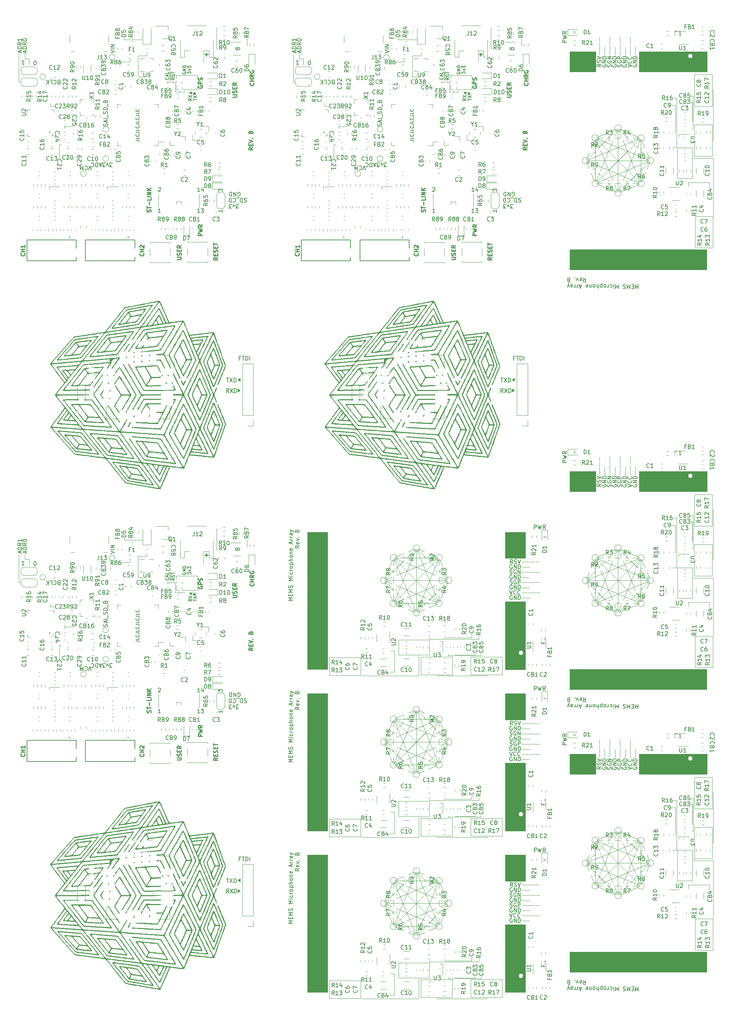
<source format=gto>
%TF.GenerationSoftware,KiCad,Pcbnew,5.1.7-a382d34a8~87~ubuntu18.04.1*%
%TF.CreationDate,2020-11-04T09:33:25+02:00*%
%TF.ProjectId,panel,70616e65-6c2e-46b6-9963-61645f706362,Rev. A*%
%TF.SameCoordinates,Original*%
%TF.FileFunction,Legend,Top*%
%TF.FilePolarity,Positive*%
%FSLAX46Y46*%
G04 Gerber Fmt 4.6, Leading zero omitted, Abs format (unit mm)*
G04 Created by KiCad (PCBNEW 5.1.7-a382d34a8~87~ubuntu18.04.1) date 2020-11-04 09:33:25*
%MOMM*%
%LPD*%
G01*
G04 APERTURE LIST*
%ADD10C,0.120000*%
%ADD11C,0.100000*%
%ADD12C,0.150000*%
%ADD13C,0.250000*%
%ADD14C,0.010000*%
%ADD15C,0.200000*%
%ADD16C,0.127000*%
%ADD17C,1.458000*%
%ADD18C,1.650000*%
%ADD19C,0.700000*%
%ADD20C,6.500000*%
%ADD21C,0.900000*%
%ADD22C,1.100000*%
%ADD23O,1.100000X1.100000*%
%ADD24O,1.000000X0.750000*%
%ADD25C,0.750000*%
%ADD26O,1.050000X2.050000*%
%ADD27O,1.800000X1.800000*%
%ADD28C,4.500000*%
G04 APERTURE END LIST*
D10*
X231762500Y-208800000D02*
X231762500Y-204253750D01*
D11*
G36*
X253283000Y-213000000D02*
G01*
X236450000Y-213000000D01*
X236450000Y-208000000D01*
X253283000Y-208000000D01*
X253283000Y-213000000D01*
G37*
X253283000Y-213000000D02*
X236450000Y-213000000D01*
X236450000Y-208000000D01*
X253283000Y-208000000D01*
X253283000Y-213000000D01*
D10*
X220550000Y-203500000D02*
X220250000Y-203200000D01*
X230550000Y-206827961D02*
X230550000Y-208800000D01*
X220550000Y-202900000D02*
X220550000Y-203500000D01*
X235550000Y-206827961D02*
X235550000Y-208800000D01*
X226682500Y-208789464D02*
X226682500Y-204289464D01*
X249850000Y-227100000D02*
X249850000Y-219000000D01*
X236900000Y-229400000D02*
X236925000Y-240650000D01*
X225625000Y-240625000D02*
X223250000Y-235000000D01*
D11*
G36*
X253250000Y-262000000D02*
G01*
X219250000Y-262000000D01*
X219250000Y-257000000D01*
X253250000Y-257000000D01*
X253250000Y-262000000D01*
G37*
X253250000Y-262000000D02*
X219250000Y-262000000D01*
X219250000Y-257000000D01*
X253250000Y-257000000D01*
X253250000Y-262000000D01*
D10*
X254850000Y-217500000D02*
X254750000Y-217500000D01*
X254550000Y-233900000D02*
X254550000Y-226100000D01*
X250150000Y-226100000D02*
X250150000Y-228800000D01*
X245050000Y-219500000D02*
X245750000Y-219500000D01*
D11*
G36*
X225750000Y-213000000D02*
G01*
X219250000Y-213000000D01*
X219250000Y-208000000D01*
X225750000Y-208000000D01*
X225750000Y-213000000D01*
G37*
X225750000Y-213000000D02*
X219250000Y-213000000D01*
X219250000Y-208000000D01*
X225750000Y-208000000D01*
X225750000Y-213000000D01*
D10*
X250150000Y-213700000D02*
X254550000Y-213700000D01*
X244450000Y-221300000D02*
X245450000Y-221300000D01*
X250350000Y-256600000D02*
X250350000Y-248800000D01*
X254850000Y-234400000D02*
X254850000Y-248500000D01*
X249650000Y-220400000D02*
X249350000Y-220400000D01*
X254750000Y-229900000D02*
X254850000Y-229900000D01*
X231250000Y-227000000D02*
X231250000Y-243000000D01*
X250150000Y-221500000D02*
X254550000Y-221500000D01*
X248650000Y-240400000D02*
X253950000Y-240400000D01*
X250150000Y-233900000D02*
X254550000Y-233900000D01*
X223250000Y-235000000D02*
X239250000Y-235000000D01*
X225625000Y-229375000D02*
X239250000Y-235000000D01*
X225625000Y-240625000D02*
X239250000Y-235000000D01*
X225625000Y-240625000D02*
X236925000Y-240650000D01*
X223250000Y-235000000D02*
X231250000Y-243000000D01*
X236900000Y-229400000D02*
X231250000Y-243000000D01*
X245750000Y-231800000D02*
X245350000Y-231800000D01*
X231250000Y-243000000D02*
X225625000Y-240625000D01*
X248650000Y-241400000D02*
X248650000Y-240400000D01*
X236925000Y-240650000D02*
X231250000Y-243000000D01*
X231250000Y-227000000D02*
X236925000Y-240650000D01*
X225625000Y-240625000D02*
X236900000Y-229400000D01*
X225625000Y-229375000D02*
X236900000Y-229400000D01*
X250350000Y-248800000D02*
X254750000Y-248800000D01*
X249850000Y-227100000D02*
X249550000Y-227100000D01*
X245750000Y-219500000D02*
X245750000Y-231800000D01*
X250150000Y-221500000D02*
X250150000Y-213700000D01*
X223250000Y-235000000D02*
X236900000Y-229400000D01*
X254750000Y-256600000D02*
X254750000Y-248800000D01*
X250350000Y-256600000D02*
X254750000Y-256600000D01*
X245950000Y-239400000D02*
X245950000Y-231800000D01*
X249650000Y-231800000D02*
X249650000Y-239400000D01*
X245950000Y-231800000D02*
X249650000Y-231800000D01*
X249850000Y-234400000D02*
X254850000Y-234400000D01*
X223250000Y-235000000D02*
X231250000Y-227000000D01*
X223250000Y-235000000D02*
X236925000Y-240650000D01*
X225625000Y-229375000D02*
X231250000Y-243000000D01*
X223250000Y-235000000D02*
X236900000Y-229400000D01*
X253950000Y-240400000D02*
X253950000Y-241700000D01*
X245450000Y-228000000D02*
X245350000Y-228000000D01*
X250150000Y-233900000D02*
X250150000Y-230800000D01*
X225625000Y-240625000D02*
X231250000Y-227000000D01*
X249650000Y-239400000D02*
X245950000Y-239400000D01*
X250150000Y-226100000D02*
X254550000Y-226100000D01*
X254550000Y-221500000D02*
X254550000Y-213700000D01*
X254850000Y-229900000D02*
X254850000Y-217500000D01*
X249850000Y-219000000D02*
X249350000Y-219000000D01*
X223250000Y-235000000D02*
X225625000Y-229375000D01*
X225625000Y-240625000D02*
X225625000Y-229375000D01*
X231250000Y-227000000D02*
X236900000Y-229400000D01*
X225625000Y-229375000D02*
X236925000Y-240650000D01*
X225625000Y-229375000D02*
X231250000Y-227000000D01*
X236900000Y-229400000D02*
X239250000Y-235000000D01*
X239250000Y-235000000D02*
X231250000Y-243000000D01*
X231250000Y-227000000D02*
X239250000Y-235000000D01*
X245450000Y-221300000D02*
X245450000Y-228000000D01*
X239250000Y-235000000D02*
X236925000Y-240650000D01*
X249650000Y-225300000D02*
X249650000Y-220400000D01*
X220250000Y-203200000D02*
X220550000Y-202900000D01*
X234302500Y-208800000D02*
X234302500Y-204253750D01*
X227952500Y-206827961D02*
X227952500Y-208800000D01*
X229222500Y-208789464D02*
X229222500Y-204289464D01*
X233050000Y-206827961D02*
X233050000Y-208800000D01*
X249650000Y-225300000D02*
X249550000Y-225300000D01*
D12*
X233687380Y-211833333D02*
X234687380Y-211500000D01*
X233687380Y-211166666D01*
X234592142Y-210261904D02*
X234639761Y-210309523D01*
X234687380Y-210452380D01*
X234687380Y-210547619D01*
X234639761Y-210690476D01*
X234544523Y-210785714D01*
X234449285Y-210833333D01*
X234258809Y-210880952D01*
X234115952Y-210880952D01*
X233925476Y-210833333D01*
X233830238Y-210785714D01*
X233735000Y-210690476D01*
X233687380Y-210547619D01*
X233687380Y-210452380D01*
X233735000Y-210309523D01*
X233782619Y-210261904D01*
X234592142Y-209261904D02*
X234639761Y-209309523D01*
X234687380Y-209452380D01*
X234687380Y-209547619D01*
X234639761Y-209690476D01*
X234544523Y-209785714D01*
X234449285Y-209833333D01*
X234258809Y-209880952D01*
X234115952Y-209880952D01*
X233925476Y-209833333D01*
X233830238Y-209785714D01*
X233735000Y-209690476D01*
X233687380Y-209547619D01*
X233687380Y-209452380D01*
X233735000Y-209309523D01*
X233782619Y-209261904D01*
X229925000Y-211261904D02*
X229877380Y-211357142D01*
X229877380Y-211500000D01*
X229925000Y-211642857D01*
X230020238Y-211738095D01*
X230115476Y-211785714D01*
X230305952Y-211833333D01*
X230448809Y-211833333D01*
X230639285Y-211785714D01*
X230734523Y-211738095D01*
X230829761Y-211642857D01*
X230877380Y-211500000D01*
X230877380Y-211404761D01*
X230829761Y-211261904D01*
X230782142Y-211214285D01*
X230448809Y-211214285D01*
X230448809Y-211404761D01*
X230877380Y-210785714D02*
X229877380Y-210785714D01*
X230877380Y-210214285D01*
X229877380Y-210214285D01*
X230877380Y-209738095D02*
X229877380Y-209738095D01*
X229877380Y-209500000D01*
X229925000Y-209357142D01*
X230020238Y-209261904D01*
X230115476Y-209214285D01*
X230305952Y-209166666D01*
X230448809Y-209166666D01*
X230639285Y-209214285D01*
X230734523Y-209261904D01*
X230829761Y-209357142D01*
X230877380Y-209500000D01*
X230877380Y-209738095D01*
X232465000Y-211261904D02*
X232417380Y-211357142D01*
X232417380Y-211500000D01*
X232465000Y-211642857D01*
X232560238Y-211738095D01*
X232655476Y-211785714D01*
X232845952Y-211833333D01*
X232988809Y-211833333D01*
X233179285Y-211785714D01*
X233274523Y-211738095D01*
X233369761Y-211642857D01*
X233417380Y-211500000D01*
X233417380Y-211404761D01*
X233369761Y-211261904D01*
X233322142Y-211214285D01*
X232988809Y-211214285D01*
X232988809Y-211404761D01*
X233417380Y-210785714D02*
X232417380Y-210785714D01*
X233417380Y-210214285D01*
X232417380Y-210214285D01*
X233417380Y-209738095D02*
X232417380Y-209738095D01*
X232417380Y-209500000D01*
X232465000Y-209357142D01*
X232560238Y-209261904D01*
X232655476Y-209214285D01*
X232845952Y-209166666D01*
X232988809Y-209166666D01*
X233179285Y-209214285D01*
X233274523Y-209261904D01*
X233369761Y-209357142D01*
X233417380Y-209500000D01*
X233417380Y-209738095D01*
X232099761Y-211785714D02*
X232147380Y-211642857D01*
X232147380Y-211404761D01*
X232099761Y-211309523D01*
X232052142Y-211261904D01*
X231956904Y-211214285D01*
X231861666Y-211214285D01*
X231766428Y-211261904D01*
X231718809Y-211309523D01*
X231671190Y-211404761D01*
X231623571Y-211595238D01*
X231575952Y-211690476D01*
X231528333Y-211738095D01*
X231433095Y-211785714D01*
X231337857Y-211785714D01*
X231242619Y-211738095D01*
X231195000Y-211690476D01*
X231147380Y-211595238D01*
X231147380Y-211357142D01*
X231195000Y-211214285D01*
X231195000Y-210261904D02*
X231147380Y-210357142D01*
X231147380Y-210500000D01*
X231195000Y-210642857D01*
X231290238Y-210738095D01*
X231385476Y-210785714D01*
X231575952Y-210833333D01*
X231718809Y-210833333D01*
X231909285Y-210785714D01*
X232004523Y-210738095D01*
X232099761Y-210642857D01*
X232147380Y-210500000D01*
X232147380Y-210404761D01*
X232099761Y-210261904D01*
X232052142Y-210214285D01*
X231718809Y-210214285D01*
X231718809Y-210404761D01*
X232147380Y-209785714D02*
X231147380Y-209785714D01*
X231147380Y-209404761D01*
X231195000Y-209309523D01*
X231242619Y-209261904D01*
X231337857Y-209214285D01*
X231480714Y-209214285D01*
X231575952Y-209261904D01*
X231623571Y-209309523D01*
X231671190Y-209404761D01*
X231671190Y-209785714D01*
X236214166Y-265672619D02*
X236214166Y-266672619D01*
X235880833Y-265958333D01*
X235547500Y-266672619D01*
X235547500Y-265672619D01*
X235071309Y-266196428D02*
X234737976Y-266196428D01*
X234595119Y-265672619D02*
X235071309Y-265672619D01*
X235071309Y-266672619D01*
X234595119Y-266672619D01*
X234166547Y-265672619D02*
X234166547Y-266672619D01*
X233833214Y-265958333D01*
X233499880Y-266672619D01*
X233499880Y-265672619D01*
X233071309Y-265720238D02*
X232928452Y-265672619D01*
X232690357Y-265672619D01*
X232595119Y-265720238D01*
X232547500Y-265767857D01*
X232499880Y-265863095D01*
X232499880Y-265958333D01*
X232547500Y-266053571D01*
X232595119Y-266101190D01*
X232690357Y-266148809D01*
X232880833Y-266196428D01*
X232976071Y-266244047D01*
X233023690Y-266291666D01*
X233071309Y-266386904D01*
X233071309Y-266482142D01*
X233023690Y-266577380D01*
X232976071Y-266625000D01*
X232880833Y-266672619D01*
X232642738Y-266672619D01*
X232499880Y-266625000D01*
X231309404Y-265672619D02*
X231309404Y-266672619D01*
X230976071Y-265958333D01*
X230642738Y-266672619D01*
X230642738Y-265672619D01*
X230166547Y-265672619D02*
X230166547Y-266339285D01*
X230166547Y-266672619D02*
X230214166Y-266625000D01*
X230166547Y-266577380D01*
X230118928Y-266625000D01*
X230166547Y-266672619D01*
X230166547Y-266577380D01*
X229261785Y-265720238D02*
X229357023Y-265672619D01*
X229547500Y-265672619D01*
X229642738Y-265720238D01*
X229690357Y-265767857D01*
X229737976Y-265863095D01*
X229737976Y-266148809D01*
X229690357Y-266244047D01*
X229642738Y-266291666D01*
X229547500Y-266339285D01*
X229357023Y-266339285D01*
X229261785Y-266291666D01*
X228833214Y-265672619D02*
X228833214Y-266339285D01*
X228833214Y-266148809D02*
X228785595Y-266244047D01*
X228737976Y-266291666D01*
X228642738Y-266339285D01*
X228547500Y-266339285D01*
X228071309Y-265672619D02*
X228166547Y-265720238D01*
X228214166Y-265767857D01*
X228261785Y-265863095D01*
X228261785Y-266148809D01*
X228214166Y-266244047D01*
X228166547Y-266291666D01*
X228071309Y-266339285D01*
X227928452Y-266339285D01*
X227833214Y-266291666D01*
X227785595Y-266244047D01*
X227737976Y-266148809D01*
X227737976Y-265863095D01*
X227785595Y-265767857D01*
X227833214Y-265720238D01*
X227928452Y-265672619D01*
X228071309Y-265672619D01*
X227309404Y-266339285D02*
X227309404Y-265339285D01*
X227309404Y-266291666D02*
X227214166Y-266339285D01*
X227023690Y-266339285D01*
X226928452Y-266291666D01*
X226880833Y-266244047D01*
X226833214Y-266148809D01*
X226833214Y-265863095D01*
X226880833Y-265767857D01*
X226928452Y-265720238D01*
X227023690Y-265672619D01*
X227214166Y-265672619D01*
X227309404Y-265720238D01*
X226404642Y-265672619D02*
X226404642Y-266672619D01*
X225976071Y-265672619D02*
X225976071Y-266196428D01*
X226023690Y-266291666D01*
X226118928Y-266339285D01*
X226261785Y-266339285D01*
X226357023Y-266291666D01*
X226404642Y-266244047D01*
X225357023Y-265672619D02*
X225452261Y-265720238D01*
X225499880Y-265767857D01*
X225547500Y-265863095D01*
X225547500Y-266148809D01*
X225499880Y-266244047D01*
X225452261Y-266291666D01*
X225357023Y-266339285D01*
X225214166Y-266339285D01*
X225118928Y-266291666D01*
X225071309Y-266244047D01*
X225023690Y-266148809D01*
X225023690Y-265863095D01*
X225071309Y-265767857D01*
X225118928Y-265720238D01*
X225214166Y-265672619D01*
X225357023Y-265672619D01*
X224595119Y-266339285D02*
X224595119Y-265672619D01*
X224595119Y-266244047D02*
X224547500Y-266291666D01*
X224452261Y-266339285D01*
X224309404Y-266339285D01*
X224214166Y-266291666D01*
X224166547Y-266196428D01*
X224166547Y-265672619D01*
X223309404Y-265720238D02*
X223404642Y-265672619D01*
X223595119Y-265672619D01*
X223690357Y-265720238D01*
X223737976Y-265815476D01*
X223737976Y-266196428D01*
X223690357Y-266291666D01*
X223595119Y-266339285D01*
X223404642Y-266339285D01*
X223309404Y-266291666D01*
X223261785Y-266196428D01*
X223261785Y-266101190D01*
X223737976Y-266005952D01*
X222118928Y-265958333D02*
X221642738Y-265958333D01*
X222214166Y-265672619D02*
X221880833Y-266672619D01*
X221547500Y-265672619D01*
X221214166Y-265672619D02*
X221214166Y-266339285D01*
X221214166Y-266148809D02*
X221166547Y-266244047D01*
X221118928Y-266291666D01*
X221023690Y-266339285D01*
X220928452Y-266339285D01*
X220595119Y-265672619D02*
X220595119Y-266339285D01*
X220595119Y-266148809D02*
X220547500Y-266244047D01*
X220499880Y-266291666D01*
X220404642Y-266339285D01*
X220309404Y-266339285D01*
X219547500Y-265672619D02*
X219547500Y-266196428D01*
X219595119Y-266291666D01*
X219690357Y-266339285D01*
X219880833Y-266339285D01*
X219976071Y-266291666D01*
X219547500Y-265720238D02*
X219642738Y-265672619D01*
X219880833Y-265672619D01*
X219976071Y-265720238D01*
X220023690Y-265815476D01*
X220023690Y-265910714D01*
X219976071Y-266005952D01*
X219880833Y-266053571D01*
X219642738Y-266053571D01*
X219547500Y-266101190D01*
X219166547Y-266339285D02*
X218928452Y-265672619D01*
X218690357Y-266339285D02*
X218928452Y-265672619D01*
X219023690Y-265434523D01*
X219071309Y-265386904D01*
X219166547Y-265339285D01*
X222595119Y-264022619D02*
X222928452Y-264498809D01*
X223166547Y-264022619D02*
X223166547Y-265022619D01*
X222785595Y-265022619D01*
X222690357Y-264975000D01*
X222642738Y-264927380D01*
X222595119Y-264832142D01*
X222595119Y-264689285D01*
X222642738Y-264594047D01*
X222690357Y-264546428D01*
X222785595Y-264498809D01*
X223166547Y-264498809D01*
X221785595Y-264070238D02*
X221880833Y-264022619D01*
X222071309Y-264022619D01*
X222166547Y-264070238D01*
X222214166Y-264165476D01*
X222214166Y-264546428D01*
X222166547Y-264641666D01*
X222071309Y-264689285D01*
X221880833Y-264689285D01*
X221785595Y-264641666D01*
X221737976Y-264546428D01*
X221737976Y-264451190D01*
X222214166Y-264355952D01*
X221404642Y-264689285D02*
X221166547Y-264022619D01*
X220928452Y-264689285D01*
X220547500Y-264117857D02*
X220499880Y-264070238D01*
X220547500Y-264022619D01*
X220595119Y-264070238D01*
X220547500Y-264117857D01*
X220547500Y-264022619D01*
X218976071Y-264546428D02*
X218833214Y-264498809D01*
X218785595Y-264451190D01*
X218737976Y-264355952D01*
X218737976Y-264213095D01*
X218785595Y-264117857D01*
X218833214Y-264070238D01*
X218928452Y-264022619D01*
X219309404Y-264022619D01*
X219309404Y-265022619D01*
X218976071Y-265022619D01*
X218880833Y-264975000D01*
X218833214Y-264927380D01*
X218785595Y-264832142D01*
X218785595Y-264736904D01*
X218833214Y-264641666D01*
X218880833Y-264594047D01*
X218976071Y-264546428D01*
X219309404Y-264546428D01*
X229559761Y-211809523D02*
X229607380Y-211666666D01*
X229607380Y-211428571D01*
X229559761Y-211333333D01*
X229512142Y-211285714D01*
X229416904Y-211238095D01*
X229321666Y-211238095D01*
X229226428Y-211285714D01*
X229178809Y-211333333D01*
X229131190Y-211428571D01*
X229083571Y-211619047D01*
X229035952Y-211714285D01*
X228988333Y-211761904D01*
X228893095Y-211809523D01*
X228797857Y-211809523D01*
X228702619Y-211761904D01*
X228655000Y-211714285D01*
X228607380Y-211619047D01*
X228607380Y-211380952D01*
X228655000Y-211238095D01*
X228655000Y-210285714D02*
X228607380Y-210380952D01*
X228607380Y-210523809D01*
X228655000Y-210666666D01*
X228750238Y-210761904D01*
X228845476Y-210809523D01*
X229035952Y-210857142D01*
X229178809Y-210857142D01*
X229369285Y-210809523D01*
X229464523Y-210761904D01*
X229559761Y-210666666D01*
X229607380Y-210523809D01*
X229607380Y-210428571D01*
X229559761Y-210285714D01*
X229512142Y-210238095D01*
X229178809Y-210238095D01*
X229178809Y-210428571D01*
X229607380Y-209809523D02*
X228607380Y-209809523D01*
X229607380Y-209238095D01*
X228607380Y-209238095D01*
X218502380Y-205733333D02*
X217502380Y-205733333D01*
X217502380Y-205352380D01*
X217550000Y-205257142D01*
X217597619Y-205209523D01*
X217692857Y-205161904D01*
X217835714Y-205161904D01*
X217930952Y-205209523D01*
X217978571Y-205257142D01*
X218026190Y-205352380D01*
X218026190Y-205733333D01*
X217502380Y-204828571D02*
X218502380Y-204590476D01*
X217788095Y-204400000D01*
X218502380Y-204209523D01*
X217502380Y-203971428D01*
X218502380Y-203019047D02*
X218026190Y-203352380D01*
X218502380Y-203590476D02*
X217502380Y-203590476D01*
X217502380Y-203209523D01*
X217550000Y-203114285D01*
X217597619Y-203066666D01*
X217692857Y-203019047D01*
X217835714Y-203019047D01*
X217930952Y-203066666D01*
X217978571Y-203114285D01*
X218026190Y-203209523D01*
X218026190Y-203590476D01*
X235005000Y-211261904D02*
X234957380Y-211357142D01*
X234957380Y-211500000D01*
X235005000Y-211642857D01*
X235100238Y-211738095D01*
X235195476Y-211785714D01*
X235385952Y-211833333D01*
X235528809Y-211833333D01*
X235719285Y-211785714D01*
X235814523Y-211738095D01*
X235909761Y-211642857D01*
X235957380Y-211500000D01*
X235957380Y-211404761D01*
X235909761Y-211261904D01*
X235862142Y-211214285D01*
X235528809Y-211214285D01*
X235528809Y-211404761D01*
X235957380Y-210785714D02*
X234957380Y-210785714D01*
X235957380Y-210214285D01*
X234957380Y-210214285D01*
X235957380Y-209738095D02*
X234957380Y-209738095D01*
X234957380Y-209500000D01*
X235005000Y-209357142D01*
X235100238Y-209261904D01*
X235195476Y-209214285D01*
X235385952Y-209166666D01*
X235528809Y-209166666D01*
X235719285Y-209214285D01*
X235814523Y-209261904D01*
X235909761Y-209357142D01*
X235957380Y-209500000D01*
X235957380Y-209738095D01*
X227067380Y-211095238D02*
X226591190Y-211428571D01*
X227067380Y-211666666D02*
X226067380Y-211666666D01*
X226067380Y-211285714D01*
X226115000Y-211190476D01*
X226162619Y-211142857D01*
X226257857Y-211095238D01*
X226400714Y-211095238D01*
X226495952Y-211142857D01*
X226543571Y-211190476D01*
X226591190Y-211285714D01*
X226591190Y-211666666D01*
X227019761Y-210714285D02*
X227067380Y-210571428D01*
X227067380Y-210333333D01*
X227019761Y-210238095D01*
X226972142Y-210190476D01*
X226876904Y-210142857D01*
X226781666Y-210142857D01*
X226686428Y-210190476D01*
X226638809Y-210238095D01*
X226591190Y-210333333D01*
X226543571Y-210523809D01*
X226495952Y-210619047D01*
X226448333Y-210666666D01*
X226353095Y-210714285D01*
X226257857Y-210714285D01*
X226162619Y-210666666D01*
X226115000Y-210619047D01*
X226067380Y-210523809D01*
X226067380Y-210285714D01*
X226115000Y-210142857D01*
X226067380Y-209857142D02*
X227067380Y-209523809D01*
X226067380Y-209190476D01*
X227385000Y-211261904D02*
X227337380Y-211357142D01*
X227337380Y-211500000D01*
X227385000Y-211642857D01*
X227480238Y-211738095D01*
X227575476Y-211785714D01*
X227765952Y-211833333D01*
X227908809Y-211833333D01*
X228099285Y-211785714D01*
X228194523Y-211738095D01*
X228289761Y-211642857D01*
X228337380Y-211500000D01*
X228337380Y-211404761D01*
X228289761Y-211261904D01*
X228242142Y-211214285D01*
X227908809Y-211214285D01*
X227908809Y-211404761D01*
X228337380Y-210785714D02*
X227337380Y-210785714D01*
X228337380Y-210214285D01*
X227337380Y-210214285D01*
X228337380Y-209738095D02*
X227337380Y-209738095D01*
X227337380Y-209500000D01*
X227385000Y-209357142D01*
X227480238Y-209261904D01*
X227575476Y-209214285D01*
X227765952Y-209166666D01*
X227908809Y-209166666D01*
X228099285Y-209214285D01*
X228194523Y-209261904D01*
X228289761Y-209357142D01*
X228337380Y-209500000D01*
X228337380Y-209738095D01*
D10*
X207450000Y-245512500D02*
X211996250Y-245512500D01*
D11*
G36*
X208250000Y-267033000D02*
G01*
X203250000Y-267033000D01*
X203250000Y-250200000D01*
X208250000Y-250200000D01*
X208250000Y-267033000D01*
G37*
X208250000Y-267033000D02*
X203250000Y-267033000D01*
X203250000Y-250200000D01*
X208250000Y-250200000D01*
X208250000Y-267033000D01*
D10*
X212750000Y-234300000D02*
X213050000Y-234000000D01*
X209422039Y-244300000D02*
X207450000Y-244300000D01*
X213350000Y-234300000D02*
X212750000Y-234300000D01*
X209422039Y-249300000D02*
X207450000Y-249300000D01*
X207460536Y-240432500D02*
X211960536Y-240432500D01*
X189150000Y-263600000D02*
X197250000Y-263600000D01*
X186850000Y-250650000D02*
X175600000Y-250675000D01*
X175625000Y-239375000D02*
X181250000Y-237000000D01*
D11*
G36*
X159250000Y-267000000D02*
G01*
X154250000Y-267000000D01*
X154250000Y-233000000D01*
X159250000Y-233000000D01*
X159250000Y-267000000D01*
G37*
X159250000Y-267000000D02*
X154250000Y-267000000D01*
X154250000Y-233000000D01*
X159250000Y-233000000D01*
X159250000Y-267000000D01*
D10*
X198750000Y-268600000D02*
X198750000Y-268500000D01*
X182350000Y-268300000D02*
X190150000Y-268300000D01*
X190150000Y-263900000D02*
X187450000Y-263900000D01*
X196750000Y-258800000D02*
X196750000Y-259500000D01*
D11*
G36*
X208250000Y-239500000D02*
G01*
X203250000Y-239500000D01*
X203250000Y-233000000D01*
X208250000Y-233000000D01*
X208250000Y-239500000D01*
G37*
X208250000Y-239500000D02*
X203250000Y-239500000D01*
X203250000Y-233000000D01*
X208250000Y-233000000D01*
X208250000Y-239500000D01*
D10*
X202550000Y-263900000D02*
X202550000Y-268300000D01*
X194950000Y-258200000D02*
X194950000Y-259200000D01*
X159650000Y-264100000D02*
X167450000Y-264100000D01*
X181850000Y-268600000D02*
X167750000Y-268600000D01*
X195850000Y-263400000D02*
X195850000Y-263100000D01*
X186350000Y-268500000D02*
X186350000Y-268600000D01*
X189250000Y-245000000D02*
X173250000Y-245000000D01*
X194750000Y-263900000D02*
X194750000Y-268300000D01*
X175850000Y-262400000D02*
X175850000Y-267700000D01*
X182350000Y-263900000D02*
X182350000Y-268300000D01*
X181250000Y-237000000D02*
X181250000Y-253000000D01*
X186875000Y-239375000D02*
X181250000Y-253000000D01*
X175625000Y-239375000D02*
X181250000Y-253000000D01*
X175625000Y-239375000D02*
X175600000Y-250675000D01*
X181250000Y-237000000D02*
X173250000Y-245000000D01*
X186850000Y-250650000D02*
X173250000Y-245000000D01*
X184450000Y-259500000D02*
X184450000Y-259100000D01*
X173250000Y-245000000D02*
X175625000Y-239375000D01*
X174850000Y-262400000D02*
X175850000Y-262400000D01*
X175600000Y-250675000D02*
X173250000Y-245000000D01*
X189250000Y-245000000D02*
X175600000Y-250675000D01*
X175625000Y-239375000D02*
X186850000Y-250650000D01*
X186875000Y-239375000D02*
X186850000Y-250650000D01*
X167450000Y-264100000D02*
X167450000Y-268500000D01*
X189150000Y-263600000D02*
X189150000Y-263300000D01*
X196750000Y-259500000D02*
X184450000Y-259500000D01*
X194750000Y-263900000D02*
X202550000Y-263900000D01*
X181250000Y-237000000D02*
X186850000Y-250650000D01*
X159650000Y-268500000D02*
X167450000Y-268500000D01*
X159650000Y-264100000D02*
X159650000Y-268500000D01*
X176850000Y-259700000D02*
X184450000Y-259700000D01*
X184450000Y-263400000D02*
X176850000Y-263400000D01*
X184450000Y-259700000D02*
X184450000Y-263400000D01*
X181850000Y-263600000D02*
X181850000Y-268600000D01*
X181250000Y-237000000D02*
X189250000Y-245000000D01*
X181250000Y-237000000D02*
X175600000Y-250675000D01*
X186875000Y-239375000D02*
X173250000Y-245000000D01*
X181250000Y-237000000D02*
X186850000Y-250650000D01*
X175850000Y-267700000D02*
X174550000Y-267700000D01*
X188250000Y-259200000D02*
X188250000Y-259100000D01*
X182350000Y-263900000D02*
X185450000Y-263900000D01*
X175625000Y-239375000D02*
X189250000Y-245000000D01*
X176850000Y-263400000D02*
X176850000Y-259700000D01*
X190150000Y-263900000D02*
X190150000Y-268300000D01*
X194750000Y-268300000D02*
X202550000Y-268300000D01*
X186350000Y-268600000D02*
X198750000Y-268600000D01*
X197250000Y-263600000D02*
X197250000Y-263100000D01*
X181250000Y-237000000D02*
X186875000Y-239375000D01*
X175625000Y-239375000D02*
X186875000Y-239375000D01*
X189250000Y-245000000D02*
X186850000Y-250650000D01*
X186875000Y-239375000D02*
X175600000Y-250675000D01*
X186875000Y-239375000D02*
X189250000Y-245000000D01*
X186850000Y-250650000D02*
X181250000Y-253000000D01*
X181250000Y-253000000D02*
X173250000Y-245000000D01*
X189250000Y-245000000D02*
X181250000Y-253000000D01*
X194950000Y-259200000D02*
X188250000Y-259200000D01*
X181250000Y-253000000D02*
X175600000Y-250675000D01*
X190950000Y-263400000D02*
X195850000Y-263400000D01*
X213050000Y-234000000D02*
X213350000Y-234300000D01*
X207450000Y-248052500D02*
X211996250Y-248052500D01*
X209422039Y-241702500D02*
X207450000Y-241702500D01*
X207460536Y-242972500D02*
X211960536Y-242972500D01*
X209422039Y-246800000D02*
X207450000Y-246800000D01*
X190950000Y-263400000D02*
X190950000Y-263300000D01*
D12*
X204416666Y-247437380D02*
X204750000Y-248437380D01*
X205083333Y-247437380D01*
X205988095Y-248342142D02*
X205940476Y-248389761D01*
X205797619Y-248437380D01*
X205702380Y-248437380D01*
X205559523Y-248389761D01*
X205464285Y-248294523D01*
X205416666Y-248199285D01*
X205369047Y-248008809D01*
X205369047Y-247865952D01*
X205416666Y-247675476D01*
X205464285Y-247580238D01*
X205559523Y-247485000D01*
X205702380Y-247437380D01*
X205797619Y-247437380D01*
X205940476Y-247485000D01*
X205988095Y-247532619D01*
X206988095Y-248342142D02*
X206940476Y-248389761D01*
X206797619Y-248437380D01*
X206702380Y-248437380D01*
X206559523Y-248389761D01*
X206464285Y-248294523D01*
X206416666Y-248199285D01*
X206369047Y-248008809D01*
X206369047Y-247865952D01*
X206416666Y-247675476D01*
X206464285Y-247580238D01*
X206559523Y-247485000D01*
X206702380Y-247437380D01*
X206797619Y-247437380D01*
X206940476Y-247485000D01*
X206988095Y-247532619D01*
X204988095Y-243675000D02*
X204892857Y-243627380D01*
X204750000Y-243627380D01*
X204607142Y-243675000D01*
X204511904Y-243770238D01*
X204464285Y-243865476D01*
X204416666Y-244055952D01*
X204416666Y-244198809D01*
X204464285Y-244389285D01*
X204511904Y-244484523D01*
X204607142Y-244579761D01*
X204750000Y-244627380D01*
X204845238Y-244627380D01*
X204988095Y-244579761D01*
X205035714Y-244532142D01*
X205035714Y-244198809D01*
X204845238Y-244198809D01*
X205464285Y-244627380D02*
X205464285Y-243627380D01*
X206035714Y-244627380D01*
X206035714Y-243627380D01*
X206511904Y-244627380D02*
X206511904Y-243627380D01*
X206750000Y-243627380D01*
X206892857Y-243675000D01*
X206988095Y-243770238D01*
X207035714Y-243865476D01*
X207083333Y-244055952D01*
X207083333Y-244198809D01*
X207035714Y-244389285D01*
X206988095Y-244484523D01*
X206892857Y-244579761D01*
X206750000Y-244627380D01*
X206511904Y-244627380D01*
X204988095Y-246215000D02*
X204892857Y-246167380D01*
X204750000Y-246167380D01*
X204607142Y-246215000D01*
X204511904Y-246310238D01*
X204464285Y-246405476D01*
X204416666Y-246595952D01*
X204416666Y-246738809D01*
X204464285Y-246929285D01*
X204511904Y-247024523D01*
X204607142Y-247119761D01*
X204750000Y-247167380D01*
X204845238Y-247167380D01*
X204988095Y-247119761D01*
X205035714Y-247072142D01*
X205035714Y-246738809D01*
X204845238Y-246738809D01*
X205464285Y-247167380D02*
X205464285Y-246167380D01*
X206035714Y-247167380D01*
X206035714Y-246167380D01*
X206511904Y-247167380D02*
X206511904Y-246167380D01*
X206750000Y-246167380D01*
X206892857Y-246215000D01*
X206988095Y-246310238D01*
X207035714Y-246405476D01*
X207083333Y-246595952D01*
X207083333Y-246738809D01*
X207035714Y-246929285D01*
X206988095Y-247024523D01*
X206892857Y-247119761D01*
X206750000Y-247167380D01*
X206511904Y-247167380D01*
X204464285Y-245849761D02*
X204607142Y-245897380D01*
X204845238Y-245897380D01*
X204940476Y-245849761D01*
X204988095Y-245802142D01*
X205035714Y-245706904D01*
X205035714Y-245611666D01*
X204988095Y-245516428D01*
X204940476Y-245468809D01*
X204845238Y-245421190D01*
X204654761Y-245373571D01*
X204559523Y-245325952D01*
X204511904Y-245278333D01*
X204464285Y-245183095D01*
X204464285Y-245087857D01*
X204511904Y-244992619D01*
X204559523Y-244945000D01*
X204654761Y-244897380D01*
X204892857Y-244897380D01*
X205035714Y-244945000D01*
X205988095Y-244945000D02*
X205892857Y-244897380D01*
X205750000Y-244897380D01*
X205607142Y-244945000D01*
X205511904Y-245040238D01*
X205464285Y-245135476D01*
X205416666Y-245325952D01*
X205416666Y-245468809D01*
X205464285Y-245659285D01*
X205511904Y-245754523D01*
X205607142Y-245849761D01*
X205750000Y-245897380D01*
X205845238Y-245897380D01*
X205988095Y-245849761D01*
X206035714Y-245802142D01*
X206035714Y-245468809D01*
X205845238Y-245468809D01*
X206464285Y-245897380D02*
X206464285Y-244897380D01*
X206845238Y-244897380D01*
X206940476Y-244945000D01*
X206988095Y-244992619D01*
X207035714Y-245087857D01*
X207035714Y-245230714D01*
X206988095Y-245325952D01*
X206940476Y-245373571D01*
X206845238Y-245421190D01*
X206464285Y-245421190D01*
X150577380Y-249964166D02*
X149577380Y-249964166D01*
X150291666Y-249630833D01*
X149577380Y-249297500D01*
X150577380Y-249297500D01*
X150053571Y-248821309D02*
X150053571Y-248487976D01*
X150577380Y-248345119D02*
X150577380Y-248821309D01*
X149577380Y-248821309D01*
X149577380Y-248345119D01*
X150577380Y-247916547D02*
X149577380Y-247916547D01*
X150291666Y-247583214D01*
X149577380Y-247249880D01*
X150577380Y-247249880D01*
X150529761Y-246821309D02*
X150577380Y-246678452D01*
X150577380Y-246440357D01*
X150529761Y-246345119D01*
X150482142Y-246297500D01*
X150386904Y-246249880D01*
X150291666Y-246249880D01*
X150196428Y-246297500D01*
X150148809Y-246345119D01*
X150101190Y-246440357D01*
X150053571Y-246630833D01*
X150005952Y-246726071D01*
X149958333Y-246773690D01*
X149863095Y-246821309D01*
X149767857Y-246821309D01*
X149672619Y-246773690D01*
X149625000Y-246726071D01*
X149577380Y-246630833D01*
X149577380Y-246392738D01*
X149625000Y-246249880D01*
X150577380Y-245059404D02*
X149577380Y-245059404D01*
X150291666Y-244726071D01*
X149577380Y-244392738D01*
X150577380Y-244392738D01*
X150577380Y-243916547D02*
X149910714Y-243916547D01*
X149577380Y-243916547D02*
X149625000Y-243964166D01*
X149672619Y-243916547D01*
X149625000Y-243868928D01*
X149577380Y-243916547D01*
X149672619Y-243916547D01*
X150529761Y-243011785D02*
X150577380Y-243107023D01*
X150577380Y-243297500D01*
X150529761Y-243392738D01*
X150482142Y-243440357D01*
X150386904Y-243487976D01*
X150101190Y-243487976D01*
X150005952Y-243440357D01*
X149958333Y-243392738D01*
X149910714Y-243297500D01*
X149910714Y-243107023D01*
X149958333Y-243011785D01*
X150577380Y-242583214D02*
X149910714Y-242583214D01*
X150101190Y-242583214D02*
X150005952Y-242535595D01*
X149958333Y-242487976D01*
X149910714Y-242392738D01*
X149910714Y-242297500D01*
X150577380Y-241821309D02*
X150529761Y-241916547D01*
X150482142Y-241964166D01*
X150386904Y-242011785D01*
X150101190Y-242011785D01*
X150005952Y-241964166D01*
X149958333Y-241916547D01*
X149910714Y-241821309D01*
X149910714Y-241678452D01*
X149958333Y-241583214D01*
X150005952Y-241535595D01*
X150101190Y-241487976D01*
X150386904Y-241487976D01*
X150482142Y-241535595D01*
X150529761Y-241583214D01*
X150577380Y-241678452D01*
X150577380Y-241821309D01*
X149910714Y-241059404D02*
X150910714Y-241059404D01*
X149958333Y-241059404D02*
X149910714Y-240964166D01*
X149910714Y-240773690D01*
X149958333Y-240678452D01*
X150005952Y-240630833D01*
X150101190Y-240583214D01*
X150386904Y-240583214D01*
X150482142Y-240630833D01*
X150529761Y-240678452D01*
X150577380Y-240773690D01*
X150577380Y-240964166D01*
X150529761Y-241059404D01*
X150577380Y-240154642D02*
X149577380Y-240154642D01*
X150577380Y-239726071D02*
X150053571Y-239726071D01*
X149958333Y-239773690D01*
X149910714Y-239868928D01*
X149910714Y-240011785D01*
X149958333Y-240107023D01*
X150005952Y-240154642D01*
X150577380Y-239107023D02*
X150529761Y-239202261D01*
X150482142Y-239249880D01*
X150386904Y-239297500D01*
X150101190Y-239297500D01*
X150005952Y-239249880D01*
X149958333Y-239202261D01*
X149910714Y-239107023D01*
X149910714Y-238964166D01*
X149958333Y-238868928D01*
X150005952Y-238821309D01*
X150101190Y-238773690D01*
X150386904Y-238773690D01*
X150482142Y-238821309D01*
X150529761Y-238868928D01*
X150577380Y-238964166D01*
X150577380Y-239107023D01*
X149910714Y-238345119D02*
X150577380Y-238345119D01*
X150005952Y-238345119D02*
X149958333Y-238297500D01*
X149910714Y-238202261D01*
X149910714Y-238059404D01*
X149958333Y-237964166D01*
X150053571Y-237916547D01*
X150577380Y-237916547D01*
X150529761Y-237059404D02*
X150577380Y-237154642D01*
X150577380Y-237345119D01*
X150529761Y-237440357D01*
X150434523Y-237487976D01*
X150053571Y-237487976D01*
X149958333Y-237440357D01*
X149910714Y-237345119D01*
X149910714Y-237154642D01*
X149958333Y-237059404D01*
X150053571Y-237011785D01*
X150148809Y-237011785D01*
X150244047Y-237487976D01*
X150291666Y-235868928D02*
X150291666Y-235392738D01*
X150577380Y-235964166D02*
X149577380Y-235630833D01*
X150577380Y-235297500D01*
X150577380Y-234964166D02*
X149910714Y-234964166D01*
X150101190Y-234964166D02*
X150005952Y-234916547D01*
X149958333Y-234868928D01*
X149910714Y-234773690D01*
X149910714Y-234678452D01*
X150577380Y-234345119D02*
X149910714Y-234345119D01*
X150101190Y-234345119D02*
X150005952Y-234297500D01*
X149958333Y-234249880D01*
X149910714Y-234154642D01*
X149910714Y-234059404D01*
X150577380Y-233297500D02*
X150053571Y-233297500D01*
X149958333Y-233345119D01*
X149910714Y-233440357D01*
X149910714Y-233630833D01*
X149958333Y-233726071D01*
X150529761Y-233297500D02*
X150577380Y-233392738D01*
X150577380Y-233630833D01*
X150529761Y-233726071D01*
X150434523Y-233773690D01*
X150339285Y-233773690D01*
X150244047Y-233726071D01*
X150196428Y-233630833D01*
X150196428Y-233392738D01*
X150148809Y-233297500D01*
X149910714Y-232916547D02*
X150577380Y-232678452D01*
X149910714Y-232440357D02*
X150577380Y-232678452D01*
X150815476Y-232773690D01*
X150863095Y-232821309D01*
X150910714Y-232916547D01*
X152227380Y-236345119D02*
X151751190Y-236678452D01*
X152227380Y-236916547D02*
X151227380Y-236916547D01*
X151227380Y-236535595D01*
X151275000Y-236440357D01*
X151322619Y-236392738D01*
X151417857Y-236345119D01*
X151560714Y-236345119D01*
X151655952Y-236392738D01*
X151703571Y-236440357D01*
X151751190Y-236535595D01*
X151751190Y-236916547D01*
X152179761Y-235535595D02*
X152227380Y-235630833D01*
X152227380Y-235821309D01*
X152179761Y-235916547D01*
X152084523Y-235964166D01*
X151703571Y-235964166D01*
X151608333Y-235916547D01*
X151560714Y-235821309D01*
X151560714Y-235630833D01*
X151608333Y-235535595D01*
X151703571Y-235487976D01*
X151798809Y-235487976D01*
X151894047Y-235964166D01*
X151560714Y-235154642D02*
X152227380Y-234916547D01*
X151560714Y-234678452D01*
X152132142Y-234297500D02*
X152179761Y-234249880D01*
X152227380Y-234297500D01*
X152179761Y-234345119D01*
X152132142Y-234297500D01*
X152227380Y-234297500D01*
X151703571Y-232726071D02*
X151751190Y-232583214D01*
X151798809Y-232535595D01*
X151894047Y-232487976D01*
X152036904Y-232487976D01*
X152132142Y-232535595D01*
X152179761Y-232583214D01*
X152227380Y-232678452D01*
X152227380Y-233059404D01*
X151227380Y-233059404D01*
X151227380Y-232726071D01*
X151275000Y-232630833D01*
X151322619Y-232583214D01*
X151417857Y-232535595D01*
X151513095Y-232535595D01*
X151608333Y-232583214D01*
X151655952Y-232630833D01*
X151703571Y-232726071D01*
X151703571Y-233059404D01*
X204440476Y-243309761D02*
X204583333Y-243357380D01*
X204821428Y-243357380D01*
X204916666Y-243309761D01*
X204964285Y-243262142D01*
X205011904Y-243166904D01*
X205011904Y-243071666D01*
X204964285Y-242976428D01*
X204916666Y-242928809D01*
X204821428Y-242881190D01*
X204630952Y-242833571D01*
X204535714Y-242785952D01*
X204488095Y-242738333D01*
X204440476Y-242643095D01*
X204440476Y-242547857D01*
X204488095Y-242452619D01*
X204535714Y-242405000D01*
X204630952Y-242357380D01*
X204869047Y-242357380D01*
X205011904Y-242405000D01*
X205964285Y-242405000D02*
X205869047Y-242357380D01*
X205726190Y-242357380D01*
X205583333Y-242405000D01*
X205488095Y-242500238D01*
X205440476Y-242595476D01*
X205392857Y-242785952D01*
X205392857Y-242928809D01*
X205440476Y-243119285D01*
X205488095Y-243214523D01*
X205583333Y-243309761D01*
X205726190Y-243357380D01*
X205821428Y-243357380D01*
X205964285Y-243309761D01*
X206011904Y-243262142D01*
X206011904Y-242928809D01*
X205821428Y-242928809D01*
X206440476Y-243357380D02*
X206440476Y-242357380D01*
X207011904Y-243357380D01*
X207011904Y-242357380D01*
X210516666Y-232252380D02*
X210516666Y-231252380D01*
X210897619Y-231252380D01*
X210992857Y-231300000D01*
X211040476Y-231347619D01*
X211088095Y-231442857D01*
X211088095Y-231585714D01*
X211040476Y-231680952D01*
X210992857Y-231728571D01*
X210897619Y-231776190D01*
X210516666Y-231776190D01*
X211421428Y-231252380D02*
X211659523Y-232252380D01*
X211850000Y-231538095D01*
X212040476Y-232252380D01*
X212278571Y-231252380D01*
X213230952Y-232252380D02*
X212897619Y-231776190D01*
X212659523Y-232252380D02*
X212659523Y-231252380D01*
X213040476Y-231252380D01*
X213135714Y-231300000D01*
X213183333Y-231347619D01*
X213230952Y-231442857D01*
X213230952Y-231585714D01*
X213183333Y-231680952D01*
X213135714Y-231728571D01*
X213040476Y-231776190D01*
X212659523Y-231776190D01*
X204988095Y-248755000D02*
X204892857Y-248707380D01*
X204750000Y-248707380D01*
X204607142Y-248755000D01*
X204511904Y-248850238D01*
X204464285Y-248945476D01*
X204416666Y-249135952D01*
X204416666Y-249278809D01*
X204464285Y-249469285D01*
X204511904Y-249564523D01*
X204607142Y-249659761D01*
X204750000Y-249707380D01*
X204845238Y-249707380D01*
X204988095Y-249659761D01*
X205035714Y-249612142D01*
X205035714Y-249278809D01*
X204845238Y-249278809D01*
X205464285Y-249707380D02*
X205464285Y-248707380D01*
X206035714Y-249707380D01*
X206035714Y-248707380D01*
X206511904Y-249707380D02*
X206511904Y-248707380D01*
X206750000Y-248707380D01*
X206892857Y-248755000D01*
X206988095Y-248850238D01*
X207035714Y-248945476D01*
X207083333Y-249135952D01*
X207083333Y-249278809D01*
X207035714Y-249469285D01*
X206988095Y-249564523D01*
X206892857Y-249659761D01*
X206750000Y-249707380D01*
X206511904Y-249707380D01*
X205154761Y-240817380D02*
X204821428Y-240341190D01*
X204583333Y-240817380D02*
X204583333Y-239817380D01*
X204964285Y-239817380D01*
X205059523Y-239865000D01*
X205107142Y-239912619D01*
X205154761Y-240007857D01*
X205154761Y-240150714D01*
X205107142Y-240245952D01*
X205059523Y-240293571D01*
X204964285Y-240341190D01*
X204583333Y-240341190D01*
X205535714Y-240769761D02*
X205678571Y-240817380D01*
X205916666Y-240817380D01*
X206011904Y-240769761D01*
X206059523Y-240722142D01*
X206107142Y-240626904D01*
X206107142Y-240531666D01*
X206059523Y-240436428D01*
X206011904Y-240388809D01*
X205916666Y-240341190D01*
X205726190Y-240293571D01*
X205630952Y-240245952D01*
X205583333Y-240198333D01*
X205535714Y-240103095D01*
X205535714Y-240007857D01*
X205583333Y-239912619D01*
X205630952Y-239865000D01*
X205726190Y-239817380D01*
X205964285Y-239817380D01*
X206107142Y-239865000D01*
X206392857Y-239817380D02*
X206726190Y-240817380D01*
X207059523Y-239817380D01*
X204988095Y-241135000D02*
X204892857Y-241087380D01*
X204750000Y-241087380D01*
X204607142Y-241135000D01*
X204511904Y-241230238D01*
X204464285Y-241325476D01*
X204416666Y-241515952D01*
X204416666Y-241658809D01*
X204464285Y-241849285D01*
X204511904Y-241944523D01*
X204607142Y-242039761D01*
X204750000Y-242087380D01*
X204845238Y-242087380D01*
X204988095Y-242039761D01*
X205035714Y-241992142D01*
X205035714Y-241658809D01*
X204845238Y-241658809D01*
X205464285Y-242087380D02*
X205464285Y-241087380D01*
X206035714Y-242087380D01*
X206035714Y-241087380D01*
X206511904Y-242087380D02*
X206511904Y-241087380D01*
X206750000Y-241087380D01*
X206892857Y-241135000D01*
X206988095Y-241230238D01*
X207035714Y-241325476D01*
X207083333Y-241515952D01*
X207083333Y-241658809D01*
X207035714Y-241849285D01*
X206988095Y-241944523D01*
X206892857Y-242039761D01*
X206750000Y-242087380D01*
X206511904Y-242087380D01*
D10*
X207450000Y-205512500D02*
X211996250Y-205512500D01*
D11*
G36*
X208250000Y-227033000D02*
G01*
X203250000Y-227033000D01*
X203250000Y-210200000D01*
X208250000Y-210200000D01*
X208250000Y-227033000D01*
G37*
X208250000Y-227033000D02*
X203250000Y-227033000D01*
X203250000Y-210200000D01*
X208250000Y-210200000D01*
X208250000Y-227033000D01*
D10*
X212750000Y-194300000D02*
X213050000Y-194000000D01*
X209422039Y-204300000D02*
X207450000Y-204300000D01*
X213350000Y-194300000D02*
X212750000Y-194300000D01*
X209422039Y-209300000D02*
X207450000Y-209300000D01*
X207460536Y-200432500D02*
X211960536Y-200432500D01*
X189150000Y-223600000D02*
X197250000Y-223600000D01*
X186850000Y-210650000D02*
X175600000Y-210675000D01*
X175625000Y-199375000D02*
X181250000Y-197000000D01*
D11*
G36*
X159250000Y-227000000D02*
G01*
X154250000Y-227000000D01*
X154250000Y-193000000D01*
X159250000Y-193000000D01*
X159250000Y-227000000D01*
G37*
X159250000Y-227000000D02*
X154250000Y-227000000D01*
X154250000Y-193000000D01*
X159250000Y-193000000D01*
X159250000Y-227000000D01*
D10*
X198750000Y-228600000D02*
X198750000Y-228500000D01*
X182350000Y-228300000D02*
X190150000Y-228300000D01*
X190150000Y-223900000D02*
X187450000Y-223900000D01*
X196750000Y-218800000D02*
X196750000Y-219500000D01*
D11*
G36*
X208250000Y-199500000D02*
G01*
X203250000Y-199500000D01*
X203250000Y-193000000D01*
X208250000Y-193000000D01*
X208250000Y-199500000D01*
G37*
X208250000Y-199500000D02*
X203250000Y-199500000D01*
X203250000Y-193000000D01*
X208250000Y-193000000D01*
X208250000Y-199500000D01*
D10*
X202550000Y-223900000D02*
X202550000Y-228300000D01*
X194950000Y-218200000D02*
X194950000Y-219200000D01*
X159650000Y-224100000D02*
X167450000Y-224100000D01*
X181850000Y-228600000D02*
X167750000Y-228600000D01*
X195850000Y-223400000D02*
X195850000Y-223100000D01*
X186350000Y-228500000D02*
X186350000Y-228600000D01*
X189250000Y-205000000D02*
X173250000Y-205000000D01*
X194750000Y-223900000D02*
X194750000Y-228300000D01*
X175850000Y-222400000D02*
X175850000Y-227700000D01*
X182350000Y-223900000D02*
X182350000Y-228300000D01*
X181250000Y-197000000D02*
X181250000Y-213000000D01*
X186875000Y-199375000D02*
X181250000Y-213000000D01*
X175625000Y-199375000D02*
X181250000Y-213000000D01*
X175625000Y-199375000D02*
X175600000Y-210675000D01*
X181250000Y-197000000D02*
X173250000Y-205000000D01*
X186850000Y-210650000D02*
X173250000Y-205000000D01*
X184450000Y-219500000D02*
X184450000Y-219100000D01*
X173250000Y-205000000D02*
X175625000Y-199375000D01*
X174850000Y-222400000D02*
X175850000Y-222400000D01*
X175600000Y-210675000D02*
X173250000Y-205000000D01*
X189250000Y-205000000D02*
X175600000Y-210675000D01*
X175625000Y-199375000D02*
X186850000Y-210650000D01*
X186875000Y-199375000D02*
X186850000Y-210650000D01*
X167450000Y-224100000D02*
X167450000Y-228500000D01*
X189150000Y-223600000D02*
X189150000Y-223300000D01*
X196750000Y-219500000D02*
X184450000Y-219500000D01*
X194750000Y-223900000D02*
X202550000Y-223900000D01*
X181250000Y-197000000D02*
X186850000Y-210650000D01*
X159650000Y-228500000D02*
X167450000Y-228500000D01*
X159650000Y-224100000D02*
X159650000Y-228500000D01*
X176850000Y-219700000D02*
X184450000Y-219700000D01*
X184450000Y-223400000D02*
X176850000Y-223400000D01*
X184450000Y-219700000D02*
X184450000Y-223400000D01*
X181850000Y-223600000D02*
X181850000Y-228600000D01*
X181250000Y-197000000D02*
X189250000Y-205000000D01*
X181250000Y-197000000D02*
X175600000Y-210675000D01*
X186875000Y-199375000D02*
X173250000Y-205000000D01*
X181250000Y-197000000D02*
X186850000Y-210650000D01*
X175850000Y-227700000D02*
X174550000Y-227700000D01*
X188250000Y-219200000D02*
X188250000Y-219100000D01*
X182350000Y-223900000D02*
X185450000Y-223900000D01*
X175625000Y-199375000D02*
X189250000Y-205000000D01*
X176850000Y-223400000D02*
X176850000Y-219700000D01*
X190150000Y-223900000D02*
X190150000Y-228300000D01*
X194750000Y-228300000D02*
X202550000Y-228300000D01*
X186350000Y-228600000D02*
X198750000Y-228600000D01*
X197250000Y-223600000D02*
X197250000Y-223100000D01*
X181250000Y-197000000D02*
X186875000Y-199375000D01*
X175625000Y-199375000D02*
X186875000Y-199375000D01*
X189250000Y-205000000D02*
X186850000Y-210650000D01*
X186875000Y-199375000D02*
X175600000Y-210675000D01*
X186875000Y-199375000D02*
X189250000Y-205000000D01*
X186850000Y-210650000D02*
X181250000Y-213000000D01*
X181250000Y-213000000D02*
X173250000Y-205000000D01*
X189250000Y-205000000D02*
X181250000Y-213000000D01*
X194950000Y-219200000D02*
X188250000Y-219200000D01*
X181250000Y-213000000D02*
X175600000Y-210675000D01*
X190950000Y-223400000D02*
X195850000Y-223400000D01*
X213050000Y-194000000D02*
X213350000Y-194300000D01*
X207450000Y-208052500D02*
X211996250Y-208052500D01*
X209422039Y-201702500D02*
X207450000Y-201702500D01*
X207460536Y-202972500D02*
X211960536Y-202972500D01*
X209422039Y-206800000D02*
X207450000Y-206800000D01*
X190950000Y-223400000D02*
X190950000Y-223300000D01*
D12*
X204416666Y-207437380D02*
X204750000Y-208437380D01*
X205083333Y-207437380D01*
X205988095Y-208342142D02*
X205940476Y-208389761D01*
X205797619Y-208437380D01*
X205702380Y-208437380D01*
X205559523Y-208389761D01*
X205464285Y-208294523D01*
X205416666Y-208199285D01*
X205369047Y-208008809D01*
X205369047Y-207865952D01*
X205416666Y-207675476D01*
X205464285Y-207580238D01*
X205559523Y-207485000D01*
X205702380Y-207437380D01*
X205797619Y-207437380D01*
X205940476Y-207485000D01*
X205988095Y-207532619D01*
X206988095Y-208342142D02*
X206940476Y-208389761D01*
X206797619Y-208437380D01*
X206702380Y-208437380D01*
X206559523Y-208389761D01*
X206464285Y-208294523D01*
X206416666Y-208199285D01*
X206369047Y-208008809D01*
X206369047Y-207865952D01*
X206416666Y-207675476D01*
X206464285Y-207580238D01*
X206559523Y-207485000D01*
X206702380Y-207437380D01*
X206797619Y-207437380D01*
X206940476Y-207485000D01*
X206988095Y-207532619D01*
X204988095Y-203675000D02*
X204892857Y-203627380D01*
X204750000Y-203627380D01*
X204607142Y-203675000D01*
X204511904Y-203770238D01*
X204464285Y-203865476D01*
X204416666Y-204055952D01*
X204416666Y-204198809D01*
X204464285Y-204389285D01*
X204511904Y-204484523D01*
X204607142Y-204579761D01*
X204750000Y-204627380D01*
X204845238Y-204627380D01*
X204988095Y-204579761D01*
X205035714Y-204532142D01*
X205035714Y-204198809D01*
X204845238Y-204198809D01*
X205464285Y-204627380D02*
X205464285Y-203627380D01*
X206035714Y-204627380D01*
X206035714Y-203627380D01*
X206511904Y-204627380D02*
X206511904Y-203627380D01*
X206750000Y-203627380D01*
X206892857Y-203675000D01*
X206988095Y-203770238D01*
X207035714Y-203865476D01*
X207083333Y-204055952D01*
X207083333Y-204198809D01*
X207035714Y-204389285D01*
X206988095Y-204484523D01*
X206892857Y-204579761D01*
X206750000Y-204627380D01*
X206511904Y-204627380D01*
X204988095Y-206215000D02*
X204892857Y-206167380D01*
X204750000Y-206167380D01*
X204607142Y-206215000D01*
X204511904Y-206310238D01*
X204464285Y-206405476D01*
X204416666Y-206595952D01*
X204416666Y-206738809D01*
X204464285Y-206929285D01*
X204511904Y-207024523D01*
X204607142Y-207119761D01*
X204750000Y-207167380D01*
X204845238Y-207167380D01*
X204988095Y-207119761D01*
X205035714Y-207072142D01*
X205035714Y-206738809D01*
X204845238Y-206738809D01*
X205464285Y-207167380D02*
X205464285Y-206167380D01*
X206035714Y-207167380D01*
X206035714Y-206167380D01*
X206511904Y-207167380D02*
X206511904Y-206167380D01*
X206750000Y-206167380D01*
X206892857Y-206215000D01*
X206988095Y-206310238D01*
X207035714Y-206405476D01*
X207083333Y-206595952D01*
X207083333Y-206738809D01*
X207035714Y-206929285D01*
X206988095Y-207024523D01*
X206892857Y-207119761D01*
X206750000Y-207167380D01*
X206511904Y-207167380D01*
X204464285Y-205849761D02*
X204607142Y-205897380D01*
X204845238Y-205897380D01*
X204940476Y-205849761D01*
X204988095Y-205802142D01*
X205035714Y-205706904D01*
X205035714Y-205611666D01*
X204988095Y-205516428D01*
X204940476Y-205468809D01*
X204845238Y-205421190D01*
X204654761Y-205373571D01*
X204559523Y-205325952D01*
X204511904Y-205278333D01*
X204464285Y-205183095D01*
X204464285Y-205087857D01*
X204511904Y-204992619D01*
X204559523Y-204945000D01*
X204654761Y-204897380D01*
X204892857Y-204897380D01*
X205035714Y-204945000D01*
X205988095Y-204945000D02*
X205892857Y-204897380D01*
X205750000Y-204897380D01*
X205607142Y-204945000D01*
X205511904Y-205040238D01*
X205464285Y-205135476D01*
X205416666Y-205325952D01*
X205416666Y-205468809D01*
X205464285Y-205659285D01*
X205511904Y-205754523D01*
X205607142Y-205849761D01*
X205750000Y-205897380D01*
X205845238Y-205897380D01*
X205988095Y-205849761D01*
X206035714Y-205802142D01*
X206035714Y-205468809D01*
X205845238Y-205468809D01*
X206464285Y-205897380D02*
X206464285Y-204897380D01*
X206845238Y-204897380D01*
X206940476Y-204945000D01*
X206988095Y-204992619D01*
X207035714Y-205087857D01*
X207035714Y-205230714D01*
X206988095Y-205325952D01*
X206940476Y-205373571D01*
X206845238Y-205421190D01*
X206464285Y-205421190D01*
X150577380Y-209964166D02*
X149577380Y-209964166D01*
X150291666Y-209630833D01*
X149577380Y-209297500D01*
X150577380Y-209297500D01*
X150053571Y-208821309D02*
X150053571Y-208487976D01*
X150577380Y-208345119D02*
X150577380Y-208821309D01*
X149577380Y-208821309D01*
X149577380Y-208345119D01*
X150577380Y-207916547D02*
X149577380Y-207916547D01*
X150291666Y-207583214D01*
X149577380Y-207249880D01*
X150577380Y-207249880D01*
X150529761Y-206821309D02*
X150577380Y-206678452D01*
X150577380Y-206440357D01*
X150529761Y-206345119D01*
X150482142Y-206297500D01*
X150386904Y-206249880D01*
X150291666Y-206249880D01*
X150196428Y-206297500D01*
X150148809Y-206345119D01*
X150101190Y-206440357D01*
X150053571Y-206630833D01*
X150005952Y-206726071D01*
X149958333Y-206773690D01*
X149863095Y-206821309D01*
X149767857Y-206821309D01*
X149672619Y-206773690D01*
X149625000Y-206726071D01*
X149577380Y-206630833D01*
X149577380Y-206392738D01*
X149625000Y-206249880D01*
X150577380Y-205059404D02*
X149577380Y-205059404D01*
X150291666Y-204726071D01*
X149577380Y-204392738D01*
X150577380Y-204392738D01*
X150577380Y-203916547D02*
X149910714Y-203916547D01*
X149577380Y-203916547D02*
X149625000Y-203964166D01*
X149672619Y-203916547D01*
X149625000Y-203868928D01*
X149577380Y-203916547D01*
X149672619Y-203916547D01*
X150529761Y-203011785D02*
X150577380Y-203107023D01*
X150577380Y-203297500D01*
X150529761Y-203392738D01*
X150482142Y-203440357D01*
X150386904Y-203487976D01*
X150101190Y-203487976D01*
X150005952Y-203440357D01*
X149958333Y-203392738D01*
X149910714Y-203297500D01*
X149910714Y-203107023D01*
X149958333Y-203011785D01*
X150577380Y-202583214D02*
X149910714Y-202583214D01*
X150101190Y-202583214D02*
X150005952Y-202535595D01*
X149958333Y-202487976D01*
X149910714Y-202392738D01*
X149910714Y-202297500D01*
X150577380Y-201821309D02*
X150529761Y-201916547D01*
X150482142Y-201964166D01*
X150386904Y-202011785D01*
X150101190Y-202011785D01*
X150005952Y-201964166D01*
X149958333Y-201916547D01*
X149910714Y-201821309D01*
X149910714Y-201678452D01*
X149958333Y-201583214D01*
X150005952Y-201535595D01*
X150101190Y-201487976D01*
X150386904Y-201487976D01*
X150482142Y-201535595D01*
X150529761Y-201583214D01*
X150577380Y-201678452D01*
X150577380Y-201821309D01*
X149910714Y-201059404D02*
X150910714Y-201059404D01*
X149958333Y-201059404D02*
X149910714Y-200964166D01*
X149910714Y-200773690D01*
X149958333Y-200678452D01*
X150005952Y-200630833D01*
X150101190Y-200583214D01*
X150386904Y-200583214D01*
X150482142Y-200630833D01*
X150529761Y-200678452D01*
X150577380Y-200773690D01*
X150577380Y-200964166D01*
X150529761Y-201059404D01*
X150577380Y-200154642D02*
X149577380Y-200154642D01*
X150577380Y-199726071D02*
X150053571Y-199726071D01*
X149958333Y-199773690D01*
X149910714Y-199868928D01*
X149910714Y-200011785D01*
X149958333Y-200107023D01*
X150005952Y-200154642D01*
X150577380Y-199107023D02*
X150529761Y-199202261D01*
X150482142Y-199249880D01*
X150386904Y-199297500D01*
X150101190Y-199297500D01*
X150005952Y-199249880D01*
X149958333Y-199202261D01*
X149910714Y-199107023D01*
X149910714Y-198964166D01*
X149958333Y-198868928D01*
X150005952Y-198821309D01*
X150101190Y-198773690D01*
X150386904Y-198773690D01*
X150482142Y-198821309D01*
X150529761Y-198868928D01*
X150577380Y-198964166D01*
X150577380Y-199107023D01*
X149910714Y-198345119D02*
X150577380Y-198345119D01*
X150005952Y-198345119D02*
X149958333Y-198297500D01*
X149910714Y-198202261D01*
X149910714Y-198059404D01*
X149958333Y-197964166D01*
X150053571Y-197916547D01*
X150577380Y-197916547D01*
X150529761Y-197059404D02*
X150577380Y-197154642D01*
X150577380Y-197345119D01*
X150529761Y-197440357D01*
X150434523Y-197487976D01*
X150053571Y-197487976D01*
X149958333Y-197440357D01*
X149910714Y-197345119D01*
X149910714Y-197154642D01*
X149958333Y-197059404D01*
X150053571Y-197011785D01*
X150148809Y-197011785D01*
X150244047Y-197487976D01*
X150291666Y-195868928D02*
X150291666Y-195392738D01*
X150577380Y-195964166D02*
X149577380Y-195630833D01*
X150577380Y-195297500D01*
X150577380Y-194964166D02*
X149910714Y-194964166D01*
X150101190Y-194964166D02*
X150005952Y-194916547D01*
X149958333Y-194868928D01*
X149910714Y-194773690D01*
X149910714Y-194678452D01*
X150577380Y-194345119D02*
X149910714Y-194345119D01*
X150101190Y-194345119D02*
X150005952Y-194297500D01*
X149958333Y-194249880D01*
X149910714Y-194154642D01*
X149910714Y-194059404D01*
X150577380Y-193297500D02*
X150053571Y-193297500D01*
X149958333Y-193345119D01*
X149910714Y-193440357D01*
X149910714Y-193630833D01*
X149958333Y-193726071D01*
X150529761Y-193297500D02*
X150577380Y-193392738D01*
X150577380Y-193630833D01*
X150529761Y-193726071D01*
X150434523Y-193773690D01*
X150339285Y-193773690D01*
X150244047Y-193726071D01*
X150196428Y-193630833D01*
X150196428Y-193392738D01*
X150148809Y-193297500D01*
X149910714Y-192916547D02*
X150577380Y-192678452D01*
X149910714Y-192440357D02*
X150577380Y-192678452D01*
X150815476Y-192773690D01*
X150863095Y-192821309D01*
X150910714Y-192916547D01*
X152227380Y-196345119D02*
X151751190Y-196678452D01*
X152227380Y-196916547D02*
X151227380Y-196916547D01*
X151227380Y-196535595D01*
X151275000Y-196440357D01*
X151322619Y-196392738D01*
X151417857Y-196345119D01*
X151560714Y-196345119D01*
X151655952Y-196392738D01*
X151703571Y-196440357D01*
X151751190Y-196535595D01*
X151751190Y-196916547D01*
X152179761Y-195535595D02*
X152227380Y-195630833D01*
X152227380Y-195821309D01*
X152179761Y-195916547D01*
X152084523Y-195964166D01*
X151703571Y-195964166D01*
X151608333Y-195916547D01*
X151560714Y-195821309D01*
X151560714Y-195630833D01*
X151608333Y-195535595D01*
X151703571Y-195487976D01*
X151798809Y-195487976D01*
X151894047Y-195964166D01*
X151560714Y-195154642D02*
X152227380Y-194916547D01*
X151560714Y-194678452D01*
X152132142Y-194297500D02*
X152179761Y-194249880D01*
X152227380Y-194297500D01*
X152179761Y-194345119D01*
X152132142Y-194297500D01*
X152227380Y-194297500D01*
X151703571Y-192726071D02*
X151751190Y-192583214D01*
X151798809Y-192535595D01*
X151894047Y-192487976D01*
X152036904Y-192487976D01*
X152132142Y-192535595D01*
X152179761Y-192583214D01*
X152227380Y-192678452D01*
X152227380Y-193059404D01*
X151227380Y-193059404D01*
X151227380Y-192726071D01*
X151275000Y-192630833D01*
X151322619Y-192583214D01*
X151417857Y-192535595D01*
X151513095Y-192535595D01*
X151608333Y-192583214D01*
X151655952Y-192630833D01*
X151703571Y-192726071D01*
X151703571Y-193059404D01*
X204440476Y-203309761D02*
X204583333Y-203357380D01*
X204821428Y-203357380D01*
X204916666Y-203309761D01*
X204964285Y-203262142D01*
X205011904Y-203166904D01*
X205011904Y-203071666D01*
X204964285Y-202976428D01*
X204916666Y-202928809D01*
X204821428Y-202881190D01*
X204630952Y-202833571D01*
X204535714Y-202785952D01*
X204488095Y-202738333D01*
X204440476Y-202643095D01*
X204440476Y-202547857D01*
X204488095Y-202452619D01*
X204535714Y-202405000D01*
X204630952Y-202357380D01*
X204869047Y-202357380D01*
X205011904Y-202405000D01*
X205964285Y-202405000D02*
X205869047Y-202357380D01*
X205726190Y-202357380D01*
X205583333Y-202405000D01*
X205488095Y-202500238D01*
X205440476Y-202595476D01*
X205392857Y-202785952D01*
X205392857Y-202928809D01*
X205440476Y-203119285D01*
X205488095Y-203214523D01*
X205583333Y-203309761D01*
X205726190Y-203357380D01*
X205821428Y-203357380D01*
X205964285Y-203309761D01*
X206011904Y-203262142D01*
X206011904Y-202928809D01*
X205821428Y-202928809D01*
X206440476Y-203357380D02*
X206440476Y-202357380D01*
X207011904Y-203357380D01*
X207011904Y-202357380D01*
X210516666Y-192252380D02*
X210516666Y-191252380D01*
X210897619Y-191252380D01*
X210992857Y-191300000D01*
X211040476Y-191347619D01*
X211088095Y-191442857D01*
X211088095Y-191585714D01*
X211040476Y-191680952D01*
X210992857Y-191728571D01*
X210897619Y-191776190D01*
X210516666Y-191776190D01*
X211421428Y-191252380D02*
X211659523Y-192252380D01*
X211850000Y-191538095D01*
X212040476Y-192252380D01*
X212278571Y-191252380D01*
X213230952Y-192252380D02*
X212897619Y-191776190D01*
X212659523Y-192252380D02*
X212659523Y-191252380D01*
X213040476Y-191252380D01*
X213135714Y-191300000D01*
X213183333Y-191347619D01*
X213230952Y-191442857D01*
X213230952Y-191585714D01*
X213183333Y-191680952D01*
X213135714Y-191728571D01*
X213040476Y-191776190D01*
X212659523Y-191776190D01*
X204988095Y-208755000D02*
X204892857Y-208707380D01*
X204750000Y-208707380D01*
X204607142Y-208755000D01*
X204511904Y-208850238D01*
X204464285Y-208945476D01*
X204416666Y-209135952D01*
X204416666Y-209278809D01*
X204464285Y-209469285D01*
X204511904Y-209564523D01*
X204607142Y-209659761D01*
X204750000Y-209707380D01*
X204845238Y-209707380D01*
X204988095Y-209659761D01*
X205035714Y-209612142D01*
X205035714Y-209278809D01*
X204845238Y-209278809D01*
X205464285Y-209707380D02*
X205464285Y-208707380D01*
X206035714Y-209707380D01*
X206035714Y-208707380D01*
X206511904Y-209707380D02*
X206511904Y-208707380D01*
X206750000Y-208707380D01*
X206892857Y-208755000D01*
X206988095Y-208850238D01*
X207035714Y-208945476D01*
X207083333Y-209135952D01*
X207083333Y-209278809D01*
X207035714Y-209469285D01*
X206988095Y-209564523D01*
X206892857Y-209659761D01*
X206750000Y-209707380D01*
X206511904Y-209707380D01*
X205154761Y-200817380D02*
X204821428Y-200341190D01*
X204583333Y-200817380D02*
X204583333Y-199817380D01*
X204964285Y-199817380D01*
X205059523Y-199865000D01*
X205107142Y-199912619D01*
X205154761Y-200007857D01*
X205154761Y-200150714D01*
X205107142Y-200245952D01*
X205059523Y-200293571D01*
X204964285Y-200341190D01*
X204583333Y-200341190D01*
X205535714Y-200769761D02*
X205678571Y-200817380D01*
X205916666Y-200817380D01*
X206011904Y-200769761D01*
X206059523Y-200722142D01*
X206107142Y-200626904D01*
X206107142Y-200531666D01*
X206059523Y-200436428D01*
X206011904Y-200388809D01*
X205916666Y-200341190D01*
X205726190Y-200293571D01*
X205630952Y-200245952D01*
X205583333Y-200198333D01*
X205535714Y-200103095D01*
X205535714Y-200007857D01*
X205583333Y-199912619D01*
X205630952Y-199865000D01*
X205726190Y-199817380D01*
X205964285Y-199817380D01*
X206107142Y-199865000D01*
X206392857Y-199817380D02*
X206726190Y-200817380D01*
X207059523Y-199817380D01*
X204988095Y-201135000D02*
X204892857Y-201087380D01*
X204750000Y-201087380D01*
X204607142Y-201135000D01*
X204511904Y-201230238D01*
X204464285Y-201325476D01*
X204416666Y-201515952D01*
X204416666Y-201658809D01*
X204464285Y-201849285D01*
X204511904Y-201944523D01*
X204607142Y-202039761D01*
X204750000Y-202087380D01*
X204845238Y-202087380D01*
X204988095Y-202039761D01*
X205035714Y-201992142D01*
X205035714Y-201658809D01*
X204845238Y-201658809D01*
X205464285Y-202087380D02*
X205464285Y-201087380D01*
X206035714Y-202087380D01*
X206035714Y-201087380D01*
X206511904Y-202087380D02*
X206511904Y-201087380D01*
X206750000Y-201087380D01*
X206892857Y-201135000D01*
X206988095Y-201230238D01*
X207035714Y-201325476D01*
X207083333Y-201515952D01*
X207083333Y-201658809D01*
X207035714Y-201849285D01*
X206988095Y-201944523D01*
X206892857Y-202039761D01*
X206750000Y-202087380D01*
X206511904Y-202087380D01*
D10*
X207450000Y-165512500D02*
X211996250Y-165512500D01*
D11*
G36*
X208250000Y-187033000D02*
G01*
X203250000Y-187033000D01*
X203250000Y-170200000D01*
X208250000Y-170200000D01*
X208250000Y-187033000D01*
G37*
X208250000Y-187033000D02*
X203250000Y-187033000D01*
X203250000Y-170200000D01*
X208250000Y-170200000D01*
X208250000Y-187033000D01*
D10*
X212750000Y-154300000D02*
X213050000Y-154000000D01*
X209422039Y-164300000D02*
X207450000Y-164300000D01*
X213350000Y-154300000D02*
X212750000Y-154300000D01*
X209422039Y-169300000D02*
X207450000Y-169300000D01*
X207460536Y-160432500D02*
X211960536Y-160432500D01*
X189150000Y-183600000D02*
X197250000Y-183600000D01*
X186850000Y-170650000D02*
X175600000Y-170675000D01*
X175625000Y-159375000D02*
X181250000Y-157000000D01*
D11*
G36*
X159250000Y-187000000D02*
G01*
X154250000Y-187000000D01*
X154250000Y-153000000D01*
X159250000Y-153000000D01*
X159250000Y-187000000D01*
G37*
X159250000Y-187000000D02*
X154250000Y-187000000D01*
X154250000Y-153000000D01*
X159250000Y-153000000D01*
X159250000Y-187000000D01*
D10*
X198750000Y-188600000D02*
X198750000Y-188500000D01*
X182350000Y-188300000D02*
X190150000Y-188300000D01*
X190150000Y-183900000D02*
X187450000Y-183900000D01*
X196750000Y-178800000D02*
X196750000Y-179500000D01*
D11*
G36*
X208250000Y-159500000D02*
G01*
X203250000Y-159500000D01*
X203250000Y-153000000D01*
X208250000Y-153000000D01*
X208250000Y-159500000D01*
G37*
X208250000Y-159500000D02*
X203250000Y-159500000D01*
X203250000Y-153000000D01*
X208250000Y-153000000D01*
X208250000Y-159500000D01*
D10*
X202550000Y-183900000D02*
X202550000Y-188300000D01*
X194950000Y-178200000D02*
X194950000Y-179200000D01*
X159650000Y-184100000D02*
X167450000Y-184100000D01*
X181850000Y-188600000D02*
X167750000Y-188600000D01*
X195850000Y-183400000D02*
X195850000Y-183100000D01*
X186350000Y-188500000D02*
X186350000Y-188600000D01*
X189250000Y-165000000D02*
X173250000Y-165000000D01*
X194750000Y-183900000D02*
X194750000Y-188300000D01*
X175850000Y-182400000D02*
X175850000Y-187700000D01*
X182350000Y-183900000D02*
X182350000Y-188300000D01*
X181250000Y-157000000D02*
X181250000Y-173000000D01*
X186875000Y-159375000D02*
X181250000Y-173000000D01*
X175625000Y-159375000D02*
X181250000Y-173000000D01*
X175625000Y-159375000D02*
X175600000Y-170675000D01*
X181250000Y-157000000D02*
X173250000Y-165000000D01*
X186850000Y-170650000D02*
X173250000Y-165000000D01*
X184450000Y-179500000D02*
X184450000Y-179100000D01*
X173250000Y-165000000D02*
X175625000Y-159375000D01*
X174850000Y-182400000D02*
X175850000Y-182400000D01*
X175600000Y-170675000D02*
X173250000Y-165000000D01*
X189250000Y-165000000D02*
X175600000Y-170675000D01*
X175625000Y-159375000D02*
X186850000Y-170650000D01*
X186875000Y-159375000D02*
X186850000Y-170650000D01*
X167450000Y-184100000D02*
X167450000Y-188500000D01*
X189150000Y-183600000D02*
X189150000Y-183300000D01*
X196750000Y-179500000D02*
X184450000Y-179500000D01*
X194750000Y-183900000D02*
X202550000Y-183900000D01*
X181250000Y-157000000D02*
X186850000Y-170650000D01*
X159650000Y-188500000D02*
X167450000Y-188500000D01*
X159650000Y-184100000D02*
X159650000Y-188500000D01*
X176850000Y-179700000D02*
X184450000Y-179700000D01*
X184450000Y-183400000D02*
X176850000Y-183400000D01*
X184450000Y-179700000D02*
X184450000Y-183400000D01*
X181850000Y-183600000D02*
X181850000Y-188600000D01*
X181250000Y-157000000D02*
X189250000Y-165000000D01*
X181250000Y-157000000D02*
X175600000Y-170675000D01*
X186875000Y-159375000D02*
X173250000Y-165000000D01*
X181250000Y-157000000D02*
X186850000Y-170650000D01*
X175850000Y-187700000D02*
X174550000Y-187700000D01*
X188250000Y-179200000D02*
X188250000Y-179100000D01*
X182350000Y-183900000D02*
X185450000Y-183900000D01*
X175625000Y-159375000D02*
X189250000Y-165000000D01*
X176850000Y-183400000D02*
X176850000Y-179700000D01*
X190150000Y-183900000D02*
X190150000Y-188300000D01*
X194750000Y-188300000D02*
X202550000Y-188300000D01*
X186350000Y-188600000D02*
X198750000Y-188600000D01*
X197250000Y-183600000D02*
X197250000Y-183100000D01*
X181250000Y-157000000D02*
X186875000Y-159375000D01*
X175625000Y-159375000D02*
X186875000Y-159375000D01*
X189250000Y-165000000D02*
X186850000Y-170650000D01*
X186875000Y-159375000D02*
X175600000Y-170675000D01*
X186875000Y-159375000D02*
X189250000Y-165000000D01*
X186850000Y-170650000D02*
X181250000Y-173000000D01*
X181250000Y-173000000D02*
X173250000Y-165000000D01*
X189250000Y-165000000D02*
X181250000Y-173000000D01*
X194950000Y-179200000D02*
X188250000Y-179200000D01*
X181250000Y-173000000D02*
X175600000Y-170675000D01*
X190950000Y-183400000D02*
X195850000Y-183400000D01*
X213050000Y-154000000D02*
X213350000Y-154300000D01*
X207450000Y-168052500D02*
X211996250Y-168052500D01*
X209422039Y-161702500D02*
X207450000Y-161702500D01*
X207460536Y-162972500D02*
X211960536Y-162972500D01*
X209422039Y-166800000D02*
X207450000Y-166800000D01*
X190950000Y-183400000D02*
X190950000Y-183300000D01*
D12*
X204416666Y-167437380D02*
X204750000Y-168437380D01*
X205083333Y-167437380D01*
X205988095Y-168342142D02*
X205940476Y-168389761D01*
X205797619Y-168437380D01*
X205702380Y-168437380D01*
X205559523Y-168389761D01*
X205464285Y-168294523D01*
X205416666Y-168199285D01*
X205369047Y-168008809D01*
X205369047Y-167865952D01*
X205416666Y-167675476D01*
X205464285Y-167580238D01*
X205559523Y-167485000D01*
X205702380Y-167437380D01*
X205797619Y-167437380D01*
X205940476Y-167485000D01*
X205988095Y-167532619D01*
X206988095Y-168342142D02*
X206940476Y-168389761D01*
X206797619Y-168437380D01*
X206702380Y-168437380D01*
X206559523Y-168389761D01*
X206464285Y-168294523D01*
X206416666Y-168199285D01*
X206369047Y-168008809D01*
X206369047Y-167865952D01*
X206416666Y-167675476D01*
X206464285Y-167580238D01*
X206559523Y-167485000D01*
X206702380Y-167437380D01*
X206797619Y-167437380D01*
X206940476Y-167485000D01*
X206988095Y-167532619D01*
X204988095Y-163675000D02*
X204892857Y-163627380D01*
X204750000Y-163627380D01*
X204607142Y-163675000D01*
X204511904Y-163770238D01*
X204464285Y-163865476D01*
X204416666Y-164055952D01*
X204416666Y-164198809D01*
X204464285Y-164389285D01*
X204511904Y-164484523D01*
X204607142Y-164579761D01*
X204750000Y-164627380D01*
X204845238Y-164627380D01*
X204988095Y-164579761D01*
X205035714Y-164532142D01*
X205035714Y-164198809D01*
X204845238Y-164198809D01*
X205464285Y-164627380D02*
X205464285Y-163627380D01*
X206035714Y-164627380D01*
X206035714Y-163627380D01*
X206511904Y-164627380D02*
X206511904Y-163627380D01*
X206750000Y-163627380D01*
X206892857Y-163675000D01*
X206988095Y-163770238D01*
X207035714Y-163865476D01*
X207083333Y-164055952D01*
X207083333Y-164198809D01*
X207035714Y-164389285D01*
X206988095Y-164484523D01*
X206892857Y-164579761D01*
X206750000Y-164627380D01*
X206511904Y-164627380D01*
X204988095Y-166215000D02*
X204892857Y-166167380D01*
X204750000Y-166167380D01*
X204607142Y-166215000D01*
X204511904Y-166310238D01*
X204464285Y-166405476D01*
X204416666Y-166595952D01*
X204416666Y-166738809D01*
X204464285Y-166929285D01*
X204511904Y-167024523D01*
X204607142Y-167119761D01*
X204750000Y-167167380D01*
X204845238Y-167167380D01*
X204988095Y-167119761D01*
X205035714Y-167072142D01*
X205035714Y-166738809D01*
X204845238Y-166738809D01*
X205464285Y-167167380D02*
X205464285Y-166167380D01*
X206035714Y-167167380D01*
X206035714Y-166167380D01*
X206511904Y-167167380D02*
X206511904Y-166167380D01*
X206750000Y-166167380D01*
X206892857Y-166215000D01*
X206988095Y-166310238D01*
X207035714Y-166405476D01*
X207083333Y-166595952D01*
X207083333Y-166738809D01*
X207035714Y-166929285D01*
X206988095Y-167024523D01*
X206892857Y-167119761D01*
X206750000Y-167167380D01*
X206511904Y-167167380D01*
X204464285Y-165849761D02*
X204607142Y-165897380D01*
X204845238Y-165897380D01*
X204940476Y-165849761D01*
X204988095Y-165802142D01*
X205035714Y-165706904D01*
X205035714Y-165611666D01*
X204988095Y-165516428D01*
X204940476Y-165468809D01*
X204845238Y-165421190D01*
X204654761Y-165373571D01*
X204559523Y-165325952D01*
X204511904Y-165278333D01*
X204464285Y-165183095D01*
X204464285Y-165087857D01*
X204511904Y-164992619D01*
X204559523Y-164945000D01*
X204654761Y-164897380D01*
X204892857Y-164897380D01*
X205035714Y-164945000D01*
X205988095Y-164945000D02*
X205892857Y-164897380D01*
X205750000Y-164897380D01*
X205607142Y-164945000D01*
X205511904Y-165040238D01*
X205464285Y-165135476D01*
X205416666Y-165325952D01*
X205416666Y-165468809D01*
X205464285Y-165659285D01*
X205511904Y-165754523D01*
X205607142Y-165849761D01*
X205750000Y-165897380D01*
X205845238Y-165897380D01*
X205988095Y-165849761D01*
X206035714Y-165802142D01*
X206035714Y-165468809D01*
X205845238Y-165468809D01*
X206464285Y-165897380D02*
X206464285Y-164897380D01*
X206845238Y-164897380D01*
X206940476Y-164945000D01*
X206988095Y-164992619D01*
X207035714Y-165087857D01*
X207035714Y-165230714D01*
X206988095Y-165325952D01*
X206940476Y-165373571D01*
X206845238Y-165421190D01*
X206464285Y-165421190D01*
X150577380Y-169964166D02*
X149577380Y-169964166D01*
X150291666Y-169630833D01*
X149577380Y-169297500D01*
X150577380Y-169297500D01*
X150053571Y-168821309D02*
X150053571Y-168487976D01*
X150577380Y-168345119D02*
X150577380Y-168821309D01*
X149577380Y-168821309D01*
X149577380Y-168345119D01*
X150577380Y-167916547D02*
X149577380Y-167916547D01*
X150291666Y-167583214D01*
X149577380Y-167249880D01*
X150577380Y-167249880D01*
X150529761Y-166821309D02*
X150577380Y-166678452D01*
X150577380Y-166440357D01*
X150529761Y-166345119D01*
X150482142Y-166297500D01*
X150386904Y-166249880D01*
X150291666Y-166249880D01*
X150196428Y-166297500D01*
X150148809Y-166345119D01*
X150101190Y-166440357D01*
X150053571Y-166630833D01*
X150005952Y-166726071D01*
X149958333Y-166773690D01*
X149863095Y-166821309D01*
X149767857Y-166821309D01*
X149672619Y-166773690D01*
X149625000Y-166726071D01*
X149577380Y-166630833D01*
X149577380Y-166392738D01*
X149625000Y-166249880D01*
X150577380Y-165059404D02*
X149577380Y-165059404D01*
X150291666Y-164726071D01*
X149577380Y-164392738D01*
X150577380Y-164392738D01*
X150577380Y-163916547D02*
X149910714Y-163916547D01*
X149577380Y-163916547D02*
X149625000Y-163964166D01*
X149672619Y-163916547D01*
X149625000Y-163868928D01*
X149577380Y-163916547D01*
X149672619Y-163916547D01*
X150529761Y-163011785D02*
X150577380Y-163107023D01*
X150577380Y-163297500D01*
X150529761Y-163392738D01*
X150482142Y-163440357D01*
X150386904Y-163487976D01*
X150101190Y-163487976D01*
X150005952Y-163440357D01*
X149958333Y-163392738D01*
X149910714Y-163297500D01*
X149910714Y-163107023D01*
X149958333Y-163011785D01*
X150577380Y-162583214D02*
X149910714Y-162583214D01*
X150101190Y-162583214D02*
X150005952Y-162535595D01*
X149958333Y-162487976D01*
X149910714Y-162392738D01*
X149910714Y-162297500D01*
X150577380Y-161821309D02*
X150529761Y-161916547D01*
X150482142Y-161964166D01*
X150386904Y-162011785D01*
X150101190Y-162011785D01*
X150005952Y-161964166D01*
X149958333Y-161916547D01*
X149910714Y-161821309D01*
X149910714Y-161678452D01*
X149958333Y-161583214D01*
X150005952Y-161535595D01*
X150101190Y-161487976D01*
X150386904Y-161487976D01*
X150482142Y-161535595D01*
X150529761Y-161583214D01*
X150577380Y-161678452D01*
X150577380Y-161821309D01*
X149910714Y-161059404D02*
X150910714Y-161059404D01*
X149958333Y-161059404D02*
X149910714Y-160964166D01*
X149910714Y-160773690D01*
X149958333Y-160678452D01*
X150005952Y-160630833D01*
X150101190Y-160583214D01*
X150386904Y-160583214D01*
X150482142Y-160630833D01*
X150529761Y-160678452D01*
X150577380Y-160773690D01*
X150577380Y-160964166D01*
X150529761Y-161059404D01*
X150577380Y-160154642D02*
X149577380Y-160154642D01*
X150577380Y-159726071D02*
X150053571Y-159726071D01*
X149958333Y-159773690D01*
X149910714Y-159868928D01*
X149910714Y-160011785D01*
X149958333Y-160107023D01*
X150005952Y-160154642D01*
X150577380Y-159107023D02*
X150529761Y-159202261D01*
X150482142Y-159249880D01*
X150386904Y-159297500D01*
X150101190Y-159297500D01*
X150005952Y-159249880D01*
X149958333Y-159202261D01*
X149910714Y-159107023D01*
X149910714Y-158964166D01*
X149958333Y-158868928D01*
X150005952Y-158821309D01*
X150101190Y-158773690D01*
X150386904Y-158773690D01*
X150482142Y-158821309D01*
X150529761Y-158868928D01*
X150577380Y-158964166D01*
X150577380Y-159107023D01*
X149910714Y-158345119D02*
X150577380Y-158345119D01*
X150005952Y-158345119D02*
X149958333Y-158297500D01*
X149910714Y-158202261D01*
X149910714Y-158059404D01*
X149958333Y-157964166D01*
X150053571Y-157916547D01*
X150577380Y-157916547D01*
X150529761Y-157059404D02*
X150577380Y-157154642D01*
X150577380Y-157345119D01*
X150529761Y-157440357D01*
X150434523Y-157487976D01*
X150053571Y-157487976D01*
X149958333Y-157440357D01*
X149910714Y-157345119D01*
X149910714Y-157154642D01*
X149958333Y-157059404D01*
X150053571Y-157011785D01*
X150148809Y-157011785D01*
X150244047Y-157487976D01*
X150291666Y-155868928D02*
X150291666Y-155392738D01*
X150577380Y-155964166D02*
X149577380Y-155630833D01*
X150577380Y-155297500D01*
X150577380Y-154964166D02*
X149910714Y-154964166D01*
X150101190Y-154964166D02*
X150005952Y-154916547D01*
X149958333Y-154868928D01*
X149910714Y-154773690D01*
X149910714Y-154678452D01*
X150577380Y-154345119D02*
X149910714Y-154345119D01*
X150101190Y-154345119D02*
X150005952Y-154297500D01*
X149958333Y-154249880D01*
X149910714Y-154154642D01*
X149910714Y-154059404D01*
X150577380Y-153297500D02*
X150053571Y-153297500D01*
X149958333Y-153345119D01*
X149910714Y-153440357D01*
X149910714Y-153630833D01*
X149958333Y-153726071D01*
X150529761Y-153297500D02*
X150577380Y-153392738D01*
X150577380Y-153630833D01*
X150529761Y-153726071D01*
X150434523Y-153773690D01*
X150339285Y-153773690D01*
X150244047Y-153726071D01*
X150196428Y-153630833D01*
X150196428Y-153392738D01*
X150148809Y-153297500D01*
X149910714Y-152916547D02*
X150577380Y-152678452D01*
X149910714Y-152440357D02*
X150577380Y-152678452D01*
X150815476Y-152773690D01*
X150863095Y-152821309D01*
X150910714Y-152916547D01*
X152227380Y-156345119D02*
X151751190Y-156678452D01*
X152227380Y-156916547D02*
X151227380Y-156916547D01*
X151227380Y-156535595D01*
X151275000Y-156440357D01*
X151322619Y-156392738D01*
X151417857Y-156345119D01*
X151560714Y-156345119D01*
X151655952Y-156392738D01*
X151703571Y-156440357D01*
X151751190Y-156535595D01*
X151751190Y-156916547D01*
X152179761Y-155535595D02*
X152227380Y-155630833D01*
X152227380Y-155821309D01*
X152179761Y-155916547D01*
X152084523Y-155964166D01*
X151703571Y-155964166D01*
X151608333Y-155916547D01*
X151560714Y-155821309D01*
X151560714Y-155630833D01*
X151608333Y-155535595D01*
X151703571Y-155487976D01*
X151798809Y-155487976D01*
X151894047Y-155964166D01*
X151560714Y-155154642D02*
X152227380Y-154916547D01*
X151560714Y-154678452D01*
X152132142Y-154297500D02*
X152179761Y-154249880D01*
X152227380Y-154297500D01*
X152179761Y-154345119D01*
X152132142Y-154297500D01*
X152227380Y-154297500D01*
X151703571Y-152726071D02*
X151751190Y-152583214D01*
X151798809Y-152535595D01*
X151894047Y-152487976D01*
X152036904Y-152487976D01*
X152132142Y-152535595D01*
X152179761Y-152583214D01*
X152227380Y-152678452D01*
X152227380Y-153059404D01*
X151227380Y-153059404D01*
X151227380Y-152726071D01*
X151275000Y-152630833D01*
X151322619Y-152583214D01*
X151417857Y-152535595D01*
X151513095Y-152535595D01*
X151608333Y-152583214D01*
X151655952Y-152630833D01*
X151703571Y-152726071D01*
X151703571Y-153059404D01*
X204440476Y-163309761D02*
X204583333Y-163357380D01*
X204821428Y-163357380D01*
X204916666Y-163309761D01*
X204964285Y-163262142D01*
X205011904Y-163166904D01*
X205011904Y-163071666D01*
X204964285Y-162976428D01*
X204916666Y-162928809D01*
X204821428Y-162881190D01*
X204630952Y-162833571D01*
X204535714Y-162785952D01*
X204488095Y-162738333D01*
X204440476Y-162643095D01*
X204440476Y-162547857D01*
X204488095Y-162452619D01*
X204535714Y-162405000D01*
X204630952Y-162357380D01*
X204869047Y-162357380D01*
X205011904Y-162405000D01*
X205964285Y-162405000D02*
X205869047Y-162357380D01*
X205726190Y-162357380D01*
X205583333Y-162405000D01*
X205488095Y-162500238D01*
X205440476Y-162595476D01*
X205392857Y-162785952D01*
X205392857Y-162928809D01*
X205440476Y-163119285D01*
X205488095Y-163214523D01*
X205583333Y-163309761D01*
X205726190Y-163357380D01*
X205821428Y-163357380D01*
X205964285Y-163309761D01*
X206011904Y-163262142D01*
X206011904Y-162928809D01*
X205821428Y-162928809D01*
X206440476Y-163357380D02*
X206440476Y-162357380D01*
X207011904Y-163357380D01*
X207011904Y-162357380D01*
X210516666Y-152252380D02*
X210516666Y-151252380D01*
X210897619Y-151252380D01*
X210992857Y-151300000D01*
X211040476Y-151347619D01*
X211088095Y-151442857D01*
X211088095Y-151585714D01*
X211040476Y-151680952D01*
X210992857Y-151728571D01*
X210897619Y-151776190D01*
X210516666Y-151776190D01*
X211421428Y-151252380D02*
X211659523Y-152252380D01*
X211850000Y-151538095D01*
X212040476Y-152252380D01*
X212278571Y-151252380D01*
X213230952Y-152252380D02*
X212897619Y-151776190D01*
X212659523Y-152252380D02*
X212659523Y-151252380D01*
X213040476Y-151252380D01*
X213135714Y-151300000D01*
X213183333Y-151347619D01*
X213230952Y-151442857D01*
X213230952Y-151585714D01*
X213183333Y-151680952D01*
X213135714Y-151728571D01*
X213040476Y-151776190D01*
X212659523Y-151776190D01*
X204988095Y-168755000D02*
X204892857Y-168707380D01*
X204750000Y-168707380D01*
X204607142Y-168755000D01*
X204511904Y-168850238D01*
X204464285Y-168945476D01*
X204416666Y-169135952D01*
X204416666Y-169278809D01*
X204464285Y-169469285D01*
X204511904Y-169564523D01*
X204607142Y-169659761D01*
X204750000Y-169707380D01*
X204845238Y-169707380D01*
X204988095Y-169659761D01*
X205035714Y-169612142D01*
X205035714Y-169278809D01*
X204845238Y-169278809D01*
X205464285Y-169707380D02*
X205464285Y-168707380D01*
X206035714Y-169707380D01*
X206035714Y-168707380D01*
X206511904Y-169707380D02*
X206511904Y-168707380D01*
X206750000Y-168707380D01*
X206892857Y-168755000D01*
X206988095Y-168850238D01*
X207035714Y-168945476D01*
X207083333Y-169135952D01*
X207083333Y-169278809D01*
X207035714Y-169469285D01*
X206988095Y-169564523D01*
X206892857Y-169659761D01*
X206750000Y-169707380D01*
X206511904Y-169707380D01*
X205154761Y-160817380D02*
X204821428Y-160341190D01*
X204583333Y-160817380D02*
X204583333Y-159817380D01*
X204964285Y-159817380D01*
X205059523Y-159865000D01*
X205107142Y-159912619D01*
X205154761Y-160007857D01*
X205154761Y-160150714D01*
X205107142Y-160245952D01*
X205059523Y-160293571D01*
X204964285Y-160341190D01*
X204583333Y-160341190D01*
X205535714Y-160769761D02*
X205678571Y-160817380D01*
X205916666Y-160817380D01*
X206011904Y-160769761D01*
X206059523Y-160722142D01*
X206107142Y-160626904D01*
X206107142Y-160531666D01*
X206059523Y-160436428D01*
X206011904Y-160388809D01*
X205916666Y-160341190D01*
X205726190Y-160293571D01*
X205630952Y-160245952D01*
X205583333Y-160198333D01*
X205535714Y-160103095D01*
X205535714Y-160007857D01*
X205583333Y-159912619D01*
X205630952Y-159865000D01*
X205726190Y-159817380D01*
X205964285Y-159817380D01*
X206107142Y-159865000D01*
X206392857Y-159817380D02*
X206726190Y-160817380D01*
X207059523Y-159817380D01*
X204988095Y-161135000D02*
X204892857Y-161087380D01*
X204750000Y-161087380D01*
X204607142Y-161135000D01*
X204511904Y-161230238D01*
X204464285Y-161325476D01*
X204416666Y-161515952D01*
X204416666Y-161658809D01*
X204464285Y-161849285D01*
X204511904Y-161944523D01*
X204607142Y-162039761D01*
X204750000Y-162087380D01*
X204845238Y-162087380D01*
X204988095Y-162039761D01*
X205035714Y-161992142D01*
X205035714Y-161658809D01*
X204845238Y-161658809D01*
X205464285Y-162087380D02*
X205464285Y-161087380D01*
X206035714Y-162087380D01*
X206035714Y-161087380D01*
X206511904Y-162087380D02*
X206511904Y-161087380D01*
X206750000Y-161087380D01*
X206892857Y-161135000D01*
X206988095Y-161230238D01*
X207035714Y-161325476D01*
X207083333Y-161515952D01*
X207083333Y-161658809D01*
X207035714Y-161849285D01*
X206988095Y-161944523D01*
X206892857Y-162039761D01*
X206750000Y-162087380D01*
X206511904Y-162087380D01*
D10*
X231762500Y-138800000D02*
X231762500Y-134253750D01*
D11*
G36*
X253283000Y-143000000D02*
G01*
X236450000Y-143000000D01*
X236450000Y-138000000D01*
X253283000Y-138000000D01*
X253283000Y-143000000D01*
G37*
X253283000Y-143000000D02*
X236450000Y-143000000D01*
X236450000Y-138000000D01*
X253283000Y-138000000D01*
X253283000Y-143000000D01*
D10*
X220550000Y-133500000D02*
X220250000Y-133200000D01*
X230550000Y-136827961D02*
X230550000Y-138800000D01*
X220550000Y-132900000D02*
X220550000Y-133500000D01*
X235550000Y-136827961D02*
X235550000Y-138800000D01*
X226682500Y-138789464D02*
X226682500Y-134289464D01*
X249850000Y-157100000D02*
X249850000Y-149000000D01*
X236900000Y-159400000D02*
X236925000Y-170650000D01*
X225625000Y-170625000D02*
X223250000Y-165000000D01*
D11*
G36*
X253250000Y-192000000D02*
G01*
X219250000Y-192000000D01*
X219250000Y-187000000D01*
X253250000Y-187000000D01*
X253250000Y-192000000D01*
G37*
X253250000Y-192000000D02*
X219250000Y-192000000D01*
X219250000Y-187000000D01*
X253250000Y-187000000D01*
X253250000Y-192000000D01*
D10*
X254850000Y-147500000D02*
X254750000Y-147500000D01*
X254550000Y-163900000D02*
X254550000Y-156100000D01*
X250150000Y-156100000D02*
X250150000Y-158800000D01*
X245050000Y-149500000D02*
X245750000Y-149500000D01*
D11*
G36*
X225750000Y-143000000D02*
G01*
X219250000Y-143000000D01*
X219250000Y-138000000D01*
X225750000Y-138000000D01*
X225750000Y-143000000D01*
G37*
X225750000Y-143000000D02*
X219250000Y-143000000D01*
X219250000Y-138000000D01*
X225750000Y-138000000D01*
X225750000Y-143000000D01*
D10*
X250150000Y-143700000D02*
X254550000Y-143700000D01*
X244450000Y-151300000D02*
X245450000Y-151300000D01*
X250350000Y-186600000D02*
X250350000Y-178800000D01*
X254850000Y-164400000D02*
X254850000Y-178500000D01*
X249650000Y-150400000D02*
X249350000Y-150400000D01*
X254750000Y-159900000D02*
X254850000Y-159900000D01*
X231250000Y-157000000D02*
X231250000Y-173000000D01*
X250150000Y-151500000D02*
X254550000Y-151500000D01*
X248650000Y-170400000D02*
X253950000Y-170400000D01*
X250150000Y-163900000D02*
X254550000Y-163900000D01*
X223250000Y-165000000D02*
X239250000Y-165000000D01*
X225625000Y-159375000D02*
X239250000Y-165000000D01*
X225625000Y-170625000D02*
X239250000Y-165000000D01*
X225625000Y-170625000D02*
X236925000Y-170650000D01*
X223250000Y-165000000D02*
X231250000Y-173000000D01*
X236900000Y-159400000D02*
X231250000Y-173000000D01*
X245750000Y-161800000D02*
X245350000Y-161800000D01*
X231250000Y-173000000D02*
X225625000Y-170625000D01*
X248650000Y-171400000D02*
X248650000Y-170400000D01*
X236925000Y-170650000D02*
X231250000Y-173000000D01*
X231250000Y-157000000D02*
X236925000Y-170650000D01*
X225625000Y-170625000D02*
X236900000Y-159400000D01*
X225625000Y-159375000D02*
X236900000Y-159400000D01*
X250350000Y-178800000D02*
X254750000Y-178800000D01*
X249850000Y-157100000D02*
X249550000Y-157100000D01*
X245750000Y-149500000D02*
X245750000Y-161800000D01*
X250150000Y-151500000D02*
X250150000Y-143700000D01*
X223250000Y-165000000D02*
X236900000Y-159400000D01*
X254750000Y-186600000D02*
X254750000Y-178800000D01*
X250350000Y-186600000D02*
X254750000Y-186600000D01*
X245950000Y-169400000D02*
X245950000Y-161800000D01*
X249650000Y-161800000D02*
X249650000Y-169400000D01*
X245950000Y-161800000D02*
X249650000Y-161800000D01*
X249850000Y-164400000D02*
X254850000Y-164400000D01*
X223250000Y-165000000D02*
X231250000Y-157000000D01*
X223250000Y-165000000D02*
X236925000Y-170650000D01*
X225625000Y-159375000D02*
X231250000Y-173000000D01*
X223250000Y-165000000D02*
X236900000Y-159400000D01*
X253950000Y-170400000D02*
X253950000Y-171700000D01*
X245450000Y-158000000D02*
X245350000Y-158000000D01*
X250150000Y-163900000D02*
X250150000Y-160800000D01*
X225625000Y-170625000D02*
X231250000Y-157000000D01*
X249650000Y-169400000D02*
X245950000Y-169400000D01*
X250150000Y-156100000D02*
X254550000Y-156100000D01*
X254550000Y-151500000D02*
X254550000Y-143700000D01*
X254850000Y-159900000D02*
X254850000Y-147500000D01*
X249850000Y-149000000D02*
X249350000Y-149000000D01*
X223250000Y-165000000D02*
X225625000Y-159375000D01*
X225625000Y-170625000D02*
X225625000Y-159375000D01*
X231250000Y-157000000D02*
X236900000Y-159400000D01*
X225625000Y-159375000D02*
X236925000Y-170650000D01*
X225625000Y-159375000D02*
X231250000Y-157000000D01*
X236900000Y-159400000D02*
X239250000Y-165000000D01*
X239250000Y-165000000D02*
X231250000Y-173000000D01*
X231250000Y-157000000D02*
X239250000Y-165000000D01*
X245450000Y-151300000D02*
X245450000Y-158000000D01*
X239250000Y-165000000D02*
X236925000Y-170650000D01*
X249650000Y-155300000D02*
X249650000Y-150400000D01*
X220250000Y-133200000D02*
X220550000Y-132900000D01*
X234302500Y-138800000D02*
X234302500Y-134253750D01*
X227952500Y-136827961D02*
X227952500Y-138800000D01*
X229222500Y-138789464D02*
X229222500Y-134289464D01*
X233050000Y-136827961D02*
X233050000Y-138800000D01*
X249650000Y-155300000D02*
X249550000Y-155300000D01*
D12*
X233687380Y-141833333D02*
X234687380Y-141500000D01*
X233687380Y-141166666D01*
X234592142Y-140261904D02*
X234639761Y-140309523D01*
X234687380Y-140452380D01*
X234687380Y-140547619D01*
X234639761Y-140690476D01*
X234544523Y-140785714D01*
X234449285Y-140833333D01*
X234258809Y-140880952D01*
X234115952Y-140880952D01*
X233925476Y-140833333D01*
X233830238Y-140785714D01*
X233735000Y-140690476D01*
X233687380Y-140547619D01*
X233687380Y-140452380D01*
X233735000Y-140309523D01*
X233782619Y-140261904D01*
X234592142Y-139261904D02*
X234639761Y-139309523D01*
X234687380Y-139452380D01*
X234687380Y-139547619D01*
X234639761Y-139690476D01*
X234544523Y-139785714D01*
X234449285Y-139833333D01*
X234258809Y-139880952D01*
X234115952Y-139880952D01*
X233925476Y-139833333D01*
X233830238Y-139785714D01*
X233735000Y-139690476D01*
X233687380Y-139547619D01*
X233687380Y-139452380D01*
X233735000Y-139309523D01*
X233782619Y-139261904D01*
X229925000Y-141261904D02*
X229877380Y-141357142D01*
X229877380Y-141500000D01*
X229925000Y-141642857D01*
X230020238Y-141738095D01*
X230115476Y-141785714D01*
X230305952Y-141833333D01*
X230448809Y-141833333D01*
X230639285Y-141785714D01*
X230734523Y-141738095D01*
X230829761Y-141642857D01*
X230877380Y-141500000D01*
X230877380Y-141404761D01*
X230829761Y-141261904D01*
X230782142Y-141214285D01*
X230448809Y-141214285D01*
X230448809Y-141404761D01*
X230877380Y-140785714D02*
X229877380Y-140785714D01*
X230877380Y-140214285D01*
X229877380Y-140214285D01*
X230877380Y-139738095D02*
X229877380Y-139738095D01*
X229877380Y-139500000D01*
X229925000Y-139357142D01*
X230020238Y-139261904D01*
X230115476Y-139214285D01*
X230305952Y-139166666D01*
X230448809Y-139166666D01*
X230639285Y-139214285D01*
X230734523Y-139261904D01*
X230829761Y-139357142D01*
X230877380Y-139500000D01*
X230877380Y-139738095D01*
X232465000Y-141261904D02*
X232417380Y-141357142D01*
X232417380Y-141500000D01*
X232465000Y-141642857D01*
X232560238Y-141738095D01*
X232655476Y-141785714D01*
X232845952Y-141833333D01*
X232988809Y-141833333D01*
X233179285Y-141785714D01*
X233274523Y-141738095D01*
X233369761Y-141642857D01*
X233417380Y-141500000D01*
X233417380Y-141404761D01*
X233369761Y-141261904D01*
X233322142Y-141214285D01*
X232988809Y-141214285D01*
X232988809Y-141404761D01*
X233417380Y-140785714D02*
X232417380Y-140785714D01*
X233417380Y-140214285D01*
X232417380Y-140214285D01*
X233417380Y-139738095D02*
X232417380Y-139738095D01*
X232417380Y-139500000D01*
X232465000Y-139357142D01*
X232560238Y-139261904D01*
X232655476Y-139214285D01*
X232845952Y-139166666D01*
X232988809Y-139166666D01*
X233179285Y-139214285D01*
X233274523Y-139261904D01*
X233369761Y-139357142D01*
X233417380Y-139500000D01*
X233417380Y-139738095D01*
X232099761Y-141785714D02*
X232147380Y-141642857D01*
X232147380Y-141404761D01*
X232099761Y-141309523D01*
X232052142Y-141261904D01*
X231956904Y-141214285D01*
X231861666Y-141214285D01*
X231766428Y-141261904D01*
X231718809Y-141309523D01*
X231671190Y-141404761D01*
X231623571Y-141595238D01*
X231575952Y-141690476D01*
X231528333Y-141738095D01*
X231433095Y-141785714D01*
X231337857Y-141785714D01*
X231242619Y-141738095D01*
X231195000Y-141690476D01*
X231147380Y-141595238D01*
X231147380Y-141357142D01*
X231195000Y-141214285D01*
X231195000Y-140261904D02*
X231147380Y-140357142D01*
X231147380Y-140500000D01*
X231195000Y-140642857D01*
X231290238Y-140738095D01*
X231385476Y-140785714D01*
X231575952Y-140833333D01*
X231718809Y-140833333D01*
X231909285Y-140785714D01*
X232004523Y-140738095D01*
X232099761Y-140642857D01*
X232147380Y-140500000D01*
X232147380Y-140404761D01*
X232099761Y-140261904D01*
X232052142Y-140214285D01*
X231718809Y-140214285D01*
X231718809Y-140404761D01*
X232147380Y-139785714D02*
X231147380Y-139785714D01*
X231147380Y-139404761D01*
X231195000Y-139309523D01*
X231242619Y-139261904D01*
X231337857Y-139214285D01*
X231480714Y-139214285D01*
X231575952Y-139261904D01*
X231623571Y-139309523D01*
X231671190Y-139404761D01*
X231671190Y-139785714D01*
X236214166Y-195672619D02*
X236214166Y-196672619D01*
X235880833Y-195958333D01*
X235547500Y-196672619D01*
X235547500Y-195672619D01*
X235071309Y-196196428D02*
X234737976Y-196196428D01*
X234595119Y-195672619D02*
X235071309Y-195672619D01*
X235071309Y-196672619D01*
X234595119Y-196672619D01*
X234166547Y-195672619D02*
X234166547Y-196672619D01*
X233833214Y-195958333D01*
X233499880Y-196672619D01*
X233499880Y-195672619D01*
X233071309Y-195720238D02*
X232928452Y-195672619D01*
X232690357Y-195672619D01*
X232595119Y-195720238D01*
X232547500Y-195767857D01*
X232499880Y-195863095D01*
X232499880Y-195958333D01*
X232547500Y-196053571D01*
X232595119Y-196101190D01*
X232690357Y-196148809D01*
X232880833Y-196196428D01*
X232976071Y-196244047D01*
X233023690Y-196291666D01*
X233071309Y-196386904D01*
X233071309Y-196482142D01*
X233023690Y-196577380D01*
X232976071Y-196625000D01*
X232880833Y-196672619D01*
X232642738Y-196672619D01*
X232499880Y-196625000D01*
X231309404Y-195672619D02*
X231309404Y-196672619D01*
X230976071Y-195958333D01*
X230642738Y-196672619D01*
X230642738Y-195672619D01*
X230166547Y-195672619D02*
X230166547Y-196339285D01*
X230166547Y-196672619D02*
X230214166Y-196625000D01*
X230166547Y-196577380D01*
X230118928Y-196625000D01*
X230166547Y-196672619D01*
X230166547Y-196577380D01*
X229261785Y-195720238D02*
X229357023Y-195672619D01*
X229547500Y-195672619D01*
X229642738Y-195720238D01*
X229690357Y-195767857D01*
X229737976Y-195863095D01*
X229737976Y-196148809D01*
X229690357Y-196244047D01*
X229642738Y-196291666D01*
X229547500Y-196339285D01*
X229357023Y-196339285D01*
X229261785Y-196291666D01*
X228833214Y-195672619D02*
X228833214Y-196339285D01*
X228833214Y-196148809D02*
X228785595Y-196244047D01*
X228737976Y-196291666D01*
X228642738Y-196339285D01*
X228547500Y-196339285D01*
X228071309Y-195672619D02*
X228166547Y-195720238D01*
X228214166Y-195767857D01*
X228261785Y-195863095D01*
X228261785Y-196148809D01*
X228214166Y-196244047D01*
X228166547Y-196291666D01*
X228071309Y-196339285D01*
X227928452Y-196339285D01*
X227833214Y-196291666D01*
X227785595Y-196244047D01*
X227737976Y-196148809D01*
X227737976Y-195863095D01*
X227785595Y-195767857D01*
X227833214Y-195720238D01*
X227928452Y-195672619D01*
X228071309Y-195672619D01*
X227309404Y-196339285D02*
X227309404Y-195339285D01*
X227309404Y-196291666D02*
X227214166Y-196339285D01*
X227023690Y-196339285D01*
X226928452Y-196291666D01*
X226880833Y-196244047D01*
X226833214Y-196148809D01*
X226833214Y-195863095D01*
X226880833Y-195767857D01*
X226928452Y-195720238D01*
X227023690Y-195672619D01*
X227214166Y-195672619D01*
X227309404Y-195720238D01*
X226404642Y-195672619D02*
X226404642Y-196672619D01*
X225976071Y-195672619D02*
X225976071Y-196196428D01*
X226023690Y-196291666D01*
X226118928Y-196339285D01*
X226261785Y-196339285D01*
X226357023Y-196291666D01*
X226404642Y-196244047D01*
X225357023Y-195672619D02*
X225452261Y-195720238D01*
X225499880Y-195767857D01*
X225547500Y-195863095D01*
X225547500Y-196148809D01*
X225499880Y-196244047D01*
X225452261Y-196291666D01*
X225357023Y-196339285D01*
X225214166Y-196339285D01*
X225118928Y-196291666D01*
X225071309Y-196244047D01*
X225023690Y-196148809D01*
X225023690Y-195863095D01*
X225071309Y-195767857D01*
X225118928Y-195720238D01*
X225214166Y-195672619D01*
X225357023Y-195672619D01*
X224595119Y-196339285D02*
X224595119Y-195672619D01*
X224595119Y-196244047D02*
X224547500Y-196291666D01*
X224452261Y-196339285D01*
X224309404Y-196339285D01*
X224214166Y-196291666D01*
X224166547Y-196196428D01*
X224166547Y-195672619D01*
X223309404Y-195720238D02*
X223404642Y-195672619D01*
X223595119Y-195672619D01*
X223690357Y-195720238D01*
X223737976Y-195815476D01*
X223737976Y-196196428D01*
X223690357Y-196291666D01*
X223595119Y-196339285D01*
X223404642Y-196339285D01*
X223309404Y-196291666D01*
X223261785Y-196196428D01*
X223261785Y-196101190D01*
X223737976Y-196005952D01*
X222118928Y-195958333D02*
X221642738Y-195958333D01*
X222214166Y-195672619D02*
X221880833Y-196672619D01*
X221547500Y-195672619D01*
X221214166Y-195672619D02*
X221214166Y-196339285D01*
X221214166Y-196148809D02*
X221166547Y-196244047D01*
X221118928Y-196291666D01*
X221023690Y-196339285D01*
X220928452Y-196339285D01*
X220595119Y-195672619D02*
X220595119Y-196339285D01*
X220595119Y-196148809D02*
X220547500Y-196244047D01*
X220499880Y-196291666D01*
X220404642Y-196339285D01*
X220309404Y-196339285D01*
X219547500Y-195672619D02*
X219547500Y-196196428D01*
X219595119Y-196291666D01*
X219690357Y-196339285D01*
X219880833Y-196339285D01*
X219976071Y-196291666D01*
X219547500Y-195720238D02*
X219642738Y-195672619D01*
X219880833Y-195672619D01*
X219976071Y-195720238D01*
X220023690Y-195815476D01*
X220023690Y-195910714D01*
X219976071Y-196005952D01*
X219880833Y-196053571D01*
X219642738Y-196053571D01*
X219547500Y-196101190D01*
X219166547Y-196339285D02*
X218928452Y-195672619D01*
X218690357Y-196339285D02*
X218928452Y-195672619D01*
X219023690Y-195434523D01*
X219071309Y-195386904D01*
X219166547Y-195339285D01*
X222595119Y-194022619D02*
X222928452Y-194498809D01*
X223166547Y-194022619D02*
X223166547Y-195022619D01*
X222785595Y-195022619D01*
X222690357Y-194975000D01*
X222642738Y-194927380D01*
X222595119Y-194832142D01*
X222595119Y-194689285D01*
X222642738Y-194594047D01*
X222690357Y-194546428D01*
X222785595Y-194498809D01*
X223166547Y-194498809D01*
X221785595Y-194070238D02*
X221880833Y-194022619D01*
X222071309Y-194022619D01*
X222166547Y-194070238D01*
X222214166Y-194165476D01*
X222214166Y-194546428D01*
X222166547Y-194641666D01*
X222071309Y-194689285D01*
X221880833Y-194689285D01*
X221785595Y-194641666D01*
X221737976Y-194546428D01*
X221737976Y-194451190D01*
X222214166Y-194355952D01*
X221404642Y-194689285D02*
X221166547Y-194022619D01*
X220928452Y-194689285D01*
X220547500Y-194117857D02*
X220499880Y-194070238D01*
X220547500Y-194022619D01*
X220595119Y-194070238D01*
X220547500Y-194117857D01*
X220547500Y-194022619D01*
X218976071Y-194546428D02*
X218833214Y-194498809D01*
X218785595Y-194451190D01*
X218737976Y-194355952D01*
X218737976Y-194213095D01*
X218785595Y-194117857D01*
X218833214Y-194070238D01*
X218928452Y-194022619D01*
X219309404Y-194022619D01*
X219309404Y-195022619D01*
X218976071Y-195022619D01*
X218880833Y-194975000D01*
X218833214Y-194927380D01*
X218785595Y-194832142D01*
X218785595Y-194736904D01*
X218833214Y-194641666D01*
X218880833Y-194594047D01*
X218976071Y-194546428D01*
X219309404Y-194546428D01*
X229559761Y-141809523D02*
X229607380Y-141666666D01*
X229607380Y-141428571D01*
X229559761Y-141333333D01*
X229512142Y-141285714D01*
X229416904Y-141238095D01*
X229321666Y-141238095D01*
X229226428Y-141285714D01*
X229178809Y-141333333D01*
X229131190Y-141428571D01*
X229083571Y-141619047D01*
X229035952Y-141714285D01*
X228988333Y-141761904D01*
X228893095Y-141809523D01*
X228797857Y-141809523D01*
X228702619Y-141761904D01*
X228655000Y-141714285D01*
X228607380Y-141619047D01*
X228607380Y-141380952D01*
X228655000Y-141238095D01*
X228655000Y-140285714D02*
X228607380Y-140380952D01*
X228607380Y-140523809D01*
X228655000Y-140666666D01*
X228750238Y-140761904D01*
X228845476Y-140809523D01*
X229035952Y-140857142D01*
X229178809Y-140857142D01*
X229369285Y-140809523D01*
X229464523Y-140761904D01*
X229559761Y-140666666D01*
X229607380Y-140523809D01*
X229607380Y-140428571D01*
X229559761Y-140285714D01*
X229512142Y-140238095D01*
X229178809Y-140238095D01*
X229178809Y-140428571D01*
X229607380Y-139809523D02*
X228607380Y-139809523D01*
X229607380Y-139238095D01*
X228607380Y-139238095D01*
X218502380Y-135733333D02*
X217502380Y-135733333D01*
X217502380Y-135352380D01*
X217550000Y-135257142D01*
X217597619Y-135209523D01*
X217692857Y-135161904D01*
X217835714Y-135161904D01*
X217930952Y-135209523D01*
X217978571Y-135257142D01*
X218026190Y-135352380D01*
X218026190Y-135733333D01*
X217502380Y-134828571D02*
X218502380Y-134590476D01*
X217788095Y-134400000D01*
X218502380Y-134209523D01*
X217502380Y-133971428D01*
X218502380Y-133019047D02*
X218026190Y-133352380D01*
X218502380Y-133590476D02*
X217502380Y-133590476D01*
X217502380Y-133209523D01*
X217550000Y-133114285D01*
X217597619Y-133066666D01*
X217692857Y-133019047D01*
X217835714Y-133019047D01*
X217930952Y-133066666D01*
X217978571Y-133114285D01*
X218026190Y-133209523D01*
X218026190Y-133590476D01*
X235005000Y-141261904D02*
X234957380Y-141357142D01*
X234957380Y-141500000D01*
X235005000Y-141642857D01*
X235100238Y-141738095D01*
X235195476Y-141785714D01*
X235385952Y-141833333D01*
X235528809Y-141833333D01*
X235719285Y-141785714D01*
X235814523Y-141738095D01*
X235909761Y-141642857D01*
X235957380Y-141500000D01*
X235957380Y-141404761D01*
X235909761Y-141261904D01*
X235862142Y-141214285D01*
X235528809Y-141214285D01*
X235528809Y-141404761D01*
X235957380Y-140785714D02*
X234957380Y-140785714D01*
X235957380Y-140214285D01*
X234957380Y-140214285D01*
X235957380Y-139738095D02*
X234957380Y-139738095D01*
X234957380Y-139500000D01*
X235005000Y-139357142D01*
X235100238Y-139261904D01*
X235195476Y-139214285D01*
X235385952Y-139166666D01*
X235528809Y-139166666D01*
X235719285Y-139214285D01*
X235814523Y-139261904D01*
X235909761Y-139357142D01*
X235957380Y-139500000D01*
X235957380Y-139738095D01*
X227067380Y-141095238D02*
X226591190Y-141428571D01*
X227067380Y-141666666D02*
X226067380Y-141666666D01*
X226067380Y-141285714D01*
X226115000Y-141190476D01*
X226162619Y-141142857D01*
X226257857Y-141095238D01*
X226400714Y-141095238D01*
X226495952Y-141142857D01*
X226543571Y-141190476D01*
X226591190Y-141285714D01*
X226591190Y-141666666D01*
X227019761Y-140714285D02*
X227067380Y-140571428D01*
X227067380Y-140333333D01*
X227019761Y-140238095D01*
X226972142Y-140190476D01*
X226876904Y-140142857D01*
X226781666Y-140142857D01*
X226686428Y-140190476D01*
X226638809Y-140238095D01*
X226591190Y-140333333D01*
X226543571Y-140523809D01*
X226495952Y-140619047D01*
X226448333Y-140666666D01*
X226353095Y-140714285D01*
X226257857Y-140714285D01*
X226162619Y-140666666D01*
X226115000Y-140619047D01*
X226067380Y-140523809D01*
X226067380Y-140285714D01*
X226115000Y-140142857D01*
X226067380Y-139857142D02*
X227067380Y-139523809D01*
X226067380Y-139190476D01*
X227385000Y-141261904D02*
X227337380Y-141357142D01*
X227337380Y-141500000D01*
X227385000Y-141642857D01*
X227480238Y-141738095D01*
X227575476Y-141785714D01*
X227765952Y-141833333D01*
X227908809Y-141833333D01*
X228099285Y-141785714D01*
X228194523Y-141738095D01*
X228289761Y-141642857D01*
X228337380Y-141500000D01*
X228337380Y-141404761D01*
X228289761Y-141261904D01*
X228242142Y-141214285D01*
X227908809Y-141214285D01*
X227908809Y-141404761D01*
X228337380Y-140785714D02*
X227337380Y-140785714D01*
X228337380Y-140214285D01*
X227337380Y-140214285D01*
X228337380Y-139738095D02*
X227337380Y-139738095D01*
X227337380Y-139500000D01*
X227385000Y-139357142D01*
X227480238Y-139261904D01*
X227575476Y-139214285D01*
X227765952Y-139166666D01*
X227908809Y-139166666D01*
X228099285Y-139214285D01*
X228194523Y-139261904D01*
X228289761Y-139357142D01*
X228337380Y-139500000D01*
X228337380Y-139738095D01*
X179711904Y-55995238D02*
X180283333Y-55995238D01*
X180397619Y-56033333D01*
X180473809Y-56109523D01*
X180511904Y-56223809D01*
X180511904Y-56300000D01*
X180511904Y-55233333D02*
X180511904Y-55614285D01*
X179711904Y-55614285D01*
X180435714Y-54509523D02*
X180473809Y-54547619D01*
X180511904Y-54661904D01*
X180511904Y-54738095D01*
X180473809Y-54852380D01*
X180397619Y-54928571D01*
X180321428Y-54966666D01*
X180169047Y-55004761D01*
X180054761Y-55004761D01*
X179902380Y-54966666D01*
X179826190Y-54928571D01*
X179750000Y-54852380D01*
X179711904Y-54738095D01*
X179711904Y-54661904D01*
X179750000Y-54547619D01*
X179788095Y-54509523D01*
X179711904Y-53938095D02*
X180283333Y-53938095D01*
X180397619Y-53976190D01*
X180473809Y-54052380D01*
X180511904Y-54166666D01*
X180511904Y-54242857D01*
X180511904Y-53176190D02*
X180511904Y-53557142D01*
X179711904Y-53557142D01*
X180435714Y-52452380D02*
X180473809Y-52490476D01*
X180511904Y-52604761D01*
X180511904Y-52680952D01*
X180473809Y-52795238D01*
X180397619Y-52871428D01*
X180321428Y-52909523D01*
X180169047Y-52947619D01*
X180054761Y-52947619D01*
X179902380Y-52909523D01*
X179826190Y-52871428D01*
X179750000Y-52795238D01*
X179711904Y-52680952D01*
X179711904Y-52604761D01*
X179750000Y-52490476D01*
X179788095Y-52452380D01*
X179711904Y-51880952D02*
X180283333Y-51880952D01*
X180397619Y-51919047D01*
X180473809Y-51995238D01*
X180511904Y-52109523D01*
X180511904Y-52185714D01*
X180511904Y-51119047D02*
X180511904Y-51500000D01*
X179711904Y-51500000D01*
X180435714Y-50395238D02*
X180473809Y-50433333D01*
X180511904Y-50547619D01*
X180511904Y-50623809D01*
X180473809Y-50738095D01*
X180397619Y-50814285D01*
X180321428Y-50852380D01*
X180169047Y-50890476D01*
X180054761Y-50890476D01*
X179902380Y-50852380D01*
X179826190Y-50814285D01*
X179750000Y-50738095D01*
X179711904Y-50623809D01*
X179711904Y-50547619D01*
X179750000Y-50433333D01*
X179788095Y-50395238D01*
X179711904Y-49823809D02*
X180283333Y-49823809D01*
X180397619Y-49861904D01*
X180473809Y-49938095D01*
X180511904Y-50052380D01*
X180511904Y-50128571D01*
X180511904Y-49061904D02*
X180511904Y-49442857D01*
X179711904Y-49442857D01*
X180435714Y-48338095D02*
X180473809Y-48376190D01*
X180511904Y-48490476D01*
X180511904Y-48566666D01*
X180473809Y-48680952D01*
X180397619Y-48757142D01*
X180321428Y-48795238D01*
X180169047Y-48833333D01*
X180054761Y-48833333D01*
X179902380Y-48795238D01*
X179826190Y-48757142D01*
X179750000Y-48680952D01*
X179711904Y-48566666D01*
X179711904Y-48490476D01*
X179750000Y-48376190D01*
X179788095Y-48338095D01*
X204880952Y-33345238D02*
X204833333Y-33440476D01*
X204785714Y-33488095D01*
X204690476Y-33535714D01*
X204642857Y-33535714D01*
X204547619Y-33488095D01*
X204500000Y-33440476D01*
X204452380Y-33345238D01*
X204452380Y-33154761D01*
X204500000Y-33059523D01*
X204547619Y-33011904D01*
X204642857Y-32964285D01*
X204690476Y-32964285D01*
X204785714Y-33011904D01*
X204833333Y-33059523D01*
X204880952Y-33154761D01*
X204880952Y-33345238D01*
X204928571Y-33440476D01*
X204976190Y-33488095D01*
X205071428Y-33535714D01*
X205261904Y-33535714D01*
X205357142Y-33488095D01*
X205404761Y-33440476D01*
X205452380Y-33345238D01*
X205452380Y-33154761D01*
X205404761Y-33059523D01*
X205357142Y-33011904D01*
X205261904Y-32964285D01*
X205071428Y-32964285D01*
X204976190Y-33011904D01*
X204928571Y-33059523D01*
X204880952Y-33154761D01*
D10*
X176750000Y-30500000D02*
X176750000Y-31000000D01*
X176750000Y-31000000D02*
X181250000Y-31000000D01*
X176000000Y-36500000D02*
X178250000Y-36500000D01*
X178250000Y-36500000D02*
X178250000Y-36000000D01*
X182450000Y-35000000D02*
X182450000Y-34600000D01*
D12*
X202783333Y-118452380D02*
X202450000Y-117976190D01*
X202211904Y-118452380D02*
X202211904Y-117452380D01*
X202592857Y-117452380D01*
X202688095Y-117500000D01*
X202735714Y-117547619D01*
X202783333Y-117642857D01*
X202783333Y-117785714D01*
X202735714Y-117880952D01*
X202688095Y-117928571D01*
X202592857Y-117976190D01*
X202211904Y-117976190D01*
X203116666Y-117452380D02*
X203783333Y-118452380D01*
X203783333Y-117452380D02*
X203116666Y-118452380D01*
X204164285Y-118452380D02*
X204164285Y-117452380D01*
X204402380Y-117452380D01*
X204545238Y-117500000D01*
X204640476Y-117595238D01*
X204688095Y-117690476D01*
X204735714Y-117880952D01*
X204735714Y-118023809D01*
X204688095Y-118214285D01*
X204640476Y-118309523D01*
X204545238Y-118404761D01*
X204402380Y-118452380D01*
X204164285Y-118452380D01*
X202188095Y-114852380D02*
X202759523Y-114852380D01*
X202473809Y-115852380D02*
X202473809Y-114852380D01*
X202997619Y-114852380D02*
X203664285Y-115852380D01*
X203664285Y-114852380D02*
X202997619Y-115852380D01*
X204045238Y-115852380D02*
X204045238Y-114852380D01*
X204283333Y-114852380D01*
X204426190Y-114900000D01*
X204521428Y-114995238D01*
X204569047Y-115090476D01*
X204616666Y-115280952D01*
X204616666Y-115423809D01*
X204569047Y-115614285D01*
X204521428Y-115709523D01*
X204426190Y-115804761D01*
X204283333Y-115852380D01*
X204045238Y-115852380D01*
X205673809Y-109928571D02*
X205340476Y-109928571D01*
X205340476Y-110452380D02*
X205340476Y-109452380D01*
X205816666Y-109452380D01*
X206054761Y-109452380D02*
X206626190Y-109452380D01*
X206340476Y-110452380D02*
X206340476Y-109452380D01*
X206959523Y-110452380D02*
X206959523Y-109452380D01*
X207197619Y-109452380D01*
X207340476Y-109500000D01*
X207435714Y-109595238D01*
X207483333Y-109690476D01*
X207530952Y-109880952D01*
X207530952Y-110023809D01*
X207483333Y-110214285D01*
X207435714Y-110309523D01*
X207340476Y-110404761D01*
X207197619Y-110452380D01*
X206959523Y-110452380D01*
X207959523Y-110452380D02*
X207959523Y-109452380D01*
D13*
X183404761Y-73702380D02*
X183452380Y-73559523D01*
X183452380Y-73321428D01*
X183404761Y-73226190D01*
X183357142Y-73178571D01*
X183261904Y-73130952D01*
X183166666Y-73130952D01*
X183071428Y-73178571D01*
X183023809Y-73226190D01*
X182976190Y-73321428D01*
X182928571Y-73511904D01*
X182880952Y-73607142D01*
X182833333Y-73654761D01*
X182738095Y-73702380D01*
X182642857Y-73702380D01*
X182547619Y-73654761D01*
X182500000Y-73607142D01*
X182452380Y-73511904D01*
X182452380Y-73273809D01*
X182500000Y-73130952D01*
X182452380Y-72845238D02*
X182452380Y-72273809D01*
X183452380Y-72559523D02*
X182452380Y-72559523D01*
X183071428Y-71940476D02*
X183071428Y-71178571D01*
X183452380Y-70226190D02*
X183452380Y-70702380D01*
X182452380Y-70702380D01*
X183452380Y-69892857D02*
X182452380Y-69892857D01*
X183452380Y-69416666D02*
X182452380Y-69416666D01*
X183452380Y-68845238D01*
X182452380Y-68845238D01*
X183452380Y-68369047D02*
X182452380Y-68369047D01*
X183452380Y-67797619D02*
X182880952Y-68226190D01*
X182452380Y-67797619D02*
X183023809Y-68369047D01*
X195250000Y-42464285D02*
X195202380Y-42559523D01*
X195202380Y-42702380D01*
X195250000Y-42845238D01*
X195345238Y-42940476D01*
X195440476Y-42988095D01*
X195630952Y-43035714D01*
X195773809Y-43035714D01*
X195964285Y-42988095D01*
X196059523Y-42940476D01*
X196154761Y-42845238D01*
X196202380Y-42702380D01*
X196202380Y-42607142D01*
X196154761Y-42464285D01*
X196107142Y-42416666D01*
X195773809Y-42416666D01*
X195773809Y-42607142D01*
X196202380Y-41988095D02*
X195202380Y-41988095D01*
X195202380Y-41607142D01*
X195250000Y-41511904D01*
X195297619Y-41464285D01*
X195392857Y-41416666D01*
X195535714Y-41416666D01*
X195630952Y-41464285D01*
X195678571Y-41511904D01*
X195726190Y-41607142D01*
X195726190Y-41988095D01*
X196154761Y-41035714D02*
X196202380Y-40892857D01*
X196202380Y-40654761D01*
X196154761Y-40559523D01*
X196107142Y-40511904D01*
X196011904Y-40464285D01*
X195916666Y-40464285D01*
X195821428Y-40511904D01*
X195773809Y-40559523D01*
X195726190Y-40654761D01*
X195678571Y-40845238D01*
X195630952Y-40940476D01*
X195583333Y-40988095D01*
X195488095Y-41035714D01*
X195392857Y-41035714D01*
X195297619Y-40988095D01*
X195250000Y-40940476D01*
X195202380Y-40845238D01*
X195202380Y-40607142D01*
X195250000Y-40464285D01*
D12*
X173452380Y-34345238D02*
X174452380Y-34011904D01*
X173452380Y-33678571D01*
X174452380Y-33345238D02*
X173452380Y-33345238D01*
X174452380Y-32869047D02*
X173452380Y-32869047D01*
X174452380Y-32297619D01*
X173452380Y-32297619D01*
D10*
X182450000Y-35000000D02*
X180500000Y-35000000D01*
X180500000Y-35000000D02*
X180250000Y-35000000D01*
X180250000Y-35000000D02*
X180250000Y-40250000D01*
X180250000Y-40250000D02*
X181250000Y-40250000D01*
X181250000Y-40250000D02*
X181250000Y-40750000D01*
D12*
X191350000Y-39109523D02*
X191311904Y-39185714D01*
X191311904Y-39300000D01*
X191350000Y-39414285D01*
X191426190Y-39490476D01*
X191502380Y-39528571D01*
X191654761Y-39566666D01*
X191769047Y-39566666D01*
X191921428Y-39528571D01*
X191997619Y-39490476D01*
X192073809Y-39414285D01*
X192111904Y-39300000D01*
X192111904Y-39223809D01*
X192073809Y-39109523D01*
X192035714Y-39071428D01*
X191769047Y-39071428D01*
X191769047Y-39223809D01*
X192111904Y-38728571D02*
X191311904Y-38728571D01*
X192111904Y-38271428D01*
X191311904Y-38271428D01*
X192111904Y-37890476D02*
X191311904Y-37890476D01*
X191311904Y-37700000D01*
X191350000Y-37585714D01*
X191426190Y-37509523D01*
X191502380Y-37471428D01*
X191654761Y-37433333D01*
X191769047Y-37433333D01*
X191921428Y-37471428D01*
X191997619Y-37509523D01*
X192073809Y-37585714D01*
X192111904Y-37700000D01*
X192111904Y-37890476D01*
X192561904Y-39452380D02*
X192561904Y-38957142D01*
X192866666Y-39223809D01*
X192866666Y-39109523D01*
X192904761Y-39033333D01*
X192942857Y-38995238D01*
X193019047Y-38957142D01*
X193209523Y-38957142D01*
X193285714Y-38995238D01*
X193323809Y-39033333D01*
X193361904Y-39109523D01*
X193361904Y-39338095D01*
X193323809Y-39414285D01*
X193285714Y-39452380D01*
X192828571Y-38690476D02*
X193361904Y-38500000D01*
X192828571Y-38309523D01*
X192561904Y-38080952D02*
X192561904Y-37585714D01*
X192866666Y-37852380D01*
X192866666Y-37738095D01*
X192904761Y-37661904D01*
X192942857Y-37623809D01*
X193019047Y-37585714D01*
X193209523Y-37585714D01*
X193285714Y-37623809D01*
X193323809Y-37661904D01*
X193361904Y-37738095D01*
X193361904Y-37966666D01*
X193323809Y-38042857D01*
X193285714Y-38080952D01*
X188229000Y-41085714D02*
X188229000Y-40285714D01*
X189361904Y-40438095D02*
X188980952Y-40704761D01*
X189361904Y-40895238D02*
X188561904Y-40895238D01*
X188561904Y-40590476D01*
X188600000Y-40514285D01*
X188638095Y-40476190D01*
X188714285Y-40438095D01*
X188828571Y-40438095D01*
X188904761Y-40476190D01*
X188942857Y-40514285D01*
X188980952Y-40590476D01*
X188980952Y-40895238D01*
X188229000Y-40285714D02*
X188229000Y-39523809D01*
X189323809Y-40133333D02*
X189361904Y-40019047D01*
X189361904Y-39828571D01*
X189323809Y-39752380D01*
X189285714Y-39714285D01*
X189209523Y-39676190D01*
X189133333Y-39676190D01*
X189057142Y-39714285D01*
X189019047Y-39752380D01*
X188980952Y-39828571D01*
X188942857Y-39980952D01*
X188904761Y-40057142D01*
X188866666Y-40095238D01*
X188790476Y-40133333D01*
X188714285Y-40133333D01*
X188638095Y-40095238D01*
X188600000Y-40057142D01*
X188561904Y-39980952D01*
X188561904Y-39790476D01*
X188600000Y-39676190D01*
X188229000Y-39523809D02*
X188229000Y-38914285D01*
X188561904Y-39447619D02*
X188561904Y-38990476D01*
X189361904Y-39219047D02*
X188561904Y-39219047D01*
X194061904Y-46109523D02*
X194061904Y-45652380D01*
X194861904Y-45880952D02*
X194061904Y-45880952D01*
X194061904Y-45461904D02*
X194861904Y-44928571D01*
X194061904Y-44928571D02*
X194861904Y-45461904D01*
X193611904Y-45633333D02*
X193230952Y-45900000D01*
X193611904Y-46090476D02*
X192811904Y-46090476D01*
X192811904Y-45785714D01*
X192850000Y-45709523D01*
X192888095Y-45671428D01*
X192964285Y-45633333D01*
X193078571Y-45633333D01*
X193154761Y-45671428D01*
X193192857Y-45709523D01*
X193230952Y-45785714D01*
X193230952Y-46090476D01*
X192811904Y-45366666D02*
X193611904Y-44833333D01*
X192811904Y-44833333D02*
X193611904Y-45366666D01*
X187785714Y-40419047D02*
X187823809Y-40457142D01*
X187861904Y-40571428D01*
X187861904Y-40647619D01*
X187823809Y-40761904D01*
X187747619Y-40838095D01*
X187671428Y-40876190D01*
X187519047Y-40914285D01*
X187404761Y-40914285D01*
X187252380Y-40876190D01*
X187176190Y-40838095D01*
X187100000Y-40761904D01*
X187061904Y-40647619D01*
X187061904Y-40571428D01*
X187100000Y-40457142D01*
X187138095Y-40419047D01*
X187633333Y-40114285D02*
X187633333Y-39733333D01*
X187861904Y-40190476D02*
X187061904Y-39923809D01*
X187861904Y-39657142D01*
X187861904Y-39009523D02*
X187861904Y-39390476D01*
X187061904Y-39390476D01*
D13*
X199952380Y-84952380D02*
X199476190Y-85285714D01*
X199952380Y-85523809D02*
X198952380Y-85523809D01*
X198952380Y-85142857D01*
X199000000Y-85047619D01*
X199047619Y-85000000D01*
X199142857Y-84952380D01*
X199285714Y-84952380D01*
X199380952Y-85000000D01*
X199428571Y-85047619D01*
X199476190Y-85142857D01*
X199476190Y-85523809D01*
X199428571Y-84523809D02*
X199428571Y-84190476D01*
X199952380Y-84047619D02*
X199952380Y-84523809D01*
X198952380Y-84523809D01*
X198952380Y-84047619D01*
X199904761Y-83666666D02*
X199952380Y-83523809D01*
X199952380Y-83285714D01*
X199904761Y-83190476D01*
X199857142Y-83142857D01*
X199761904Y-83095238D01*
X199666666Y-83095238D01*
X199571428Y-83142857D01*
X199523809Y-83190476D01*
X199476190Y-83285714D01*
X199428571Y-83476190D01*
X199380952Y-83571428D01*
X199333333Y-83619047D01*
X199238095Y-83666666D01*
X199142857Y-83666666D01*
X199047619Y-83619047D01*
X199000000Y-83571428D01*
X198952380Y-83476190D01*
X198952380Y-83238095D01*
X199000000Y-83095238D01*
X199428571Y-82666666D02*
X199428571Y-82333333D01*
X199952380Y-82190476D02*
X199952380Y-82666666D01*
X198952380Y-82666666D01*
X198952380Y-82190476D01*
X198952380Y-81904761D02*
X198952380Y-81333333D01*
X199952380Y-81619047D02*
X198952380Y-81619047D01*
X189952380Y-85464285D02*
X190761904Y-85464285D01*
X190857142Y-85416666D01*
X190904761Y-85369047D01*
X190952380Y-85273809D01*
X190952380Y-85083333D01*
X190904761Y-84988095D01*
X190857142Y-84940476D01*
X190761904Y-84892857D01*
X189952380Y-84892857D01*
X190904761Y-84464285D02*
X190952380Y-84321428D01*
X190952380Y-84083333D01*
X190904761Y-83988095D01*
X190857142Y-83940476D01*
X190761904Y-83892857D01*
X190666666Y-83892857D01*
X190571428Y-83940476D01*
X190523809Y-83988095D01*
X190476190Y-84083333D01*
X190428571Y-84273809D01*
X190380952Y-84369047D01*
X190333333Y-84416666D01*
X190238095Y-84464285D01*
X190142857Y-84464285D01*
X190047619Y-84416666D01*
X190000000Y-84369047D01*
X189952380Y-84273809D01*
X189952380Y-84035714D01*
X190000000Y-83892857D01*
X190428571Y-83464285D02*
X190428571Y-83130952D01*
X190952380Y-82988095D02*
X190952380Y-83464285D01*
X189952380Y-83464285D01*
X189952380Y-82988095D01*
X190952380Y-81988095D02*
X190476190Y-82321428D01*
X190952380Y-82559523D02*
X189952380Y-82559523D01*
X189952380Y-82178571D01*
X190000000Y-82083333D01*
X190047619Y-82035714D01*
X190142857Y-81988095D01*
X190285714Y-81988095D01*
X190380952Y-82035714D01*
X190428571Y-82083333D01*
X190476190Y-82178571D01*
X190476190Y-82559523D01*
X196202380Y-79583333D02*
X195202380Y-79583333D01*
X195202380Y-79202380D01*
X195250000Y-79107142D01*
X195297619Y-79059523D01*
X195392857Y-79011904D01*
X195535714Y-79011904D01*
X195630952Y-79059523D01*
X195678571Y-79107142D01*
X195726190Y-79202380D01*
X195726190Y-79583333D01*
X195202380Y-78678571D02*
X196202380Y-78440476D01*
X195488095Y-78250000D01*
X196202380Y-78059523D01*
X195202380Y-77821428D01*
X196202380Y-76869047D02*
X195726190Y-77202380D01*
X196202380Y-77440476D02*
X195202380Y-77440476D01*
X195202380Y-77059523D01*
X195250000Y-76964285D01*
X195297619Y-76916666D01*
X195392857Y-76869047D01*
X195535714Y-76869047D01*
X195630952Y-76916666D01*
X195678571Y-76964285D01*
X195726190Y-77059523D01*
X195726190Y-77440476D01*
X208857142Y-41714285D02*
X208904761Y-41761904D01*
X208952380Y-41904761D01*
X208952380Y-42000000D01*
X208904761Y-42142857D01*
X208809523Y-42238095D01*
X208714285Y-42285714D01*
X208523809Y-42333333D01*
X208380952Y-42333333D01*
X208190476Y-42285714D01*
X208095238Y-42238095D01*
X208000000Y-42142857D01*
X207952380Y-42000000D01*
X207952380Y-41904761D01*
X208000000Y-41761904D01*
X208047619Y-41714285D01*
X208952380Y-41285714D02*
X207952380Y-41285714D01*
X208428571Y-41285714D02*
X208428571Y-40714285D01*
X208952380Y-40714285D02*
X207952380Y-40714285D01*
X208952380Y-39666666D02*
X208476190Y-40000000D01*
X208952380Y-40238095D02*
X207952380Y-40238095D01*
X207952380Y-39857142D01*
X208000000Y-39761904D01*
X208047619Y-39714285D01*
X208142857Y-39666666D01*
X208285714Y-39666666D01*
X208380952Y-39714285D01*
X208428571Y-39761904D01*
X208476190Y-39857142D01*
X208476190Y-40238095D01*
X208000000Y-38714285D02*
X207952380Y-38809523D01*
X207952380Y-38952380D01*
X208000000Y-39095238D01*
X208095238Y-39190476D01*
X208190476Y-39238095D01*
X208380952Y-39285714D01*
X208523809Y-39285714D01*
X208714285Y-39238095D01*
X208809523Y-39190476D01*
X208904761Y-39095238D01*
X208952380Y-38952380D01*
X208952380Y-38857142D01*
X208904761Y-38714285D01*
X208857142Y-38666666D01*
X208523809Y-38666666D01*
X208523809Y-38857142D01*
D10*
X207250000Y-30800000D02*
X207250000Y-32400000D01*
X207250000Y-32400000D02*
X207550000Y-32400000D01*
D13*
X203702380Y-45214285D02*
X204511904Y-45214285D01*
X204607142Y-45166666D01*
X204654761Y-45119047D01*
X204702380Y-45023809D01*
X204702380Y-44833333D01*
X204654761Y-44738095D01*
X204607142Y-44690476D01*
X204511904Y-44642857D01*
X203702380Y-44642857D01*
X204654761Y-44214285D02*
X204702380Y-44071428D01*
X204702380Y-43833333D01*
X204654761Y-43738095D01*
X204607142Y-43690476D01*
X204511904Y-43642857D01*
X204416666Y-43642857D01*
X204321428Y-43690476D01*
X204273809Y-43738095D01*
X204226190Y-43833333D01*
X204178571Y-44023809D01*
X204130952Y-44119047D01*
X204083333Y-44166666D01*
X203988095Y-44214285D01*
X203892857Y-44214285D01*
X203797619Y-44166666D01*
X203750000Y-44119047D01*
X203702380Y-44023809D01*
X203702380Y-43785714D01*
X203750000Y-43642857D01*
X204178571Y-43214285D02*
X204178571Y-42880952D01*
X204702380Y-42738095D02*
X204702380Y-43214285D01*
X203702380Y-43214285D01*
X203702380Y-42738095D01*
X204702380Y-41738095D02*
X204226190Y-42071428D01*
X204702380Y-42309523D02*
X203702380Y-42309523D01*
X203702380Y-41928571D01*
X203750000Y-41833333D01*
X203797619Y-41785714D01*
X203892857Y-41738095D01*
X204035714Y-41738095D01*
X204130952Y-41785714D01*
X204178571Y-41833333D01*
X204226190Y-41928571D01*
X204226190Y-42309523D01*
D11*
G36*
X193350000Y-44600000D02*
G01*
X192950000Y-44000000D01*
X193750000Y-44000000D01*
X193350000Y-44600000D01*
G37*
X193350000Y-44600000D02*
X192950000Y-44000000D01*
X193750000Y-44000000D01*
X193350000Y-44600000D01*
G36*
X194650000Y-44600000D02*
G01*
X193850000Y-44600000D01*
X194250000Y-44000000D01*
X194650000Y-44600000D01*
G37*
X194650000Y-44600000D02*
X193850000Y-44600000D01*
X194250000Y-44000000D01*
X194650000Y-44600000D01*
D10*
X200000000Y-33250000D02*
X199750000Y-33250000D01*
X199750000Y-28250000D02*
X200000000Y-28250000D01*
X199750000Y-33250000D02*
X199750000Y-28250000D01*
D12*
X207166666Y-70345238D02*
X207023809Y-70297619D01*
X206785714Y-70297619D01*
X206690476Y-70345238D01*
X206642857Y-70392857D01*
X206595238Y-70488095D01*
X206595238Y-70583333D01*
X206642857Y-70678571D01*
X206690476Y-70726190D01*
X206785714Y-70773809D01*
X206976190Y-70821428D01*
X207071428Y-70869047D01*
X207119047Y-70916666D01*
X207166666Y-71011904D01*
X207166666Y-71107142D01*
X207119047Y-71202380D01*
X207071428Y-71250000D01*
X206976190Y-71297619D01*
X206738095Y-71297619D01*
X206595238Y-71250000D01*
X206166666Y-70297619D02*
X206166666Y-71297619D01*
X205928571Y-71297619D01*
X205785714Y-71250000D01*
X205690476Y-71154761D01*
X205642857Y-71059523D01*
X205595238Y-70869047D01*
X205595238Y-70726190D01*
X205642857Y-70535714D01*
X205690476Y-70440476D01*
X205785714Y-70345238D01*
X205928571Y-70297619D01*
X206166666Y-70297619D01*
X205404761Y-70202380D02*
X204642857Y-70202380D01*
X203833333Y-70392857D02*
X203880952Y-70345238D01*
X204023809Y-70297619D01*
X204119047Y-70297619D01*
X204261904Y-70345238D01*
X204357142Y-70440476D01*
X204404761Y-70535714D01*
X204452380Y-70726190D01*
X204452380Y-70869047D01*
X204404761Y-71059523D01*
X204357142Y-71154761D01*
X204261904Y-71250000D01*
X204119047Y-71297619D01*
X204023809Y-71297619D01*
X203880952Y-71250000D01*
X203833333Y-71202380D01*
X203404761Y-70297619D02*
X203404761Y-71297619D01*
X203166666Y-71297619D01*
X203023809Y-71250000D01*
X202928571Y-71154761D01*
X202880952Y-71059523D01*
X202833333Y-70869047D01*
X202833333Y-70726190D01*
X202880952Y-70535714D01*
X202928571Y-70440476D01*
X203023809Y-70345238D01*
X203166666Y-70297619D01*
X203404761Y-70297619D01*
X205190476Y-72797619D02*
X204571428Y-72797619D01*
X204904761Y-72416666D01*
X204761904Y-72416666D01*
X204666666Y-72369047D01*
X204619047Y-72321428D01*
X204571428Y-72226190D01*
X204571428Y-71988095D01*
X204619047Y-71892857D01*
X204666666Y-71845238D01*
X204761904Y-71797619D01*
X205047619Y-71797619D01*
X205142857Y-71845238D01*
X205190476Y-71892857D01*
X204238095Y-72464285D02*
X204000000Y-71797619D01*
X203761904Y-72464285D01*
X203476190Y-72797619D02*
X202857142Y-72797619D01*
X203190476Y-72416666D01*
X203047619Y-72416666D01*
X202952380Y-72369047D01*
X202904761Y-72321428D01*
X202857142Y-72226190D01*
X202857142Y-71988095D01*
X202904761Y-71892857D01*
X202952380Y-71845238D01*
X203047619Y-71797619D01*
X203333333Y-71797619D01*
X203428571Y-71845238D01*
X203476190Y-71892857D01*
X205011904Y-69750000D02*
X205107142Y-69797619D01*
X205250000Y-69797619D01*
X205392857Y-69750000D01*
X205488095Y-69654761D01*
X205535714Y-69559523D01*
X205583333Y-69369047D01*
X205583333Y-69226190D01*
X205535714Y-69035714D01*
X205488095Y-68940476D01*
X205392857Y-68845238D01*
X205250000Y-68797619D01*
X205154761Y-68797619D01*
X205011904Y-68845238D01*
X204964285Y-68892857D01*
X204964285Y-69226190D01*
X205154761Y-69226190D01*
X204535714Y-68797619D02*
X204535714Y-69797619D01*
X203964285Y-68797619D01*
X203964285Y-69797619D01*
X203488095Y-68797619D02*
X203488095Y-69797619D01*
X203250000Y-69797619D01*
X203107142Y-69750000D01*
X203011904Y-69654761D01*
X202964285Y-69559523D01*
X202916666Y-69369047D01*
X202916666Y-69226190D01*
X202964285Y-69035714D01*
X203011904Y-68940476D01*
X203107142Y-68845238D01*
X203250000Y-68797619D01*
X203488095Y-68797619D01*
X160583333Y-41571428D02*
X160440476Y-41523809D01*
X160392857Y-41476190D01*
X160345238Y-41380952D01*
X160345238Y-41238095D01*
X160392857Y-41142857D01*
X160440476Y-41095238D01*
X160535714Y-41047619D01*
X160916666Y-41047619D01*
X160916666Y-42047619D01*
X160583333Y-42047619D01*
X160488095Y-42000000D01*
X160440476Y-41952380D01*
X160392857Y-41857142D01*
X160392857Y-41761904D01*
X160440476Y-41666666D01*
X160488095Y-41619047D01*
X160583333Y-41571428D01*
X160916666Y-41571428D01*
X159345238Y-41142857D02*
X159392857Y-41095238D01*
X159535714Y-41047619D01*
X159630952Y-41047619D01*
X159773809Y-41095238D01*
X159869047Y-41190476D01*
X159916666Y-41285714D01*
X159964285Y-41476190D01*
X159964285Y-41619047D01*
X159916666Y-41809523D01*
X159869047Y-41904761D01*
X159773809Y-42000000D01*
X159630952Y-42047619D01*
X159535714Y-42047619D01*
X159392857Y-42000000D01*
X159345238Y-41952380D01*
X158440476Y-41047619D02*
X158916666Y-41047619D01*
X158916666Y-42047619D01*
X158107142Y-41047619D02*
X158107142Y-42047619D01*
X157535714Y-41047619D02*
X157964285Y-41619047D01*
X157535714Y-42047619D02*
X158107142Y-41476190D01*
X152416666Y-34214285D02*
X152416666Y-33738095D01*
X152702380Y-34309523D02*
X151702380Y-33976190D01*
X152702380Y-33642857D01*
X152702380Y-33309523D02*
X151702380Y-33309523D01*
X151702380Y-33071428D01*
X151750000Y-32928571D01*
X151845238Y-32833333D01*
X151940476Y-32785714D01*
X152130952Y-32738095D01*
X152273809Y-32738095D01*
X152464285Y-32785714D01*
X152559523Y-32833333D01*
X152654761Y-32928571D01*
X152702380Y-33071428D01*
X152702380Y-33309523D01*
X152702380Y-31738095D02*
X152226190Y-32071428D01*
X152702380Y-32309523D02*
X151702380Y-32309523D01*
X151702380Y-31928571D01*
X151750000Y-31833333D01*
X151797619Y-31785714D01*
X151892857Y-31738095D01*
X152035714Y-31738095D01*
X152130952Y-31785714D01*
X152178571Y-31833333D01*
X152226190Y-31928571D01*
X152226190Y-32309523D01*
X151702380Y-31119047D02*
X151702380Y-31023809D01*
X151750000Y-30928571D01*
X151797619Y-30880952D01*
X151892857Y-30833333D01*
X152083333Y-30785714D01*
X152321428Y-30785714D01*
X152511904Y-30833333D01*
X152607142Y-30880952D01*
X152654761Y-30928571D01*
X152702380Y-31023809D01*
X152702380Y-31119047D01*
X152654761Y-31214285D01*
X152607142Y-31261904D01*
X152511904Y-31309523D01*
X152321428Y-31357142D01*
X152083333Y-31357142D01*
X151892857Y-31309523D01*
X151797619Y-31261904D01*
X151750000Y-31214285D01*
X151702380Y-31119047D01*
X154797619Y-37297619D02*
X154702380Y-37297619D01*
X154607142Y-37250000D01*
X154559523Y-37202380D01*
X154511904Y-37107142D01*
X154464285Y-36916666D01*
X154464285Y-36678571D01*
X154511904Y-36488095D01*
X154559523Y-36392857D01*
X154607142Y-36345238D01*
X154702380Y-36297619D01*
X154797619Y-36297619D01*
X154892857Y-36345238D01*
X154940476Y-36392857D01*
X154988095Y-36488095D01*
X155035714Y-36678571D01*
X155035714Y-36916666D01*
X154988095Y-37107142D01*
X154940476Y-37202380D01*
X154892857Y-37250000D01*
X154797619Y-37297619D01*
X151464285Y-36297619D02*
X152035714Y-36297619D01*
X151750000Y-36297619D02*
X151750000Y-37297619D01*
X151845238Y-37154761D01*
X151940476Y-37059523D01*
X152035714Y-37011904D01*
X151166666Y-34214285D02*
X151166666Y-33738095D01*
X151452380Y-34309523D02*
X150452380Y-33976190D01*
X151452380Y-33642857D01*
X151452380Y-33309523D02*
X150452380Y-33309523D01*
X150452380Y-33071428D01*
X150500000Y-32928571D01*
X150595238Y-32833333D01*
X150690476Y-32785714D01*
X150880952Y-32738095D01*
X151023809Y-32738095D01*
X151214285Y-32785714D01*
X151309523Y-32833333D01*
X151404761Y-32928571D01*
X151452380Y-33071428D01*
X151452380Y-33309523D01*
X151452380Y-31738095D02*
X150976190Y-32071428D01*
X151452380Y-32309523D02*
X150452380Y-32309523D01*
X150452380Y-31928571D01*
X150500000Y-31833333D01*
X150547619Y-31785714D01*
X150642857Y-31738095D01*
X150785714Y-31738095D01*
X150880952Y-31785714D01*
X150928571Y-31833333D01*
X150976190Y-31928571D01*
X150976190Y-32309523D01*
X151452380Y-30785714D02*
X151452380Y-31357142D01*
X151452380Y-31071428D02*
X150452380Y-31071428D01*
X150595238Y-31166666D01*
X150690476Y-31261904D01*
X150738095Y-31357142D01*
D10*
X150750000Y-34500000D02*
X150750000Y-41500000D01*
X150750000Y-41500000D02*
X151000000Y-41500000D01*
X152250000Y-34500000D02*
X152250000Y-35750000D01*
X152250000Y-35750000D02*
X153250000Y-35750000D01*
X153250000Y-35750000D02*
X153250000Y-37250000D01*
X158500000Y-46750000D02*
X158500000Y-47500000D01*
X158500000Y-47500000D02*
X159500000Y-47500000D01*
X164250000Y-52500000D02*
X162000000Y-52500000D01*
X162000000Y-52500000D02*
X162000000Y-52750000D01*
D12*
X172654761Y-52440476D02*
X172702380Y-52297619D01*
X172702380Y-52059523D01*
X172654761Y-51964285D01*
X172607142Y-51916666D01*
X172511904Y-51869047D01*
X172416666Y-51869047D01*
X172321428Y-51916666D01*
X172273809Y-51964285D01*
X172226190Y-52059523D01*
X172178571Y-52250000D01*
X172130952Y-52345238D01*
X172083333Y-52392857D01*
X171988095Y-52440476D01*
X171892857Y-52440476D01*
X171797619Y-52392857D01*
X171750000Y-52345238D01*
X171702380Y-52250000D01*
X171702380Y-52011904D01*
X171750000Y-51869047D01*
X172416666Y-51488095D02*
X172416666Y-51011904D01*
X172702380Y-51583333D02*
X171702380Y-51250000D01*
X172702380Y-50916666D01*
X172702380Y-50583333D02*
X171702380Y-50583333D01*
X172797619Y-50345238D02*
X172797619Y-49583333D01*
X172654761Y-49392857D02*
X172702380Y-49250000D01*
X172702380Y-49011904D01*
X172654761Y-48916666D01*
X172607142Y-48869047D01*
X172511904Y-48821428D01*
X172416666Y-48821428D01*
X172321428Y-48869047D01*
X172273809Y-48916666D01*
X172226190Y-49011904D01*
X172178571Y-49202380D01*
X172130952Y-49297619D01*
X172083333Y-49345238D01*
X171988095Y-49392857D01*
X171892857Y-49392857D01*
X171797619Y-49345238D01*
X171750000Y-49297619D01*
X171702380Y-49202380D01*
X171702380Y-48964285D01*
X171750000Y-48821428D01*
X172702380Y-48392857D02*
X171702380Y-48392857D01*
X171702380Y-48154761D01*
X171750000Y-48011904D01*
X171845238Y-47916666D01*
X171940476Y-47869047D01*
X172130952Y-47821428D01*
X172273809Y-47821428D01*
X172464285Y-47869047D01*
X172559523Y-47916666D01*
X172654761Y-48011904D01*
X172702380Y-48154761D01*
X172702380Y-48392857D01*
X172797619Y-47630952D02*
X172797619Y-46869047D01*
X172178571Y-46297619D02*
X172226190Y-46154761D01*
X172273809Y-46107142D01*
X172369047Y-46059523D01*
X172511904Y-46059523D01*
X172607142Y-46107142D01*
X172654761Y-46154761D01*
X172702380Y-46250000D01*
X172702380Y-46630952D01*
X171702380Y-46630952D01*
X171702380Y-46297619D01*
X171750000Y-46202380D01*
X171797619Y-46154761D01*
X171892857Y-46107142D01*
X171988095Y-46107142D01*
X172083333Y-46154761D01*
X172130952Y-46202380D01*
X172178571Y-46297619D01*
X172178571Y-46630952D01*
X173869047Y-62547619D02*
X173250000Y-62547619D01*
X173583333Y-62166666D01*
X173440476Y-62166666D01*
X173345238Y-62119047D01*
X173297619Y-62071428D01*
X173250000Y-61976190D01*
X173250000Y-61738095D01*
X173297619Y-61642857D01*
X173345238Y-61595238D01*
X173440476Y-61547619D01*
X173726190Y-61547619D01*
X173821428Y-61595238D01*
X173869047Y-61642857D01*
X172916666Y-62214285D02*
X172678571Y-61547619D01*
X172440476Y-62214285D01*
X172154761Y-62547619D02*
X171535714Y-62547619D01*
X171869047Y-62166666D01*
X171726190Y-62166666D01*
X171630952Y-62119047D01*
X171583333Y-62071428D01*
X171535714Y-61976190D01*
X171535714Y-61738095D01*
X171583333Y-61642857D01*
X171630952Y-61595238D01*
X171726190Y-61547619D01*
X172011904Y-61547619D01*
X172107142Y-61595238D01*
X172154761Y-61642857D01*
X171154761Y-61833333D02*
X170678571Y-61833333D01*
X171250000Y-61547619D02*
X170916666Y-62547619D01*
X170583333Y-61547619D01*
X170250000Y-61547619D02*
X170250000Y-62547619D01*
X170011904Y-62547619D01*
X169869047Y-62500000D01*
X169773809Y-62404761D01*
X169726190Y-62309523D01*
X169678571Y-62119047D01*
X169678571Y-61976190D01*
X169726190Y-61785714D01*
X169773809Y-61690476D01*
X169869047Y-61595238D01*
X170011904Y-61547619D01*
X170250000Y-61547619D01*
X168678571Y-61642857D02*
X168726190Y-61595238D01*
X168869047Y-61547619D01*
X168964285Y-61547619D01*
X169107142Y-61595238D01*
X169202380Y-61690476D01*
X169250000Y-61785714D01*
X169297619Y-61976190D01*
X169297619Y-62119047D01*
X169250000Y-62309523D01*
X169202380Y-62404761D01*
X169107142Y-62500000D01*
X168964285Y-62547619D01*
X168869047Y-62547619D01*
X168726190Y-62500000D01*
X168678571Y-62452380D01*
D10*
X161250000Y-57000000D02*
X160750000Y-57000000D01*
X160750000Y-57000000D02*
X160750000Y-60500000D01*
D12*
X168654761Y-63297619D02*
X168321428Y-62297619D01*
X167988095Y-63297619D01*
X167083333Y-62392857D02*
X167130952Y-62345238D01*
X167273809Y-62297619D01*
X167369047Y-62297619D01*
X167511904Y-62345238D01*
X167607142Y-62440476D01*
X167654761Y-62535714D01*
X167702380Y-62726190D01*
X167702380Y-62869047D01*
X167654761Y-63059523D01*
X167607142Y-63154761D01*
X167511904Y-63250000D01*
X167369047Y-63297619D01*
X167273809Y-63297619D01*
X167130952Y-63250000D01*
X167083333Y-63202380D01*
X166654761Y-62297619D02*
X166654761Y-63297619D01*
X166321428Y-62583333D01*
X165988095Y-63297619D01*
X165988095Y-62297619D01*
D13*
X152107142Y-83940476D02*
X152154761Y-83988095D01*
X152202380Y-84130952D01*
X152202380Y-84226190D01*
X152154761Y-84369047D01*
X152059523Y-84464285D01*
X151964285Y-84511904D01*
X151773809Y-84559523D01*
X151630952Y-84559523D01*
X151440476Y-84511904D01*
X151345238Y-84464285D01*
X151250000Y-84369047D01*
X151202380Y-84226190D01*
X151202380Y-84130952D01*
X151250000Y-83988095D01*
X151297619Y-83940476D01*
X152202380Y-83511904D02*
X151202380Y-83511904D01*
X151678571Y-83511904D02*
X151678571Y-82940476D01*
X152202380Y-82940476D02*
X151202380Y-82940476D01*
X152202380Y-81940476D02*
X152202380Y-82511904D01*
X152202380Y-82226190D02*
X151202380Y-82226190D01*
X151345238Y-82321428D01*
X151440476Y-82416666D01*
X151488095Y-82511904D01*
X181607142Y-83940476D02*
X181654761Y-83988095D01*
X181702380Y-84130952D01*
X181702380Y-84226190D01*
X181654761Y-84369047D01*
X181559523Y-84464285D01*
X181464285Y-84511904D01*
X181273809Y-84559523D01*
X181130952Y-84559523D01*
X180940476Y-84511904D01*
X180845238Y-84464285D01*
X180750000Y-84369047D01*
X180702380Y-84226190D01*
X180702380Y-84130952D01*
X180750000Y-83988095D01*
X180797619Y-83940476D01*
X181702380Y-83511904D02*
X180702380Y-83511904D01*
X181178571Y-83511904D02*
X181178571Y-82940476D01*
X181702380Y-82940476D02*
X180702380Y-82940476D01*
X180797619Y-82511904D02*
X180750000Y-82464285D01*
X180702380Y-82369047D01*
X180702380Y-82130952D01*
X180750000Y-82035714D01*
X180797619Y-81988095D01*
X180892857Y-81940476D01*
X180988095Y-81940476D01*
X181130952Y-81988095D01*
X181702380Y-82559523D01*
X181702380Y-81940476D01*
X197221428Y-35080952D02*
X197221428Y-34319047D01*
X197602380Y-34700000D02*
X196840476Y-34700000D01*
X208702380Y-57690476D02*
X208226190Y-58023809D01*
X208702380Y-58261904D02*
X207702380Y-58261904D01*
X207702380Y-57880952D01*
X207750000Y-57785714D01*
X207797619Y-57738095D01*
X207892857Y-57690476D01*
X208035714Y-57690476D01*
X208130952Y-57738095D01*
X208178571Y-57785714D01*
X208226190Y-57880952D01*
X208226190Y-58261904D01*
X208178571Y-57261904D02*
X208178571Y-56928571D01*
X208702380Y-56785714D02*
X208702380Y-57261904D01*
X207702380Y-57261904D01*
X207702380Y-56785714D01*
X207702380Y-56500000D02*
X208702380Y-56166666D01*
X207702380Y-55833333D01*
X208607142Y-55500000D02*
X208654761Y-55452380D01*
X208702380Y-55500000D01*
X208654761Y-55547619D01*
X208607142Y-55500000D01*
X208702380Y-55500000D01*
X208178571Y-53928571D02*
X208226190Y-53785714D01*
X208273809Y-53738095D01*
X208369047Y-53690476D01*
X208511904Y-53690476D01*
X208607142Y-53738095D01*
X208654761Y-53785714D01*
X208702380Y-53880952D01*
X208702380Y-54261904D01*
X207702380Y-54261904D01*
X207702380Y-53928571D01*
X207750000Y-53833333D01*
X207797619Y-53785714D01*
X207892857Y-53738095D01*
X207988095Y-53738095D01*
X208083333Y-53785714D01*
X208130952Y-53833333D01*
X208178571Y-53928571D01*
X208178571Y-54261904D01*
D11*
G36*
X205600000Y-115650000D02*
G01*
X205000000Y-115250000D01*
X205600000Y-114850000D01*
X205600000Y-115650000D01*
G37*
X205600000Y-115650000D02*
X205000000Y-115250000D01*
X205600000Y-114850000D01*
X205600000Y-115650000D01*
G36*
X205600000Y-117900000D02*
G01*
X205000000Y-118300000D01*
X205000000Y-117500000D01*
X205600000Y-117900000D01*
G37*
X205600000Y-117900000D02*
X205000000Y-118300000D01*
X205000000Y-117500000D01*
X205600000Y-117900000D01*
D10*
X187500000Y-41250000D02*
X187500000Y-41500000D01*
X187500000Y-41500000D02*
X189000000Y-41500000D01*
X189000000Y-41500000D02*
X189000000Y-41250000D01*
X189000000Y-41500000D02*
X189500000Y-41500000D01*
X189500000Y-41500000D02*
X189500000Y-43750000D01*
X189500000Y-43750000D02*
X189500000Y-44000000D01*
X189500000Y-44000000D02*
X190500000Y-44000000D01*
X190500000Y-44000000D02*
X190500000Y-43750000D01*
X190500000Y-44000000D02*
X191750000Y-44000000D01*
X191750000Y-44000000D02*
X191750000Y-43750000D01*
D12*
X111711904Y-179995238D02*
X112283333Y-179995238D01*
X112397619Y-180033333D01*
X112473809Y-180109523D01*
X112511904Y-180223809D01*
X112511904Y-180300000D01*
X112511904Y-179233333D02*
X112511904Y-179614285D01*
X111711904Y-179614285D01*
X112435714Y-178509523D02*
X112473809Y-178547619D01*
X112511904Y-178661904D01*
X112511904Y-178738095D01*
X112473809Y-178852380D01*
X112397619Y-178928571D01*
X112321428Y-178966666D01*
X112169047Y-179004761D01*
X112054761Y-179004761D01*
X111902380Y-178966666D01*
X111826190Y-178928571D01*
X111750000Y-178852380D01*
X111711904Y-178738095D01*
X111711904Y-178661904D01*
X111750000Y-178547619D01*
X111788095Y-178509523D01*
X111711904Y-177938095D02*
X112283333Y-177938095D01*
X112397619Y-177976190D01*
X112473809Y-178052380D01*
X112511904Y-178166666D01*
X112511904Y-178242857D01*
X112511904Y-177176190D02*
X112511904Y-177557142D01*
X111711904Y-177557142D01*
X112435714Y-176452380D02*
X112473809Y-176490476D01*
X112511904Y-176604761D01*
X112511904Y-176680952D01*
X112473809Y-176795238D01*
X112397619Y-176871428D01*
X112321428Y-176909523D01*
X112169047Y-176947619D01*
X112054761Y-176947619D01*
X111902380Y-176909523D01*
X111826190Y-176871428D01*
X111750000Y-176795238D01*
X111711904Y-176680952D01*
X111711904Y-176604761D01*
X111750000Y-176490476D01*
X111788095Y-176452380D01*
X111711904Y-175880952D02*
X112283333Y-175880952D01*
X112397619Y-175919047D01*
X112473809Y-175995238D01*
X112511904Y-176109523D01*
X112511904Y-176185714D01*
X112511904Y-175119047D02*
X112511904Y-175500000D01*
X111711904Y-175500000D01*
X112435714Y-174395238D02*
X112473809Y-174433333D01*
X112511904Y-174547619D01*
X112511904Y-174623809D01*
X112473809Y-174738095D01*
X112397619Y-174814285D01*
X112321428Y-174852380D01*
X112169047Y-174890476D01*
X112054761Y-174890476D01*
X111902380Y-174852380D01*
X111826190Y-174814285D01*
X111750000Y-174738095D01*
X111711904Y-174623809D01*
X111711904Y-174547619D01*
X111750000Y-174433333D01*
X111788095Y-174395238D01*
X111711904Y-173823809D02*
X112283333Y-173823809D01*
X112397619Y-173861904D01*
X112473809Y-173938095D01*
X112511904Y-174052380D01*
X112511904Y-174128571D01*
X112511904Y-173061904D02*
X112511904Y-173442857D01*
X111711904Y-173442857D01*
X112435714Y-172338095D02*
X112473809Y-172376190D01*
X112511904Y-172490476D01*
X112511904Y-172566666D01*
X112473809Y-172680952D01*
X112397619Y-172757142D01*
X112321428Y-172795238D01*
X112169047Y-172833333D01*
X112054761Y-172833333D01*
X111902380Y-172795238D01*
X111826190Y-172757142D01*
X111750000Y-172680952D01*
X111711904Y-172566666D01*
X111711904Y-172490476D01*
X111750000Y-172376190D01*
X111788095Y-172338095D01*
X136880952Y-157345238D02*
X136833333Y-157440476D01*
X136785714Y-157488095D01*
X136690476Y-157535714D01*
X136642857Y-157535714D01*
X136547619Y-157488095D01*
X136500000Y-157440476D01*
X136452380Y-157345238D01*
X136452380Y-157154761D01*
X136500000Y-157059523D01*
X136547619Y-157011904D01*
X136642857Y-156964285D01*
X136690476Y-156964285D01*
X136785714Y-157011904D01*
X136833333Y-157059523D01*
X136880952Y-157154761D01*
X136880952Y-157345238D01*
X136928571Y-157440476D01*
X136976190Y-157488095D01*
X137071428Y-157535714D01*
X137261904Y-157535714D01*
X137357142Y-157488095D01*
X137404761Y-157440476D01*
X137452380Y-157345238D01*
X137452380Y-157154761D01*
X137404761Y-157059523D01*
X137357142Y-157011904D01*
X137261904Y-156964285D01*
X137071428Y-156964285D01*
X136976190Y-157011904D01*
X136928571Y-157059523D01*
X136880952Y-157154761D01*
D10*
X108750000Y-154500000D02*
X108750000Y-155000000D01*
X108750000Y-155000000D02*
X113250000Y-155000000D01*
X108000000Y-160500000D02*
X110250000Y-160500000D01*
X110250000Y-160500000D02*
X110250000Y-160000000D01*
X114450000Y-159000000D02*
X114450000Y-158600000D01*
D12*
X134783333Y-242452380D02*
X134450000Y-241976190D01*
X134211904Y-242452380D02*
X134211904Y-241452380D01*
X134592857Y-241452380D01*
X134688095Y-241500000D01*
X134735714Y-241547619D01*
X134783333Y-241642857D01*
X134783333Y-241785714D01*
X134735714Y-241880952D01*
X134688095Y-241928571D01*
X134592857Y-241976190D01*
X134211904Y-241976190D01*
X135116666Y-241452380D02*
X135783333Y-242452380D01*
X135783333Y-241452380D02*
X135116666Y-242452380D01*
X136164285Y-242452380D02*
X136164285Y-241452380D01*
X136402380Y-241452380D01*
X136545238Y-241500000D01*
X136640476Y-241595238D01*
X136688095Y-241690476D01*
X136735714Y-241880952D01*
X136735714Y-242023809D01*
X136688095Y-242214285D01*
X136640476Y-242309523D01*
X136545238Y-242404761D01*
X136402380Y-242452380D01*
X136164285Y-242452380D01*
X134188095Y-238852380D02*
X134759523Y-238852380D01*
X134473809Y-239852380D02*
X134473809Y-238852380D01*
X134997619Y-238852380D02*
X135664285Y-239852380D01*
X135664285Y-238852380D02*
X134997619Y-239852380D01*
X136045238Y-239852380D02*
X136045238Y-238852380D01*
X136283333Y-238852380D01*
X136426190Y-238900000D01*
X136521428Y-238995238D01*
X136569047Y-239090476D01*
X136616666Y-239280952D01*
X136616666Y-239423809D01*
X136569047Y-239614285D01*
X136521428Y-239709523D01*
X136426190Y-239804761D01*
X136283333Y-239852380D01*
X136045238Y-239852380D01*
X137673809Y-233928571D02*
X137340476Y-233928571D01*
X137340476Y-234452380D02*
X137340476Y-233452380D01*
X137816666Y-233452380D01*
X138054761Y-233452380D02*
X138626190Y-233452380D01*
X138340476Y-234452380D02*
X138340476Y-233452380D01*
X138959523Y-234452380D02*
X138959523Y-233452380D01*
X139197619Y-233452380D01*
X139340476Y-233500000D01*
X139435714Y-233595238D01*
X139483333Y-233690476D01*
X139530952Y-233880952D01*
X139530952Y-234023809D01*
X139483333Y-234214285D01*
X139435714Y-234309523D01*
X139340476Y-234404761D01*
X139197619Y-234452380D01*
X138959523Y-234452380D01*
X139959523Y-234452380D02*
X139959523Y-233452380D01*
D13*
X115404761Y-197702380D02*
X115452380Y-197559523D01*
X115452380Y-197321428D01*
X115404761Y-197226190D01*
X115357142Y-197178571D01*
X115261904Y-197130952D01*
X115166666Y-197130952D01*
X115071428Y-197178571D01*
X115023809Y-197226190D01*
X114976190Y-197321428D01*
X114928571Y-197511904D01*
X114880952Y-197607142D01*
X114833333Y-197654761D01*
X114738095Y-197702380D01*
X114642857Y-197702380D01*
X114547619Y-197654761D01*
X114500000Y-197607142D01*
X114452380Y-197511904D01*
X114452380Y-197273809D01*
X114500000Y-197130952D01*
X114452380Y-196845238D02*
X114452380Y-196273809D01*
X115452380Y-196559523D02*
X114452380Y-196559523D01*
X115071428Y-195940476D02*
X115071428Y-195178571D01*
X115452380Y-194226190D02*
X115452380Y-194702380D01*
X114452380Y-194702380D01*
X115452380Y-193892857D02*
X114452380Y-193892857D01*
X115452380Y-193416666D02*
X114452380Y-193416666D01*
X115452380Y-192845238D01*
X114452380Y-192845238D01*
X115452380Y-192369047D02*
X114452380Y-192369047D01*
X115452380Y-191797619D02*
X114880952Y-192226190D01*
X114452380Y-191797619D02*
X115023809Y-192369047D01*
X127250000Y-166464285D02*
X127202380Y-166559523D01*
X127202380Y-166702380D01*
X127250000Y-166845238D01*
X127345238Y-166940476D01*
X127440476Y-166988095D01*
X127630952Y-167035714D01*
X127773809Y-167035714D01*
X127964285Y-166988095D01*
X128059523Y-166940476D01*
X128154761Y-166845238D01*
X128202380Y-166702380D01*
X128202380Y-166607142D01*
X128154761Y-166464285D01*
X128107142Y-166416666D01*
X127773809Y-166416666D01*
X127773809Y-166607142D01*
X128202380Y-165988095D02*
X127202380Y-165988095D01*
X127202380Y-165607142D01*
X127250000Y-165511904D01*
X127297619Y-165464285D01*
X127392857Y-165416666D01*
X127535714Y-165416666D01*
X127630952Y-165464285D01*
X127678571Y-165511904D01*
X127726190Y-165607142D01*
X127726190Y-165988095D01*
X128154761Y-165035714D02*
X128202380Y-164892857D01*
X128202380Y-164654761D01*
X128154761Y-164559523D01*
X128107142Y-164511904D01*
X128011904Y-164464285D01*
X127916666Y-164464285D01*
X127821428Y-164511904D01*
X127773809Y-164559523D01*
X127726190Y-164654761D01*
X127678571Y-164845238D01*
X127630952Y-164940476D01*
X127583333Y-164988095D01*
X127488095Y-165035714D01*
X127392857Y-165035714D01*
X127297619Y-164988095D01*
X127250000Y-164940476D01*
X127202380Y-164845238D01*
X127202380Y-164607142D01*
X127250000Y-164464285D01*
D12*
X105452380Y-158345238D02*
X106452380Y-158011904D01*
X105452380Y-157678571D01*
X106452380Y-157345238D02*
X105452380Y-157345238D01*
X106452380Y-156869047D02*
X105452380Y-156869047D01*
X106452380Y-156297619D01*
X105452380Y-156297619D01*
D10*
X114450000Y-159000000D02*
X112500000Y-159000000D01*
X112500000Y-159000000D02*
X112250000Y-159000000D01*
X112250000Y-159000000D02*
X112250000Y-164250000D01*
X112250000Y-164250000D02*
X113250000Y-164250000D01*
X113250000Y-164250000D02*
X113250000Y-164750000D01*
D12*
X123350000Y-163109523D02*
X123311904Y-163185714D01*
X123311904Y-163300000D01*
X123350000Y-163414285D01*
X123426190Y-163490476D01*
X123502380Y-163528571D01*
X123654761Y-163566666D01*
X123769047Y-163566666D01*
X123921428Y-163528571D01*
X123997619Y-163490476D01*
X124073809Y-163414285D01*
X124111904Y-163300000D01*
X124111904Y-163223809D01*
X124073809Y-163109523D01*
X124035714Y-163071428D01*
X123769047Y-163071428D01*
X123769047Y-163223809D01*
X124111904Y-162728571D02*
X123311904Y-162728571D01*
X124111904Y-162271428D01*
X123311904Y-162271428D01*
X124111904Y-161890476D02*
X123311904Y-161890476D01*
X123311904Y-161700000D01*
X123350000Y-161585714D01*
X123426190Y-161509523D01*
X123502380Y-161471428D01*
X123654761Y-161433333D01*
X123769047Y-161433333D01*
X123921428Y-161471428D01*
X123997619Y-161509523D01*
X124073809Y-161585714D01*
X124111904Y-161700000D01*
X124111904Y-161890476D01*
X124561904Y-163452380D02*
X124561904Y-162957142D01*
X124866666Y-163223809D01*
X124866666Y-163109523D01*
X124904761Y-163033333D01*
X124942857Y-162995238D01*
X125019047Y-162957142D01*
X125209523Y-162957142D01*
X125285714Y-162995238D01*
X125323809Y-163033333D01*
X125361904Y-163109523D01*
X125361904Y-163338095D01*
X125323809Y-163414285D01*
X125285714Y-163452380D01*
X124828571Y-162690476D02*
X125361904Y-162500000D01*
X124828571Y-162309523D01*
X124561904Y-162080952D02*
X124561904Y-161585714D01*
X124866666Y-161852380D01*
X124866666Y-161738095D01*
X124904761Y-161661904D01*
X124942857Y-161623809D01*
X125019047Y-161585714D01*
X125209523Y-161585714D01*
X125285714Y-161623809D01*
X125323809Y-161661904D01*
X125361904Y-161738095D01*
X125361904Y-161966666D01*
X125323809Y-162042857D01*
X125285714Y-162080952D01*
X120229000Y-165085714D02*
X120229000Y-164285714D01*
X121361904Y-164438095D02*
X120980952Y-164704761D01*
X121361904Y-164895238D02*
X120561904Y-164895238D01*
X120561904Y-164590476D01*
X120600000Y-164514285D01*
X120638095Y-164476190D01*
X120714285Y-164438095D01*
X120828571Y-164438095D01*
X120904761Y-164476190D01*
X120942857Y-164514285D01*
X120980952Y-164590476D01*
X120980952Y-164895238D01*
X120229000Y-164285714D02*
X120229000Y-163523809D01*
X121323809Y-164133333D02*
X121361904Y-164019047D01*
X121361904Y-163828571D01*
X121323809Y-163752380D01*
X121285714Y-163714285D01*
X121209523Y-163676190D01*
X121133333Y-163676190D01*
X121057142Y-163714285D01*
X121019047Y-163752380D01*
X120980952Y-163828571D01*
X120942857Y-163980952D01*
X120904761Y-164057142D01*
X120866666Y-164095238D01*
X120790476Y-164133333D01*
X120714285Y-164133333D01*
X120638095Y-164095238D01*
X120600000Y-164057142D01*
X120561904Y-163980952D01*
X120561904Y-163790476D01*
X120600000Y-163676190D01*
X120229000Y-163523809D02*
X120229000Y-162914285D01*
X120561904Y-163447619D02*
X120561904Y-162990476D01*
X121361904Y-163219047D02*
X120561904Y-163219047D01*
X126061904Y-170109523D02*
X126061904Y-169652380D01*
X126861904Y-169880952D02*
X126061904Y-169880952D01*
X126061904Y-169461904D02*
X126861904Y-168928571D01*
X126061904Y-168928571D02*
X126861904Y-169461904D01*
X125611904Y-169633333D02*
X125230952Y-169900000D01*
X125611904Y-170090476D02*
X124811904Y-170090476D01*
X124811904Y-169785714D01*
X124850000Y-169709523D01*
X124888095Y-169671428D01*
X124964285Y-169633333D01*
X125078571Y-169633333D01*
X125154761Y-169671428D01*
X125192857Y-169709523D01*
X125230952Y-169785714D01*
X125230952Y-170090476D01*
X124811904Y-169366666D02*
X125611904Y-168833333D01*
X124811904Y-168833333D02*
X125611904Y-169366666D01*
X119785714Y-164419047D02*
X119823809Y-164457142D01*
X119861904Y-164571428D01*
X119861904Y-164647619D01*
X119823809Y-164761904D01*
X119747619Y-164838095D01*
X119671428Y-164876190D01*
X119519047Y-164914285D01*
X119404761Y-164914285D01*
X119252380Y-164876190D01*
X119176190Y-164838095D01*
X119100000Y-164761904D01*
X119061904Y-164647619D01*
X119061904Y-164571428D01*
X119100000Y-164457142D01*
X119138095Y-164419047D01*
X119633333Y-164114285D02*
X119633333Y-163733333D01*
X119861904Y-164190476D02*
X119061904Y-163923809D01*
X119861904Y-163657142D01*
X119861904Y-163009523D02*
X119861904Y-163390476D01*
X119061904Y-163390476D01*
D13*
X131952380Y-208952380D02*
X131476190Y-209285714D01*
X131952380Y-209523809D02*
X130952380Y-209523809D01*
X130952380Y-209142857D01*
X131000000Y-209047619D01*
X131047619Y-209000000D01*
X131142857Y-208952380D01*
X131285714Y-208952380D01*
X131380952Y-209000000D01*
X131428571Y-209047619D01*
X131476190Y-209142857D01*
X131476190Y-209523809D01*
X131428571Y-208523809D02*
X131428571Y-208190476D01*
X131952380Y-208047619D02*
X131952380Y-208523809D01*
X130952380Y-208523809D01*
X130952380Y-208047619D01*
X131904761Y-207666666D02*
X131952380Y-207523809D01*
X131952380Y-207285714D01*
X131904761Y-207190476D01*
X131857142Y-207142857D01*
X131761904Y-207095238D01*
X131666666Y-207095238D01*
X131571428Y-207142857D01*
X131523809Y-207190476D01*
X131476190Y-207285714D01*
X131428571Y-207476190D01*
X131380952Y-207571428D01*
X131333333Y-207619047D01*
X131238095Y-207666666D01*
X131142857Y-207666666D01*
X131047619Y-207619047D01*
X131000000Y-207571428D01*
X130952380Y-207476190D01*
X130952380Y-207238095D01*
X131000000Y-207095238D01*
X131428571Y-206666666D02*
X131428571Y-206333333D01*
X131952380Y-206190476D02*
X131952380Y-206666666D01*
X130952380Y-206666666D01*
X130952380Y-206190476D01*
X130952380Y-205904761D02*
X130952380Y-205333333D01*
X131952380Y-205619047D02*
X130952380Y-205619047D01*
X121952380Y-209464285D02*
X122761904Y-209464285D01*
X122857142Y-209416666D01*
X122904761Y-209369047D01*
X122952380Y-209273809D01*
X122952380Y-209083333D01*
X122904761Y-208988095D01*
X122857142Y-208940476D01*
X122761904Y-208892857D01*
X121952380Y-208892857D01*
X122904761Y-208464285D02*
X122952380Y-208321428D01*
X122952380Y-208083333D01*
X122904761Y-207988095D01*
X122857142Y-207940476D01*
X122761904Y-207892857D01*
X122666666Y-207892857D01*
X122571428Y-207940476D01*
X122523809Y-207988095D01*
X122476190Y-208083333D01*
X122428571Y-208273809D01*
X122380952Y-208369047D01*
X122333333Y-208416666D01*
X122238095Y-208464285D01*
X122142857Y-208464285D01*
X122047619Y-208416666D01*
X122000000Y-208369047D01*
X121952380Y-208273809D01*
X121952380Y-208035714D01*
X122000000Y-207892857D01*
X122428571Y-207464285D02*
X122428571Y-207130952D01*
X122952380Y-206988095D02*
X122952380Y-207464285D01*
X121952380Y-207464285D01*
X121952380Y-206988095D01*
X122952380Y-205988095D02*
X122476190Y-206321428D01*
X122952380Y-206559523D02*
X121952380Y-206559523D01*
X121952380Y-206178571D01*
X122000000Y-206083333D01*
X122047619Y-206035714D01*
X122142857Y-205988095D01*
X122285714Y-205988095D01*
X122380952Y-206035714D01*
X122428571Y-206083333D01*
X122476190Y-206178571D01*
X122476190Y-206559523D01*
X128202380Y-203583333D02*
X127202380Y-203583333D01*
X127202380Y-203202380D01*
X127250000Y-203107142D01*
X127297619Y-203059523D01*
X127392857Y-203011904D01*
X127535714Y-203011904D01*
X127630952Y-203059523D01*
X127678571Y-203107142D01*
X127726190Y-203202380D01*
X127726190Y-203583333D01*
X127202380Y-202678571D02*
X128202380Y-202440476D01*
X127488095Y-202250000D01*
X128202380Y-202059523D01*
X127202380Y-201821428D01*
X128202380Y-200869047D02*
X127726190Y-201202380D01*
X128202380Y-201440476D02*
X127202380Y-201440476D01*
X127202380Y-201059523D01*
X127250000Y-200964285D01*
X127297619Y-200916666D01*
X127392857Y-200869047D01*
X127535714Y-200869047D01*
X127630952Y-200916666D01*
X127678571Y-200964285D01*
X127726190Y-201059523D01*
X127726190Y-201440476D01*
X140857142Y-165714285D02*
X140904761Y-165761904D01*
X140952380Y-165904761D01*
X140952380Y-166000000D01*
X140904761Y-166142857D01*
X140809523Y-166238095D01*
X140714285Y-166285714D01*
X140523809Y-166333333D01*
X140380952Y-166333333D01*
X140190476Y-166285714D01*
X140095238Y-166238095D01*
X140000000Y-166142857D01*
X139952380Y-166000000D01*
X139952380Y-165904761D01*
X140000000Y-165761904D01*
X140047619Y-165714285D01*
X140952380Y-165285714D02*
X139952380Y-165285714D01*
X140428571Y-165285714D02*
X140428571Y-164714285D01*
X140952380Y-164714285D02*
X139952380Y-164714285D01*
X140952380Y-163666666D02*
X140476190Y-164000000D01*
X140952380Y-164238095D02*
X139952380Y-164238095D01*
X139952380Y-163857142D01*
X140000000Y-163761904D01*
X140047619Y-163714285D01*
X140142857Y-163666666D01*
X140285714Y-163666666D01*
X140380952Y-163714285D01*
X140428571Y-163761904D01*
X140476190Y-163857142D01*
X140476190Y-164238095D01*
X140000000Y-162714285D02*
X139952380Y-162809523D01*
X139952380Y-162952380D01*
X140000000Y-163095238D01*
X140095238Y-163190476D01*
X140190476Y-163238095D01*
X140380952Y-163285714D01*
X140523809Y-163285714D01*
X140714285Y-163238095D01*
X140809523Y-163190476D01*
X140904761Y-163095238D01*
X140952380Y-162952380D01*
X140952380Y-162857142D01*
X140904761Y-162714285D01*
X140857142Y-162666666D01*
X140523809Y-162666666D01*
X140523809Y-162857142D01*
D10*
X139250000Y-154800000D02*
X139250000Y-156400000D01*
X139250000Y-156400000D02*
X139550000Y-156400000D01*
D13*
X135702380Y-169214285D02*
X136511904Y-169214285D01*
X136607142Y-169166666D01*
X136654761Y-169119047D01*
X136702380Y-169023809D01*
X136702380Y-168833333D01*
X136654761Y-168738095D01*
X136607142Y-168690476D01*
X136511904Y-168642857D01*
X135702380Y-168642857D01*
X136654761Y-168214285D02*
X136702380Y-168071428D01*
X136702380Y-167833333D01*
X136654761Y-167738095D01*
X136607142Y-167690476D01*
X136511904Y-167642857D01*
X136416666Y-167642857D01*
X136321428Y-167690476D01*
X136273809Y-167738095D01*
X136226190Y-167833333D01*
X136178571Y-168023809D01*
X136130952Y-168119047D01*
X136083333Y-168166666D01*
X135988095Y-168214285D01*
X135892857Y-168214285D01*
X135797619Y-168166666D01*
X135750000Y-168119047D01*
X135702380Y-168023809D01*
X135702380Y-167785714D01*
X135750000Y-167642857D01*
X136178571Y-167214285D02*
X136178571Y-166880952D01*
X136702380Y-166738095D02*
X136702380Y-167214285D01*
X135702380Y-167214285D01*
X135702380Y-166738095D01*
X136702380Y-165738095D02*
X136226190Y-166071428D01*
X136702380Y-166309523D02*
X135702380Y-166309523D01*
X135702380Y-165928571D01*
X135750000Y-165833333D01*
X135797619Y-165785714D01*
X135892857Y-165738095D01*
X136035714Y-165738095D01*
X136130952Y-165785714D01*
X136178571Y-165833333D01*
X136226190Y-165928571D01*
X136226190Y-166309523D01*
D11*
G36*
X125350000Y-168600000D02*
G01*
X124950000Y-168000000D01*
X125750000Y-168000000D01*
X125350000Y-168600000D01*
G37*
X125350000Y-168600000D02*
X124950000Y-168000000D01*
X125750000Y-168000000D01*
X125350000Y-168600000D01*
G36*
X126650000Y-168600000D02*
G01*
X125850000Y-168600000D01*
X126250000Y-168000000D01*
X126650000Y-168600000D01*
G37*
X126650000Y-168600000D02*
X125850000Y-168600000D01*
X126250000Y-168000000D01*
X126650000Y-168600000D01*
D10*
X132000000Y-157250000D02*
X131750000Y-157250000D01*
X131750000Y-152250000D02*
X132000000Y-152250000D01*
X131750000Y-157250000D02*
X131750000Y-152250000D01*
D12*
X139166666Y-194345238D02*
X139023809Y-194297619D01*
X138785714Y-194297619D01*
X138690476Y-194345238D01*
X138642857Y-194392857D01*
X138595238Y-194488095D01*
X138595238Y-194583333D01*
X138642857Y-194678571D01*
X138690476Y-194726190D01*
X138785714Y-194773809D01*
X138976190Y-194821428D01*
X139071428Y-194869047D01*
X139119047Y-194916666D01*
X139166666Y-195011904D01*
X139166666Y-195107142D01*
X139119047Y-195202380D01*
X139071428Y-195250000D01*
X138976190Y-195297619D01*
X138738095Y-195297619D01*
X138595238Y-195250000D01*
X138166666Y-194297619D02*
X138166666Y-195297619D01*
X137928571Y-195297619D01*
X137785714Y-195250000D01*
X137690476Y-195154761D01*
X137642857Y-195059523D01*
X137595238Y-194869047D01*
X137595238Y-194726190D01*
X137642857Y-194535714D01*
X137690476Y-194440476D01*
X137785714Y-194345238D01*
X137928571Y-194297619D01*
X138166666Y-194297619D01*
X137404761Y-194202380D02*
X136642857Y-194202380D01*
X135833333Y-194392857D02*
X135880952Y-194345238D01*
X136023809Y-194297619D01*
X136119047Y-194297619D01*
X136261904Y-194345238D01*
X136357142Y-194440476D01*
X136404761Y-194535714D01*
X136452380Y-194726190D01*
X136452380Y-194869047D01*
X136404761Y-195059523D01*
X136357142Y-195154761D01*
X136261904Y-195250000D01*
X136119047Y-195297619D01*
X136023809Y-195297619D01*
X135880952Y-195250000D01*
X135833333Y-195202380D01*
X135404761Y-194297619D02*
X135404761Y-195297619D01*
X135166666Y-195297619D01*
X135023809Y-195250000D01*
X134928571Y-195154761D01*
X134880952Y-195059523D01*
X134833333Y-194869047D01*
X134833333Y-194726190D01*
X134880952Y-194535714D01*
X134928571Y-194440476D01*
X135023809Y-194345238D01*
X135166666Y-194297619D01*
X135404761Y-194297619D01*
X137190476Y-196797619D02*
X136571428Y-196797619D01*
X136904761Y-196416666D01*
X136761904Y-196416666D01*
X136666666Y-196369047D01*
X136619047Y-196321428D01*
X136571428Y-196226190D01*
X136571428Y-195988095D01*
X136619047Y-195892857D01*
X136666666Y-195845238D01*
X136761904Y-195797619D01*
X137047619Y-195797619D01*
X137142857Y-195845238D01*
X137190476Y-195892857D01*
X136238095Y-196464285D02*
X136000000Y-195797619D01*
X135761904Y-196464285D01*
X135476190Y-196797619D02*
X134857142Y-196797619D01*
X135190476Y-196416666D01*
X135047619Y-196416666D01*
X134952380Y-196369047D01*
X134904761Y-196321428D01*
X134857142Y-196226190D01*
X134857142Y-195988095D01*
X134904761Y-195892857D01*
X134952380Y-195845238D01*
X135047619Y-195797619D01*
X135333333Y-195797619D01*
X135428571Y-195845238D01*
X135476190Y-195892857D01*
X137011904Y-193750000D02*
X137107142Y-193797619D01*
X137250000Y-193797619D01*
X137392857Y-193750000D01*
X137488095Y-193654761D01*
X137535714Y-193559523D01*
X137583333Y-193369047D01*
X137583333Y-193226190D01*
X137535714Y-193035714D01*
X137488095Y-192940476D01*
X137392857Y-192845238D01*
X137250000Y-192797619D01*
X137154761Y-192797619D01*
X137011904Y-192845238D01*
X136964285Y-192892857D01*
X136964285Y-193226190D01*
X137154761Y-193226190D01*
X136535714Y-192797619D02*
X136535714Y-193797619D01*
X135964285Y-192797619D01*
X135964285Y-193797619D01*
X135488095Y-192797619D02*
X135488095Y-193797619D01*
X135250000Y-193797619D01*
X135107142Y-193750000D01*
X135011904Y-193654761D01*
X134964285Y-193559523D01*
X134916666Y-193369047D01*
X134916666Y-193226190D01*
X134964285Y-193035714D01*
X135011904Y-192940476D01*
X135107142Y-192845238D01*
X135250000Y-192797619D01*
X135488095Y-192797619D01*
X92583333Y-165571428D02*
X92440476Y-165523809D01*
X92392857Y-165476190D01*
X92345238Y-165380952D01*
X92345238Y-165238095D01*
X92392857Y-165142857D01*
X92440476Y-165095238D01*
X92535714Y-165047619D01*
X92916666Y-165047619D01*
X92916666Y-166047619D01*
X92583333Y-166047619D01*
X92488095Y-166000000D01*
X92440476Y-165952380D01*
X92392857Y-165857142D01*
X92392857Y-165761904D01*
X92440476Y-165666666D01*
X92488095Y-165619047D01*
X92583333Y-165571428D01*
X92916666Y-165571428D01*
X91345238Y-165142857D02*
X91392857Y-165095238D01*
X91535714Y-165047619D01*
X91630952Y-165047619D01*
X91773809Y-165095238D01*
X91869047Y-165190476D01*
X91916666Y-165285714D01*
X91964285Y-165476190D01*
X91964285Y-165619047D01*
X91916666Y-165809523D01*
X91869047Y-165904761D01*
X91773809Y-166000000D01*
X91630952Y-166047619D01*
X91535714Y-166047619D01*
X91392857Y-166000000D01*
X91345238Y-165952380D01*
X90440476Y-165047619D02*
X90916666Y-165047619D01*
X90916666Y-166047619D01*
X90107142Y-165047619D02*
X90107142Y-166047619D01*
X89535714Y-165047619D02*
X89964285Y-165619047D01*
X89535714Y-166047619D02*
X90107142Y-165476190D01*
X84416666Y-158214285D02*
X84416666Y-157738095D01*
X84702380Y-158309523D02*
X83702380Y-157976190D01*
X84702380Y-157642857D01*
X84702380Y-157309523D02*
X83702380Y-157309523D01*
X83702380Y-157071428D01*
X83750000Y-156928571D01*
X83845238Y-156833333D01*
X83940476Y-156785714D01*
X84130952Y-156738095D01*
X84273809Y-156738095D01*
X84464285Y-156785714D01*
X84559523Y-156833333D01*
X84654761Y-156928571D01*
X84702380Y-157071428D01*
X84702380Y-157309523D01*
X84702380Y-155738095D02*
X84226190Y-156071428D01*
X84702380Y-156309523D02*
X83702380Y-156309523D01*
X83702380Y-155928571D01*
X83750000Y-155833333D01*
X83797619Y-155785714D01*
X83892857Y-155738095D01*
X84035714Y-155738095D01*
X84130952Y-155785714D01*
X84178571Y-155833333D01*
X84226190Y-155928571D01*
X84226190Y-156309523D01*
X83702380Y-155119047D02*
X83702380Y-155023809D01*
X83750000Y-154928571D01*
X83797619Y-154880952D01*
X83892857Y-154833333D01*
X84083333Y-154785714D01*
X84321428Y-154785714D01*
X84511904Y-154833333D01*
X84607142Y-154880952D01*
X84654761Y-154928571D01*
X84702380Y-155023809D01*
X84702380Y-155119047D01*
X84654761Y-155214285D01*
X84607142Y-155261904D01*
X84511904Y-155309523D01*
X84321428Y-155357142D01*
X84083333Y-155357142D01*
X83892857Y-155309523D01*
X83797619Y-155261904D01*
X83750000Y-155214285D01*
X83702380Y-155119047D01*
X86797619Y-161297619D02*
X86702380Y-161297619D01*
X86607142Y-161250000D01*
X86559523Y-161202380D01*
X86511904Y-161107142D01*
X86464285Y-160916666D01*
X86464285Y-160678571D01*
X86511904Y-160488095D01*
X86559523Y-160392857D01*
X86607142Y-160345238D01*
X86702380Y-160297619D01*
X86797619Y-160297619D01*
X86892857Y-160345238D01*
X86940476Y-160392857D01*
X86988095Y-160488095D01*
X87035714Y-160678571D01*
X87035714Y-160916666D01*
X86988095Y-161107142D01*
X86940476Y-161202380D01*
X86892857Y-161250000D01*
X86797619Y-161297619D01*
X83464285Y-160297619D02*
X84035714Y-160297619D01*
X83750000Y-160297619D02*
X83750000Y-161297619D01*
X83845238Y-161154761D01*
X83940476Y-161059523D01*
X84035714Y-161011904D01*
X83166666Y-158214285D02*
X83166666Y-157738095D01*
X83452380Y-158309523D02*
X82452380Y-157976190D01*
X83452380Y-157642857D01*
X83452380Y-157309523D02*
X82452380Y-157309523D01*
X82452380Y-157071428D01*
X82500000Y-156928571D01*
X82595238Y-156833333D01*
X82690476Y-156785714D01*
X82880952Y-156738095D01*
X83023809Y-156738095D01*
X83214285Y-156785714D01*
X83309523Y-156833333D01*
X83404761Y-156928571D01*
X83452380Y-157071428D01*
X83452380Y-157309523D01*
X83452380Y-155738095D02*
X82976190Y-156071428D01*
X83452380Y-156309523D02*
X82452380Y-156309523D01*
X82452380Y-155928571D01*
X82500000Y-155833333D01*
X82547619Y-155785714D01*
X82642857Y-155738095D01*
X82785714Y-155738095D01*
X82880952Y-155785714D01*
X82928571Y-155833333D01*
X82976190Y-155928571D01*
X82976190Y-156309523D01*
X83452380Y-154785714D02*
X83452380Y-155357142D01*
X83452380Y-155071428D02*
X82452380Y-155071428D01*
X82595238Y-155166666D01*
X82690476Y-155261904D01*
X82738095Y-155357142D01*
D10*
X82750000Y-158500000D02*
X82750000Y-165500000D01*
X82750000Y-165500000D02*
X83000000Y-165500000D01*
X84250000Y-158500000D02*
X84250000Y-159750000D01*
X84250000Y-159750000D02*
X85250000Y-159750000D01*
X85250000Y-159750000D02*
X85250000Y-161250000D01*
X90500000Y-170750000D02*
X90500000Y-171500000D01*
X90500000Y-171500000D02*
X91500000Y-171500000D01*
X96250000Y-176500000D02*
X94000000Y-176500000D01*
X94000000Y-176500000D02*
X94000000Y-176750000D01*
D12*
X104654761Y-176440476D02*
X104702380Y-176297619D01*
X104702380Y-176059523D01*
X104654761Y-175964285D01*
X104607142Y-175916666D01*
X104511904Y-175869047D01*
X104416666Y-175869047D01*
X104321428Y-175916666D01*
X104273809Y-175964285D01*
X104226190Y-176059523D01*
X104178571Y-176250000D01*
X104130952Y-176345238D01*
X104083333Y-176392857D01*
X103988095Y-176440476D01*
X103892857Y-176440476D01*
X103797619Y-176392857D01*
X103750000Y-176345238D01*
X103702380Y-176250000D01*
X103702380Y-176011904D01*
X103750000Y-175869047D01*
X104416666Y-175488095D02*
X104416666Y-175011904D01*
X104702380Y-175583333D02*
X103702380Y-175250000D01*
X104702380Y-174916666D01*
X104702380Y-174583333D02*
X103702380Y-174583333D01*
X104797619Y-174345238D02*
X104797619Y-173583333D01*
X104654761Y-173392857D02*
X104702380Y-173250000D01*
X104702380Y-173011904D01*
X104654761Y-172916666D01*
X104607142Y-172869047D01*
X104511904Y-172821428D01*
X104416666Y-172821428D01*
X104321428Y-172869047D01*
X104273809Y-172916666D01*
X104226190Y-173011904D01*
X104178571Y-173202380D01*
X104130952Y-173297619D01*
X104083333Y-173345238D01*
X103988095Y-173392857D01*
X103892857Y-173392857D01*
X103797619Y-173345238D01*
X103750000Y-173297619D01*
X103702380Y-173202380D01*
X103702380Y-172964285D01*
X103750000Y-172821428D01*
X104702380Y-172392857D02*
X103702380Y-172392857D01*
X103702380Y-172154761D01*
X103750000Y-172011904D01*
X103845238Y-171916666D01*
X103940476Y-171869047D01*
X104130952Y-171821428D01*
X104273809Y-171821428D01*
X104464285Y-171869047D01*
X104559523Y-171916666D01*
X104654761Y-172011904D01*
X104702380Y-172154761D01*
X104702380Y-172392857D01*
X104797619Y-171630952D02*
X104797619Y-170869047D01*
X104178571Y-170297619D02*
X104226190Y-170154761D01*
X104273809Y-170107142D01*
X104369047Y-170059523D01*
X104511904Y-170059523D01*
X104607142Y-170107142D01*
X104654761Y-170154761D01*
X104702380Y-170250000D01*
X104702380Y-170630952D01*
X103702380Y-170630952D01*
X103702380Y-170297619D01*
X103750000Y-170202380D01*
X103797619Y-170154761D01*
X103892857Y-170107142D01*
X103988095Y-170107142D01*
X104083333Y-170154761D01*
X104130952Y-170202380D01*
X104178571Y-170297619D01*
X104178571Y-170630952D01*
X105869047Y-186547619D02*
X105250000Y-186547619D01*
X105583333Y-186166666D01*
X105440476Y-186166666D01*
X105345238Y-186119047D01*
X105297619Y-186071428D01*
X105250000Y-185976190D01*
X105250000Y-185738095D01*
X105297619Y-185642857D01*
X105345238Y-185595238D01*
X105440476Y-185547619D01*
X105726190Y-185547619D01*
X105821428Y-185595238D01*
X105869047Y-185642857D01*
X104916666Y-186214285D02*
X104678571Y-185547619D01*
X104440476Y-186214285D01*
X104154761Y-186547619D02*
X103535714Y-186547619D01*
X103869047Y-186166666D01*
X103726190Y-186166666D01*
X103630952Y-186119047D01*
X103583333Y-186071428D01*
X103535714Y-185976190D01*
X103535714Y-185738095D01*
X103583333Y-185642857D01*
X103630952Y-185595238D01*
X103726190Y-185547619D01*
X104011904Y-185547619D01*
X104107142Y-185595238D01*
X104154761Y-185642857D01*
X103154761Y-185833333D02*
X102678571Y-185833333D01*
X103250000Y-185547619D02*
X102916666Y-186547619D01*
X102583333Y-185547619D01*
X102250000Y-185547619D02*
X102250000Y-186547619D01*
X102011904Y-186547619D01*
X101869047Y-186500000D01*
X101773809Y-186404761D01*
X101726190Y-186309523D01*
X101678571Y-186119047D01*
X101678571Y-185976190D01*
X101726190Y-185785714D01*
X101773809Y-185690476D01*
X101869047Y-185595238D01*
X102011904Y-185547619D01*
X102250000Y-185547619D01*
X100678571Y-185642857D02*
X100726190Y-185595238D01*
X100869047Y-185547619D01*
X100964285Y-185547619D01*
X101107142Y-185595238D01*
X101202380Y-185690476D01*
X101250000Y-185785714D01*
X101297619Y-185976190D01*
X101297619Y-186119047D01*
X101250000Y-186309523D01*
X101202380Y-186404761D01*
X101107142Y-186500000D01*
X100964285Y-186547619D01*
X100869047Y-186547619D01*
X100726190Y-186500000D01*
X100678571Y-186452380D01*
D10*
X93250000Y-181000000D02*
X92750000Y-181000000D01*
X92750000Y-181000000D02*
X92750000Y-184500000D01*
D12*
X100654761Y-187297619D02*
X100321428Y-186297619D01*
X99988095Y-187297619D01*
X99083333Y-186392857D02*
X99130952Y-186345238D01*
X99273809Y-186297619D01*
X99369047Y-186297619D01*
X99511904Y-186345238D01*
X99607142Y-186440476D01*
X99654761Y-186535714D01*
X99702380Y-186726190D01*
X99702380Y-186869047D01*
X99654761Y-187059523D01*
X99607142Y-187154761D01*
X99511904Y-187250000D01*
X99369047Y-187297619D01*
X99273809Y-187297619D01*
X99130952Y-187250000D01*
X99083333Y-187202380D01*
X98654761Y-186297619D02*
X98654761Y-187297619D01*
X98321428Y-186583333D01*
X97988095Y-187297619D01*
X97988095Y-186297619D01*
D13*
X84107142Y-207940476D02*
X84154761Y-207988095D01*
X84202380Y-208130952D01*
X84202380Y-208226190D01*
X84154761Y-208369047D01*
X84059523Y-208464285D01*
X83964285Y-208511904D01*
X83773809Y-208559523D01*
X83630952Y-208559523D01*
X83440476Y-208511904D01*
X83345238Y-208464285D01*
X83250000Y-208369047D01*
X83202380Y-208226190D01*
X83202380Y-208130952D01*
X83250000Y-207988095D01*
X83297619Y-207940476D01*
X84202380Y-207511904D02*
X83202380Y-207511904D01*
X83678571Y-207511904D02*
X83678571Y-206940476D01*
X84202380Y-206940476D02*
X83202380Y-206940476D01*
X84202380Y-205940476D02*
X84202380Y-206511904D01*
X84202380Y-206226190D02*
X83202380Y-206226190D01*
X83345238Y-206321428D01*
X83440476Y-206416666D01*
X83488095Y-206511904D01*
X113607142Y-207940476D02*
X113654761Y-207988095D01*
X113702380Y-208130952D01*
X113702380Y-208226190D01*
X113654761Y-208369047D01*
X113559523Y-208464285D01*
X113464285Y-208511904D01*
X113273809Y-208559523D01*
X113130952Y-208559523D01*
X112940476Y-208511904D01*
X112845238Y-208464285D01*
X112750000Y-208369047D01*
X112702380Y-208226190D01*
X112702380Y-208130952D01*
X112750000Y-207988095D01*
X112797619Y-207940476D01*
X113702380Y-207511904D02*
X112702380Y-207511904D01*
X113178571Y-207511904D02*
X113178571Y-206940476D01*
X113702380Y-206940476D02*
X112702380Y-206940476D01*
X112797619Y-206511904D02*
X112750000Y-206464285D01*
X112702380Y-206369047D01*
X112702380Y-206130952D01*
X112750000Y-206035714D01*
X112797619Y-205988095D01*
X112892857Y-205940476D01*
X112988095Y-205940476D01*
X113130952Y-205988095D01*
X113702380Y-206559523D01*
X113702380Y-205940476D01*
X129221428Y-159080952D02*
X129221428Y-158319047D01*
X129602380Y-158700000D02*
X128840476Y-158700000D01*
X140702380Y-181690476D02*
X140226190Y-182023809D01*
X140702380Y-182261904D02*
X139702380Y-182261904D01*
X139702380Y-181880952D01*
X139750000Y-181785714D01*
X139797619Y-181738095D01*
X139892857Y-181690476D01*
X140035714Y-181690476D01*
X140130952Y-181738095D01*
X140178571Y-181785714D01*
X140226190Y-181880952D01*
X140226190Y-182261904D01*
X140178571Y-181261904D02*
X140178571Y-180928571D01*
X140702380Y-180785714D02*
X140702380Y-181261904D01*
X139702380Y-181261904D01*
X139702380Y-180785714D01*
X139702380Y-180500000D02*
X140702380Y-180166666D01*
X139702380Y-179833333D01*
X140607142Y-179500000D02*
X140654761Y-179452380D01*
X140702380Y-179500000D01*
X140654761Y-179547619D01*
X140607142Y-179500000D01*
X140702380Y-179500000D01*
X140178571Y-177928571D02*
X140226190Y-177785714D01*
X140273809Y-177738095D01*
X140369047Y-177690476D01*
X140511904Y-177690476D01*
X140607142Y-177738095D01*
X140654761Y-177785714D01*
X140702380Y-177880952D01*
X140702380Y-178261904D01*
X139702380Y-178261904D01*
X139702380Y-177928571D01*
X139750000Y-177833333D01*
X139797619Y-177785714D01*
X139892857Y-177738095D01*
X139988095Y-177738095D01*
X140083333Y-177785714D01*
X140130952Y-177833333D01*
X140178571Y-177928571D01*
X140178571Y-178261904D01*
D11*
G36*
X137600000Y-239650000D02*
G01*
X137000000Y-239250000D01*
X137600000Y-238850000D01*
X137600000Y-239650000D01*
G37*
X137600000Y-239650000D02*
X137000000Y-239250000D01*
X137600000Y-238850000D01*
X137600000Y-239650000D01*
G36*
X137600000Y-241900000D02*
G01*
X137000000Y-242300000D01*
X137000000Y-241500000D01*
X137600000Y-241900000D01*
G37*
X137600000Y-241900000D02*
X137000000Y-242300000D01*
X137000000Y-241500000D01*
X137600000Y-241900000D01*
D10*
X119500000Y-165250000D02*
X119500000Y-165500000D01*
X119500000Y-165500000D02*
X121000000Y-165500000D01*
X121000000Y-165500000D02*
X121000000Y-165250000D01*
X121000000Y-165500000D02*
X121500000Y-165500000D01*
X121500000Y-165500000D02*
X121500000Y-167750000D01*
X121500000Y-167750000D02*
X121500000Y-168000000D01*
X121500000Y-168000000D02*
X122500000Y-168000000D01*
X122500000Y-168000000D02*
X122500000Y-167750000D01*
X122500000Y-168000000D02*
X123750000Y-168000000D01*
X123750000Y-168000000D02*
X123750000Y-167750000D01*
D12*
X111711904Y-55995238D02*
X112283333Y-55995238D01*
X112397619Y-56033333D01*
X112473809Y-56109523D01*
X112511904Y-56223809D01*
X112511904Y-56300000D01*
X112511904Y-55233333D02*
X112511904Y-55614285D01*
X111711904Y-55614285D01*
X112435714Y-54509523D02*
X112473809Y-54547619D01*
X112511904Y-54661904D01*
X112511904Y-54738095D01*
X112473809Y-54852380D01*
X112397619Y-54928571D01*
X112321428Y-54966666D01*
X112169047Y-55004761D01*
X112054761Y-55004761D01*
X111902380Y-54966666D01*
X111826190Y-54928571D01*
X111750000Y-54852380D01*
X111711904Y-54738095D01*
X111711904Y-54661904D01*
X111750000Y-54547619D01*
X111788095Y-54509523D01*
X111711904Y-53938095D02*
X112283333Y-53938095D01*
X112397619Y-53976190D01*
X112473809Y-54052380D01*
X112511904Y-54166666D01*
X112511904Y-54242857D01*
X112511904Y-53176190D02*
X112511904Y-53557142D01*
X111711904Y-53557142D01*
X112435714Y-52452380D02*
X112473809Y-52490476D01*
X112511904Y-52604761D01*
X112511904Y-52680952D01*
X112473809Y-52795238D01*
X112397619Y-52871428D01*
X112321428Y-52909523D01*
X112169047Y-52947619D01*
X112054761Y-52947619D01*
X111902380Y-52909523D01*
X111826190Y-52871428D01*
X111750000Y-52795238D01*
X111711904Y-52680952D01*
X111711904Y-52604761D01*
X111750000Y-52490476D01*
X111788095Y-52452380D01*
X111711904Y-51880952D02*
X112283333Y-51880952D01*
X112397619Y-51919047D01*
X112473809Y-51995238D01*
X112511904Y-52109523D01*
X112511904Y-52185714D01*
X112511904Y-51119047D02*
X112511904Y-51500000D01*
X111711904Y-51500000D01*
X112435714Y-50395238D02*
X112473809Y-50433333D01*
X112511904Y-50547619D01*
X112511904Y-50623809D01*
X112473809Y-50738095D01*
X112397619Y-50814285D01*
X112321428Y-50852380D01*
X112169047Y-50890476D01*
X112054761Y-50890476D01*
X111902380Y-50852380D01*
X111826190Y-50814285D01*
X111750000Y-50738095D01*
X111711904Y-50623809D01*
X111711904Y-50547619D01*
X111750000Y-50433333D01*
X111788095Y-50395238D01*
X111711904Y-49823809D02*
X112283333Y-49823809D01*
X112397619Y-49861904D01*
X112473809Y-49938095D01*
X112511904Y-50052380D01*
X112511904Y-50128571D01*
X112511904Y-49061904D02*
X112511904Y-49442857D01*
X111711904Y-49442857D01*
X112435714Y-48338095D02*
X112473809Y-48376190D01*
X112511904Y-48490476D01*
X112511904Y-48566666D01*
X112473809Y-48680952D01*
X112397619Y-48757142D01*
X112321428Y-48795238D01*
X112169047Y-48833333D01*
X112054761Y-48833333D01*
X111902380Y-48795238D01*
X111826190Y-48757142D01*
X111750000Y-48680952D01*
X111711904Y-48566666D01*
X111711904Y-48490476D01*
X111750000Y-48376190D01*
X111788095Y-48338095D01*
X136880952Y-33345238D02*
X136833333Y-33440476D01*
X136785714Y-33488095D01*
X136690476Y-33535714D01*
X136642857Y-33535714D01*
X136547619Y-33488095D01*
X136500000Y-33440476D01*
X136452380Y-33345238D01*
X136452380Y-33154761D01*
X136500000Y-33059523D01*
X136547619Y-33011904D01*
X136642857Y-32964285D01*
X136690476Y-32964285D01*
X136785714Y-33011904D01*
X136833333Y-33059523D01*
X136880952Y-33154761D01*
X136880952Y-33345238D01*
X136928571Y-33440476D01*
X136976190Y-33488095D01*
X137071428Y-33535714D01*
X137261904Y-33535714D01*
X137357142Y-33488095D01*
X137404761Y-33440476D01*
X137452380Y-33345238D01*
X137452380Y-33154761D01*
X137404761Y-33059523D01*
X137357142Y-33011904D01*
X137261904Y-32964285D01*
X137071428Y-32964285D01*
X136976190Y-33011904D01*
X136928571Y-33059523D01*
X136880952Y-33154761D01*
D10*
X108750000Y-30500000D02*
X108750000Y-31000000D01*
X108750000Y-31000000D02*
X113250000Y-31000000D01*
X108000000Y-36500000D02*
X110250000Y-36500000D01*
X110250000Y-36500000D02*
X110250000Y-36000000D01*
X114450000Y-35000000D02*
X114450000Y-34600000D01*
D12*
X134783333Y-118452380D02*
X134450000Y-117976190D01*
X134211904Y-118452380D02*
X134211904Y-117452380D01*
X134592857Y-117452380D01*
X134688095Y-117500000D01*
X134735714Y-117547619D01*
X134783333Y-117642857D01*
X134783333Y-117785714D01*
X134735714Y-117880952D01*
X134688095Y-117928571D01*
X134592857Y-117976190D01*
X134211904Y-117976190D01*
X135116666Y-117452380D02*
X135783333Y-118452380D01*
X135783333Y-117452380D02*
X135116666Y-118452380D01*
X136164285Y-118452380D02*
X136164285Y-117452380D01*
X136402380Y-117452380D01*
X136545238Y-117500000D01*
X136640476Y-117595238D01*
X136688095Y-117690476D01*
X136735714Y-117880952D01*
X136735714Y-118023809D01*
X136688095Y-118214285D01*
X136640476Y-118309523D01*
X136545238Y-118404761D01*
X136402380Y-118452380D01*
X136164285Y-118452380D01*
X134188095Y-114852380D02*
X134759523Y-114852380D01*
X134473809Y-115852380D02*
X134473809Y-114852380D01*
X134997619Y-114852380D02*
X135664285Y-115852380D01*
X135664285Y-114852380D02*
X134997619Y-115852380D01*
X136045238Y-115852380D02*
X136045238Y-114852380D01*
X136283333Y-114852380D01*
X136426190Y-114900000D01*
X136521428Y-114995238D01*
X136569047Y-115090476D01*
X136616666Y-115280952D01*
X136616666Y-115423809D01*
X136569047Y-115614285D01*
X136521428Y-115709523D01*
X136426190Y-115804761D01*
X136283333Y-115852380D01*
X136045238Y-115852380D01*
X137673809Y-109928571D02*
X137340476Y-109928571D01*
X137340476Y-110452380D02*
X137340476Y-109452380D01*
X137816666Y-109452380D01*
X138054761Y-109452380D02*
X138626190Y-109452380D01*
X138340476Y-110452380D02*
X138340476Y-109452380D01*
X138959523Y-110452380D02*
X138959523Y-109452380D01*
X139197619Y-109452380D01*
X139340476Y-109500000D01*
X139435714Y-109595238D01*
X139483333Y-109690476D01*
X139530952Y-109880952D01*
X139530952Y-110023809D01*
X139483333Y-110214285D01*
X139435714Y-110309523D01*
X139340476Y-110404761D01*
X139197619Y-110452380D01*
X138959523Y-110452380D01*
X139959523Y-110452380D02*
X139959523Y-109452380D01*
D13*
X115404761Y-73702380D02*
X115452380Y-73559523D01*
X115452380Y-73321428D01*
X115404761Y-73226190D01*
X115357142Y-73178571D01*
X115261904Y-73130952D01*
X115166666Y-73130952D01*
X115071428Y-73178571D01*
X115023809Y-73226190D01*
X114976190Y-73321428D01*
X114928571Y-73511904D01*
X114880952Y-73607142D01*
X114833333Y-73654761D01*
X114738095Y-73702380D01*
X114642857Y-73702380D01*
X114547619Y-73654761D01*
X114500000Y-73607142D01*
X114452380Y-73511904D01*
X114452380Y-73273809D01*
X114500000Y-73130952D01*
X114452380Y-72845238D02*
X114452380Y-72273809D01*
X115452380Y-72559523D02*
X114452380Y-72559523D01*
X115071428Y-71940476D02*
X115071428Y-71178571D01*
X115452380Y-70226190D02*
X115452380Y-70702380D01*
X114452380Y-70702380D01*
X115452380Y-69892857D02*
X114452380Y-69892857D01*
X115452380Y-69416666D02*
X114452380Y-69416666D01*
X115452380Y-68845238D01*
X114452380Y-68845238D01*
X115452380Y-68369047D02*
X114452380Y-68369047D01*
X115452380Y-67797619D02*
X114880952Y-68226190D01*
X114452380Y-67797619D02*
X115023809Y-68369047D01*
X127250000Y-42464285D02*
X127202380Y-42559523D01*
X127202380Y-42702380D01*
X127250000Y-42845238D01*
X127345238Y-42940476D01*
X127440476Y-42988095D01*
X127630952Y-43035714D01*
X127773809Y-43035714D01*
X127964285Y-42988095D01*
X128059523Y-42940476D01*
X128154761Y-42845238D01*
X128202380Y-42702380D01*
X128202380Y-42607142D01*
X128154761Y-42464285D01*
X128107142Y-42416666D01*
X127773809Y-42416666D01*
X127773809Y-42607142D01*
X128202380Y-41988095D02*
X127202380Y-41988095D01*
X127202380Y-41607142D01*
X127250000Y-41511904D01*
X127297619Y-41464285D01*
X127392857Y-41416666D01*
X127535714Y-41416666D01*
X127630952Y-41464285D01*
X127678571Y-41511904D01*
X127726190Y-41607142D01*
X127726190Y-41988095D01*
X128154761Y-41035714D02*
X128202380Y-40892857D01*
X128202380Y-40654761D01*
X128154761Y-40559523D01*
X128107142Y-40511904D01*
X128011904Y-40464285D01*
X127916666Y-40464285D01*
X127821428Y-40511904D01*
X127773809Y-40559523D01*
X127726190Y-40654761D01*
X127678571Y-40845238D01*
X127630952Y-40940476D01*
X127583333Y-40988095D01*
X127488095Y-41035714D01*
X127392857Y-41035714D01*
X127297619Y-40988095D01*
X127250000Y-40940476D01*
X127202380Y-40845238D01*
X127202380Y-40607142D01*
X127250000Y-40464285D01*
D12*
X105452380Y-34345238D02*
X106452380Y-34011904D01*
X105452380Y-33678571D01*
X106452380Y-33345238D02*
X105452380Y-33345238D01*
X106452380Y-32869047D02*
X105452380Y-32869047D01*
X106452380Y-32297619D01*
X105452380Y-32297619D01*
D10*
X114450000Y-35000000D02*
X112500000Y-35000000D01*
X112500000Y-35000000D02*
X112250000Y-35000000D01*
X112250000Y-35000000D02*
X112250000Y-40250000D01*
X112250000Y-40250000D02*
X113250000Y-40250000D01*
X113250000Y-40250000D02*
X113250000Y-40750000D01*
D12*
X123350000Y-39109523D02*
X123311904Y-39185714D01*
X123311904Y-39300000D01*
X123350000Y-39414285D01*
X123426190Y-39490476D01*
X123502380Y-39528571D01*
X123654761Y-39566666D01*
X123769047Y-39566666D01*
X123921428Y-39528571D01*
X123997619Y-39490476D01*
X124073809Y-39414285D01*
X124111904Y-39300000D01*
X124111904Y-39223809D01*
X124073809Y-39109523D01*
X124035714Y-39071428D01*
X123769047Y-39071428D01*
X123769047Y-39223809D01*
X124111904Y-38728571D02*
X123311904Y-38728571D01*
X124111904Y-38271428D01*
X123311904Y-38271428D01*
X124111904Y-37890476D02*
X123311904Y-37890476D01*
X123311904Y-37700000D01*
X123350000Y-37585714D01*
X123426190Y-37509523D01*
X123502380Y-37471428D01*
X123654761Y-37433333D01*
X123769047Y-37433333D01*
X123921428Y-37471428D01*
X123997619Y-37509523D01*
X124073809Y-37585714D01*
X124111904Y-37700000D01*
X124111904Y-37890476D01*
X124561904Y-39452380D02*
X124561904Y-38957142D01*
X124866666Y-39223809D01*
X124866666Y-39109523D01*
X124904761Y-39033333D01*
X124942857Y-38995238D01*
X125019047Y-38957142D01*
X125209523Y-38957142D01*
X125285714Y-38995238D01*
X125323809Y-39033333D01*
X125361904Y-39109523D01*
X125361904Y-39338095D01*
X125323809Y-39414285D01*
X125285714Y-39452380D01*
X124828571Y-38690476D02*
X125361904Y-38500000D01*
X124828571Y-38309523D01*
X124561904Y-38080952D02*
X124561904Y-37585714D01*
X124866666Y-37852380D01*
X124866666Y-37738095D01*
X124904761Y-37661904D01*
X124942857Y-37623809D01*
X125019047Y-37585714D01*
X125209523Y-37585714D01*
X125285714Y-37623809D01*
X125323809Y-37661904D01*
X125361904Y-37738095D01*
X125361904Y-37966666D01*
X125323809Y-38042857D01*
X125285714Y-38080952D01*
X120229000Y-41085714D02*
X120229000Y-40285714D01*
X121361904Y-40438095D02*
X120980952Y-40704761D01*
X121361904Y-40895238D02*
X120561904Y-40895238D01*
X120561904Y-40590476D01*
X120600000Y-40514285D01*
X120638095Y-40476190D01*
X120714285Y-40438095D01*
X120828571Y-40438095D01*
X120904761Y-40476190D01*
X120942857Y-40514285D01*
X120980952Y-40590476D01*
X120980952Y-40895238D01*
X120229000Y-40285714D02*
X120229000Y-39523809D01*
X121323809Y-40133333D02*
X121361904Y-40019047D01*
X121361904Y-39828571D01*
X121323809Y-39752380D01*
X121285714Y-39714285D01*
X121209523Y-39676190D01*
X121133333Y-39676190D01*
X121057142Y-39714285D01*
X121019047Y-39752380D01*
X120980952Y-39828571D01*
X120942857Y-39980952D01*
X120904761Y-40057142D01*
X120866666Y-40095238D01*
X120790476Y-40133333D01*
X120714285Y-40133333D01*
X120638095Y-40095238D01*
X120600000Y-40057142D01*
X120561904Y-39980952D01*
X120561904Y-39790476D01*
X120600000Y-39676190D01*
X120229000Y-39523809D02*
X120229000Y-38914285D01*
X120561904Y-39447619D02*
X120561904Y-38990476D01*
X121361904Y-39219047D02*
X120561904Y-39219047D01*
X126061904Y-46109523D02*
X126061904Y-45652380D01*
X126861904Y-45880952D02*
X126061904Y-45880952D01*
X126061904Y-45461904D02*
X126861904Y-44928571D01*
X126061904Y-44928571D02*
X126861904Y-45461904D01*
X125611904Y-45633333D02*
X125230952Y-45900000D01*
X125611904Y-46090476D02*
X124811904Y-46090476D01*
X124811904Y-45785714D01*
X124850000Y-45709523D01*
X124888095Y-45671428D01*
X124964285Y-45633333D01*
X125078571Y-45633333D01*
X125154761Y-45671428D01*
X125192857Y-45709523D01*
X125230952Y-45785714D01*
X125230952Y-46090476D01*
X124811904Y-45366666D02*
X125611904Y-44833333D01*
X124811904Y-44833333D02*
X125611904Y-45366666D01*
X119785714Y-40419047D02*
X119823809Y-40457142D01*
X119861904Y-40571428D01*
X119861904Y-40647619D01*
X119823809Y-40761904D01*
X119747619Y-40838095D01*
X119671428Y-40876190D01*
X119519047Y-40914285D01*
X119404761Y-40914285D01*
X119252380Y-40876190D01*
X119176190Y-40838095D01*
X119100000Y-40761904D01*
X119061904Y-40647619D01*
X119061904Y-40571428D01*
X119100000Y-40457142D01*
X119138095Y-40419047D01*
X119633333Y-40114285D02*
X119633333Y-39733333D01*
X119861904Y-40190476D02*
X119061904Y-39923809D01*
X119861904Y-39657142D01*
X119861904Y-39009523D02*
X119861904Y-39390476D01*
X119061904Y-39390476D01*
D13*
X131952380Y-84952380D02*
X131476190Y-85285714D01*
X131952380Y-85523809D02*
X130952380Y-85523809D01*
X130952380Y-85142857D01*
X131000000Y-85047619D01*
X131047619Y-85000000D01*
X131142857Y-84952380D01*
X131285714Y-84952380D01*
X131380952Y-85000000D01*
X131428571Y-85047619D01*
X131476190Y-85142857D01*
X131476190Y-85523809D01*
X131428571Y-84523809D02*
X131428571Y-84190476D01*
X131952380Y-84047619D02*
X131952380Y-84523809D01*
X130952380Y-84523809D01*
X130952380Y-84047619D01*
X131904761Y-83666666D02*
X131952380Y-83523809D01*
X131952380Y-83285714D01*
X131904761Y-83190476D01*
X131857142Y-83142857D01*
X131761904Y-83095238D01*
X131666666Y-83095238D01*
X131571428Y-83142857D01*
X131523809Y-83190476D01*
X131476190Y-83285714D01*
X131428571Y-83476190D01*
X131380952Y-83571428D01*
X131333333Y-83619047D01*
X131238095Y-83666666D01*
X131142857Y-83666666D01*
X131047619Y-83619047D01*
X131000000Y-83571428D01*
X130952380Y-83476190D01*
X130952380Y-83238095D01*
X131000000Y-83095238D01*
X131428571Y-82666666D02*
X131428571Y-82333333D01*
X131952380Y-82190476D02*
X131952380Y-82666666D01*
X130952380Y-82666666D01*
X130952380Y-82190476D01*
X130952380Y-81904761D02*
X130952380Y-81333333D01*
X131952380Y-81619047D02*
X130952380Y-81619047D01*
X121952380Y-85464285D02*
X122761904Y-85464285D01*
X122857142Y-85416666D01*
X122904761Y-85369047D01*
X122952380Y-85273809D01*
X122952380Y-85083333D01*
X122904761Y-84988095D01*
X122857142Y-84940476D01*
X122761904Y-84892857D01*
X121952380Y-84892857D01*
X122904761Y-84464285D02*
X122952380Y-84321428D01*
X122952380Y-84083333D01*
X122904761Y-83988095D01*
X122857142Y-83940476D01*
X122761904Y-83892857D01*
X122666666Y-83892857D01*
X122571428Y-83940476D01*
X122523809Y-83988095D01*
X122476190Y-84083333D01*
X122428571Y-84273809D01*
X122380952Y-84369047D01*
X122333333Y-84416666D01*
X122238095Y-84464285D01*
X122142857Y-84464285D01*
X122047619Y-84416666D01*
X122000000Y-84369047D01*
X121952380Y-84273809D01*
X121952380Y-84035714D01*
X122000000Y-83892857D01*
X122428571Y-83464285D02*
X122428571Y-83130952D01*
X122952380Y-82988095D02*
X122952380Y-83464285D01*
X121952380Y-83464285D01*
X121952380Y-82988095D01*
X122952380Y-81988095D02*
X122476190Y-82321428D01*
X122952380Y-82559523D02*
X121952380Y-82559523D01*
X121952380Y-82178571D01*
X122000000Y-82083333D01*
X122047619Y-82035714D01*
X122142857Y-81988095D01*
X122285714Y-81988095D01*
X122380952Y-82035714D01*
X122428571Y-82083333D01*
X122476190Y-82178571D01*
X122476190Y-82559523D01*
X128202380Y-79583333D02*
X127202380Y-79583333D01*
X127202380Y-79202380D01*
X127250000Y-79107142D01*
X127297619Y-79059523D01*
X127392857Y-79011904D01*
X127535714Y-79011904D01*
X127630952Y-79059523D01*
X127678571Y-79107142D01*
X127726190Y-79202380D01*
X127726190Y-79583333D01*
X127202380Y-78678571D02*
X128202380Y-78440476D01*
X127488095Y-78250000D01*
X128202380Y-78059523D01*
X127202380Y-77821428D01*
X128202380Y-76869047D02*
X127726190Y-77202380D01*
X128202380Y-77440476D02*
X127202380Y-77440476D01*
X127202380Y-77059523D01*
X127250000Y-76964285D01*
X127297619Y-76916666D01*
X127392857Y-76869047D01*
X127535714Y-76869047D01*
X127630952Y-76916666D01*
X127678571Y-76964285D01*
X127726190Y-77059523D01*
X127726190Y-77440476D01*
X140857142Y-41714285D02*
X140904761Y-41761904D01*
X140952380Y-41904761D01*
X140952380Y-42000000D01*
X140904761Y-42142857D01*
X140809523Y-42238095D01*
X140714285Y-42285714D01*
X140523809Y-42333333D01*
X140380952Y-42333333D01*
X140190476Y-42285714D01*
X140095238Y-42238095D01*
X140000000Y-42142857D01*
X139952380Y-42000000D01*
X139952380Y-41904761D01*
X140000000Y-41761904D01*
X140047619Y-41714285D01*
X140952380Y-41285714D02*
X139952380Y-41285714D01*
X140428571Y-41285714D02*
X140428571Y-40714285D01*
X140952380Y-40714285D02*
X139952380Y-40714285D01*
X140952380Y-39666666D02*
X140476190Y-40000000D01*
X140952380Y-40238095D02*
X139952380Y-40238095D01*
X139952380Y-39857142D01*
X140000000Y-39761904D01*
X140047619Y-39714285D01*
X140142857Y-39666666D01*
X140285714Y-39666666D01*
X140380952Y-39714285D01*
X140428571Y-39761904D01*
X140476190Y-39857142D01*
X140476190Y-40238095D01*
X140000000Y-38714285D02*
X139952380Y-38809523D01*
X139952380Y-38952380D01*
X140000000Y-39095238D01*
X140095238Y-39190476D01*
X140190476Y-39238095D01*
X140380952Y-39285714D01*
X140523809Y-39285714D01*
X140714285Y-39238095D01*
X140809523Y-39190476D01*
X140904761Y-39095238D01*
X140952380Y-38952380D01*
X140952380Y-38857142D01*
X140904761Y-38714285D01*
X140857142Y-38666666D01*
X140523809Y-38666666D01*
X140523809Y-38857142D01*
D10*
X139250000Y-30800000D02*
X139250000Y-32400000D01*
X139250000Y-32400000D02*
X139550000Y-32400000D01*
D13*
X135702380Y-45214285D02*
X136511904Y-45214285D01*
X136607142Y-45166666D01*
X136654761Y-45119047D01*
X136702380Y-45023809D01*
X136702380Y-44833333D01*
X136654761Y-44738095D01*
X136607142Y-44690476D01*
X136511904Y-44642857D01*
X135702380Y-44642857D01*
X136654761Y-44214285D02*
X136702380Y-44071428D01*
X136702380Y-43833333D01*
X136654761Y-43738095D01*
X136607142Y-43690476D01*
X136511904Y-43642857D01*
X136416666Y-43642857D01*
X136321428Y-43690476D01*
X136273809Y-43738095D01*
X136226190Y-43833333D01*
X136178571Y-44023809D01*
X136130952Y-44119047D01*
X136083333Y-44166666D01*
X135988095Y-44214285D01*
X135892857Y-44214285D01*
X135797619Y-44166666D01*
X135750000Y-44119047D01*
X135702380Y-44023809D01*
X135702380Y-43785714D01*
X135750000Y-43642857D01*
X136178571Y-43214285D02*
X136178571Y-42880952D01*
X136702380Y-42738095D02*
X136702380Y-43214285D01*
X135702380Y-43214285D01*
X135702380Y-42738095D01*
X136702380Y-41738095D02*
X136226190Y-42071428D01*
X136702380Y-42309523D02*
X135702380Y-42309523D01*
X135702380Y-41928571D01*
X135750000Y-41833333D01*
X135797619Y-41785714D01*
X135892857Y-41738095D01*
X136035714Y-41738095D01*
X136130952Y-41785714D01*
X136178571Y-41833333D01*
X136226190Y-41928571D01*
X136226190Y-42309523D01*
D11*
G36*
X125350000Y-44600000D02*
G01*
X124950000Y-44000000D01*
X125750000Y-44000000D01*
X125350000Y-44600000D01*
G37*
X125350000Y-44600000D02*
X124950000Y-44000000D01*
X125750000Y-44000000D01*
X125350000Y-44600000D01*
G36*
X126650000Y-44600000D02*
G01*
X125850000Y-44600000D01*
X126250000Y-44000000D01*
X126650000Y-44600000D01*
G37*
X126650000Y-44600000D02*
X125850000Y-44600000D01*
X126250000Y-44000000D01*
X126650000Y-44600000D01*
D10*
X132000000Y-33250000D02*
X131750000Y-33250000D01*
X131750000Y-28250000D02*
X132000000Y-28250000D01*
X131750000Y-33250000D02*
X131750000Y-28250000D01*
D12*
X139166666Y-70345238D02*
X139023809Y-70297619D01*
X138785714Y-70297619D01*
X138690476Y-70345238D01*
X138642857Y-70392857D01*
X138595238Y-70488095D01*
X138595238Y-70583333D01*
X138642857Y-70678571D01*
X138690476Y-70726190D01*
X138785714Y-70773809D01*
X138976190Y-70821428D01*
X139071428Y-70869047D01*
X139119047Y-70916666D01*
X139166666Y-71011904D01*
X139166666Y-71107142D01*
X139119047Y-71202380D01*
X139071428Y-71250000D01*
X138976190Y-71297619D01*
X138738095Y-71297619D01*
X138595238Y-71250000D01*
X138166666Y-70297619D02*
X138166666Y-71297619D01*
X137928571Y-71297619D01*
X137785714Y-71250000D01*
X137690476Y-71154761D01*
X137642857Y-71059523D01*
X137595238Y-70869047D01*
X137595238Y-70726190D01*
X137642857Y-70535714D01*
X137690476Y-70440476D01*
X137785714Y-70345238D01*
X137928571Y-70297619D01*
X138166666Y-70297619D01*
X137404761Y-70202380D02*
X136642857Y-70202380D01*
X135833333Y-70392857D02*
X135880952Y-70345238D01*
X136023809Y-70297619D01*
X136119047Y-70297619D01*
X136261904Y-70345238D01*
X136357142Y-70440476D01*
X136404761Y-70535714D01*
X136452380Y-70726190D01*
X136452380Y-70869047D01*
X136404761Y-71059523D01*
X136357142Y-71154761D01*
X136261904Y-71250000D01*
X136119047Y-71297619D01*
X136023809Y-71297619D01*
X135880952Y-71250000D01*
X135833333Y-71202380D01*
X135404761Y-70297619D02*
X135404761Y-71297619D01*
X135166666Y-71297619D01*
X135023809Y-71250000D01*
X134928571Y-71154761D01*
X134880952Y-71059523D01*
X134833333Y-70869047D01*
X134833333Y-70726190D01*
X134880952Y-70535714D01*
X134928571Y-70440476D01*
X135023809Y-70345238D01*
X135166666Y-70297619D01*
X135404761Y-70297619D01*
X137190476Y-72797619D02*
X136571428Y-72797619D01*
X136904761Y-72416666D01*
X136761904Y-72416666D01*
X136666666Y-72369047D01*
X136619047Y-72321428D01*
X136571428Y-72226190D01*
X136571428Y-71988095D01*
X136619047Y-71892857D01*
X136666666Y-71845238D01*
X136761904Y-71797619D01*
X137047619Y-71797619D01*
X137142857Y-71845238D01*
X137190476Y-71892857D01*
X136238095Y-72464285D02*
X136000000Y-71797619D01*
X135761904Y-72464285D01*
X135476190Y-72797619D02*
X134857142Y-72797619D01*
X135190476Y-72416666D01*
X135047619Y-72416666D01*
X134952380Y-72369047D01*
X134904761Y-72321428D01*
X134857142Y-72226190D01*
X134857142Y-71988095D01*
X134904761Y-71892857D01*
X134952380Y-71845238D01*
X135047619Y-71797619D01*
X135333333Y-71797619D01*
X135428571Y-71845238D01*
X135476190Y-71892857D01*
X137011904Y-69750000D02*
X137107142Y-69797619D01*
X137250000Y-69797619D01*
X137392857Y-69750000D01*
X137488095Y-69654761D01*
X137535714Y-69559523D01*
X137583333Y-69369047D01*
X137583333Y-69226190D01*
X137535714Y-69035714D01*
X137488095Y-68940476D01*
X137392857Y-68845238D01*
X137250000Y-68797619D01*
X137154761Y-68797619D01*
X137011904Y-68845238D01*
X136964285Y-68892857D01*
X136964285Y-69226190D01*
X137154761Y-69226190D01*
X136535714Y-68797619D02*
X136535714Y-69797619D01*
X135964285Y-68797619D01*
X135964285Y-69797619D01*
X135488095Y-68797619D02*
X135488095Y-69797619D01*
X135250000Y-69797619D01*
X135107142Y-69750000D01*
X135011904Y-69654761D01*
X134964285Y-69559523D01*
X134916666Y-69369047D01*
X134916666Y-69226190D01*
X134964285Y-69035714D01*
X135011904Y-68940476D01*
X135107142Y-68845238D01*
X135250000Y-68797619D01*
X135488095Y-68797619D01*
X92583333Y-41571428D02*
X92440476Y-41523809D01*
X92392857Y-41476190D01*
X92345238Y-41380952D01*
X92345238Y-41238095D01*
X92392857Y-41142857D01*
X92440476Y-41095238D01*
X92535714Y-41047619D01*
X92916666Y-41047619D01*
X92916666Y-42047619D01*
X92583333Y-42047619D01*
X92488095Y-42000000D01*
X92440476Y-41952380D01*
X92392857Y-41857142D01*
X92392857Y-41761904D01*
X92440476Y-41666666D01*
X92488095Y-41619047D01*
X92583333Y-41571428D01*
X92916666Y-41571428D01*
X91345238Y-41142857D02*
X91392857Y-41095238D01*
X91535714Y-41047619D01*
X91630952Y-41047619D01*
X91773809Y-41095238D01*
X91869047Y-41190476D01*
X91916666Y-41285714D01*
X91964285Y-41476190D01*
X91964285Y-41619047D01*
X91916666Y-41809523D01*
X91869047Y-41904761D01*
X91773809Y-42000000D01*
X91630952Y-42047619D01*
X91535714Y-42047619D01*
X91392857Y-42000000D01*
X91345238Y-41952380D01*
X90440476Y-41047619D02*
X90916666Y-41047619D01*
X90916666Y-42047619D01*
X90107142Y-41047619D02*
X90107142Y-42047619D01*
X89535714Y-41047619D02*
X89964285Y-41619047D01*
X89535714Y-42047619D02*
X90107142Y-41476190D01*
X84416666Y-34214285D02*
X84416666Y-33738095D01*
X84702380Y-34309523D02*
X83702380Y-33976190D01*
X84702380Y-33642857D01*
X84702380Y-33309523D02*
X83702380Y-33309523D01*
X83702380Y-33071428D01*
X83750000Y-32928571D01*
X83845238Y-32833333D01*
X83940476Y-32785714D01*
X84130952Y-32738095D01*
X84273809Y-32738095D01*
X84464285Y-32785714D01*
X84559523Y-32833333D01*
X84654761Y-32928571D01*
X84702380Y-33071428D01*
X84702380Y-33309523D01*
X84702380Y-31738095D02*
X84226190Y-32071428D01*
X84702380Y-32309523D02*
X83702380Y-32309523D01*
X83702380Y-31928571D01*
X83750000Y-31833333D01*
X83797619Y-31785714D01*
X83892857Y-31738095D01*
X84035714Y-31738095D01*
X84130952Y-31785714D01*
X84178571Y-31833333D01*
X84226190Y-31928571D01*
X84226190Y-32309523D01*
X83702380Y-31119047D02*
X83702380Y-31023809D01*
X83750000Y-30928571D01*
X83797619Y-30880952D01*
X83892857Y-30833333D01*
X84083333Y-30785714D01*
X84321428Y-30785714D01*
X84511904Y-30833333D01*
X84607142Y-30880952D01*
X84654761Y-30928571D01*
X84702380Y-31023809D01*
X84702380Y-31119047D01*
X84654761Y-31214285D01*
X84607142Y-31261904D01*
X84511904Y-31309523D01*
X84321428Y-31357142D01*
X84083333Y-31357142D01*
X83892857Y-31309523D01*
X83797619Y-31261904D01*
X83750000Y-31214285D01*
X83702380Y-31119047D01*
X86797619Y-37297619D02*
X86702380Y-37297619D01*
X86607142Y-37250000D01*
X86559523Y-37202380D01*
X86511904Y-37107142D01*
X86464285Y-36916666D01*
X86464285Y-36678571D01*
X86511904Y-36488095D01*
X86559523Y-36392857D01*
X86607142Y-36345238D01*
X86702380Y-36297619D01*
X86797619Y-36297619D01*
X86892857Y-36345238D01*
X86940476Y-36392857D01*
X86988095Y-36488095D01*
X87035714Y-36678571D01*
X87035714Y-36916666D01*
X86988095Y-37107142D01*
X86940476Y-37202380D01*
X86892857Y-37250000D01*
X86797619Y-37297619D01*
X83464285Y-36297619D02*
X84035714Y-36297619D01*
X83750000Y-36297619D02*
X83750000Y-37297619D01*
X83845238Y-37154761D01*
X83940476Y-37059523D01*
X84035714Y-37011904D01*
X83166666Y-34214285D02*
X83166666Y-33738095D01*
X83452380Y-34309523D02*
X82452380Y-33976190D01*
X83452380Y-33642857D01*
X83452380Y-33309523D02*
X82452380Y-33309523D01*
X82452380Y-33071428D01*
X82500000Y-32928571D01*
X82595238Y-32833333D01*
X82690476Y-32785714D01*
X82880952Y-32738095D01*
X83023809Y-32738095D01*
X83214285Y-32785714D01*
X83309523Y-32833333D01*
X83404761Y-32928571D01*
X83452380Y-33071428D01*
X83452380Y-33309523D01*
X83452380Y-31738095D02*
X82976190Y-32071428D01*
X83452380Y-32309523D02*
X82452380Y-32309523D01*
X82452380Y-31928571D01*
X82500000Y-31833333D01*
X82547619Y-31785714D01*
X82642857Y-31738095D01*
X82785714Y-31738095D01*
X82880952Y-31785714D01*
X82928571Y-31833333D01*
X82976190Y-31928571D01*
X82976190Y-32309523D01*
X83452380Y-30785714D02*
X83452380Y-31357142D01*
X83452380Y-31071428D02*
X82452380Y-31071428D01*
X82595238Y-31166666D01*
X82690476Y-31261904D01*
X82738095Y-31357142D01*
D10*
X82750000Y-34500000D02*
X82750000Y-41500000D01*
X82750000Y-41500000D02*
X83000000Y-41500000D01*
X84250000Y-34500000D02*
X84250000Y-35750000D01*
X84250000Y-35750000D02*
X85250000Y-35750000D01*
X85250000Y-35750000D02*
X85250000Y-37250000D01*
X90500000Y-46750000D02*
X90500000Y-47500000D01*
X90500000Y-47500000D02*
X91500000Y-47500000D01*
X96250000Y-52500000D02*
X94000000Y-52500000D01*
X94000000Y-52500000D02*
X94000000Y-52750000D01*
D12*
X104654761Y-52440476D02*
X104702380Y-52297619D01*
X104702380Y-52059523D01*
X104654761Y-51964285D01*
X104607142Y-51916666D01*
X104511904Y-51869047D01*
X104416666Y-51869047D01*
X104321428Y-51916666D01*
X104273809Y-51964285D01*
X104226190Y-52059523D01*
X104178571Y-52250000D01*
X104130952Y-52345238D01*
X104083333Y-52392857D01*
X103988095Y-52440476D01*
X103892857Y-52440476D01*
X103797619Y-52392857D01*
X103750000Y-52345238D01*
X103702380Y-52250000D01*
X103702380Y-52011904D01*
X103750000Y-51869047D01*
X104416666Y-51488095D02*
X104416666Y-51011904D01*
X104702380Y-51583333D02*
X103702380Y-51250000D01*
X104702380Y-50916666D01*
X104702380Y-50583333D02*
X103702380Y-50583333D01*
X104797619Y-50345238D02*
X104797619Y-49583333D01*
X104654761Y-49392857D02*
X104702380Y-49250000D01*
X104702380Y-49011904D01*
X104654761Y-48916666D01*
X104607142Y-48869047D01*
X104511904Y-48821428D01*
X104416666Y-48821428D01*
X104321428Y-48869047D01*
X104273809Y-48916666D01*
X104226190Y-49011904D01*
X104178571Y-49202380D01*
X104130952Y-49297619D01*
X104083333Y-49345238D01*
X103988095Y-49392857D01*
X103892857Y-49392857D01*
X103797619Y-49345238D01*
X103750000Y-49297619D01*
X103702380Y-49202380D01*
X103702380Y-48964285D01*
X103750000Y-48821428D01*
X104702380Y-48392857D02*
X103702380Y-48392857D01*
X103702380Y-48154761D01*
X103750000Y-48011904D01*
X103845238Y-47916666D01*
X103940476Y-47869047D01*
X104130952Y-47821428D01*
X104273809Y-47821428D01*
X104464285Y-47869047D01*
X104559523Y-47916666D01*
X104654761Y-48011904D01*
X104702380Y-48154761D01*
X104702380Y-48392857D01*
X104797619Y-47630952D02*
X104797619Y-46869047D01*
X104178571Y-46297619D02*
X104226190Y-46154761D01*
X104273809Y-46107142D01*
X104369047Y-46059523D01*
X104511904Y-46059523D01*
X104607142Y-46107142D01*
X104654761Y-46154761D01*
X104702380Y-46250000D01*
X104702380Y-46630952D01*
X103702380Y-46630952D01*
X103702380Y-46297619D01*
X103750000Y-46202380D01*
X103797619Y-46154761D01*
X103892857Y-46107142D01*
X103988095Y-46107142D01*
X104083333Y-46154761D01*
X104130952Y-46202380D01*
X104178571Y-46297619D01*
X104178571Y-46630952D01*
X105869047Y-62547619D02*
X105250000Y-62547619D01*
X105583333Y-62166666D01*
X105440476Y-62166666D01*
X105345238Y-62119047D01*
X105297619Y-62071428D01*
X105250000Y-61976190D01*
X105250000Y-61738095D01*
X105297619Y-61642857D01*
X105345238Y-61595238D01*
X105440476Y-61547619D01*
X105726190Y-61547619D01*
X105821428Y-61595238D01*
X105869047Y-61642857D01*
X104916666Y-62214285D02*
X104678571Y-61547619D01*
X104440476Y-62214285D01*
X104154761Y-62547619D02*
X103535714Y-62547619D01*
X103869047Y-62166666D01*
X103726190Y-62166666D01*
X103630952Y-62119047D01*
X103583333Y-62071428D01*
X103535714Y-61976190D01*
X103535714Y-61738095D01*
X103583333Y-61642857D01*
X103630952Y-61595238D01*
X103726190Y-61547619D01*
X104011904Y-61547619D01*
X104107142Y-61595238D01*
X104154761Y-61642857D01*
X103154761Y-61833333D02*
X102678571Y-61833333D01*
X103250000Y-61547619D02*
X102916666Y-62547619D01*
X102583333Y-61547619D01*
X102250000Y-61547619D02*
X102250000Y-62547619D01*
X102011904Y-62547619D01*
X101869047Y-62500000D01*
X101773809Y-62404761D01*
X101726190Y-62309523D01*
X101678571Y-62119047D01*
X101678571Y-61976190D01*
X101726190Y-61785714D01*
X101773809Y-61690476D01*
X101869047Y-61595238D01*
X102011904Y-61547619D01*
X102250000Y-61547619D01*
X100678571Y-61642857D02*
X100726190Y-61595238D01*
X100869047Y-61547619D01*
X100964285Y-61547619D01*
X101107142Y-61595238D01*
X101202380Y-61690476D01*
X101250000Y-61785714D01*
X101297619Y-61976190D01*
X101297619Y-62119047D01*
X101250000Y-62309523D01*
X101202380Y-62404761D01*
X101107142Y-62500000D01*
X100964285Y-62547619D01*
X100869047Y-62547619D01*
X100726190Y-62500000D01*
X100678571Y-62452380D01*
D10*
X93250000Y-57000000D02*
X92750000Y-57000000D01*
X92750000Y-57000000D02*
X92750000Y-60500000D01*
D12*
X100654761Y-63297619D02*
X100321428Y-62297619D01*
X99988095Y-63297619D01*
X99083333Y-62392857D02*
X99130952Y-62345238D01*
X99273809Y-62297619D01*
X99369047Y-62297619D01*
X99511904Y-62345238D01*
X99607142Y-62440476D01*
X99654761Y-62535714D01*
X99702380Y-62726190D01*
X99702380Y-62869047D01*
X99654761Y-63059523D01*
X99607142Y-63154761D01*
X99511904Y-63250000D01*
X99369047Y-63297619D01*
X99273809Y-63297619D01*
X99130952Y-63250000D01*
X99083333Y-63202380D01*
X98654761Y-62297619D02*
X98654761Y-63297619D01*
X98321428Y-62583333D01*
X97988095Y-63297619D01*
X97988095Y-62297619D01*
D13*
X84107142Y-83940476D02*
X84154761Y-83988095D01*
X84202380Y-84130952D01*
X84202380Y-84226190D01*
X84154761Y-84369047D01*
X84059523Y-84464285D01*
X83964285Y-84511904D01*
X83773809Y-84559523D01*
X83630952Y-84559523D01*
X83440476Y-84511904D01*
X83345238Y-84464285D01*
X83250000Y-84369047D01*
X83202380Y-84226190D01*
X83202380Y-84130952D01*
X83250000Y-83988095D01*
X83
... [3220257 chars truncated]
</source>
